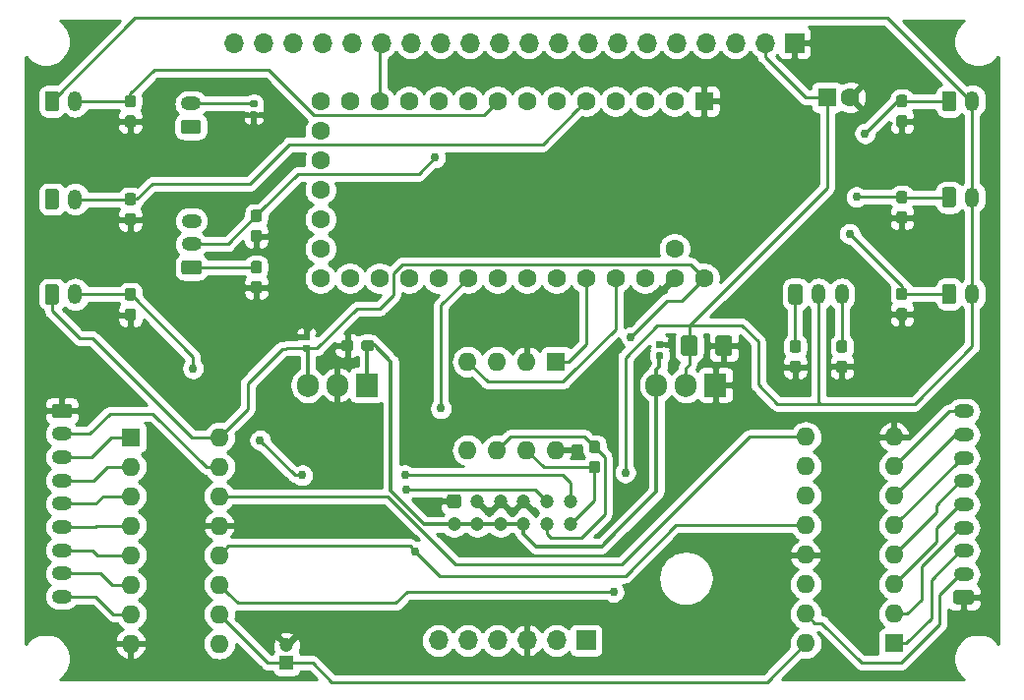
<source format=gtl>
G04 #@! TF.GenerationSoftware,KiCad,Pcbnew,(5.1.4)-1*
G04 #@! TF.CreationDate,2020-03-01T00:53:56-05:00*
G04 #@! TF.ProjectId,TEST_newWheelBoard,54455354-5f6e-4657-9757-6865656c426f,v1.0*
G04 #@! TF.SameCoordinates,Original*
G04 #@! TF.FileFunction,Copper,L1,Top*
G04 #@! TF.FilePolarity,Positive*
%FSLAX46Y46*%
G04 Gerber Fmt 4.6, Leading zero omitted, Abs format (unit mm)*
G04 Created by KiCad (PCBNEW (5.1.4)-1) date 2020-03-01 00:53:56*
%MOMM*%
%LPD*%
G04 APERTURE LIST*
%ADD10R,1.905000X2.000000*%
%ADD11O,1.905000X2.000000*%
%ADD12R,1.600000X1.600000*%
%ADD13C,1.600000*%
%ADD14R,1.200000X1.200000*%
%ADD15C,1.200000*%
%ADD16C,0.100000*%
%ADD17C,0.950000*%
%ADD18C,1.425000*%
%ADD19O,1.750000X1.200000*%
%ADD20O,1.200000X1.750000*%
%ADD21C,0.590000*%
%ADD22O,1.600000X1.600000*%
%ADD23O,1.700000X1.700000*%
%ADD24R,1.700000X1.700000*%
%ADD25C,0.762000*%
%ADD26C,0.254000*%
%ADD27C,0.299720*%
G04 APERTURE END LIST*
D10*
X110000000Y-82000000D03*
D11*
X107460000Y-82000000D03*
X104920000Y-82000000D03*
D12*
X119593360Y-57236360D03*
D13*
X121593360Y-57236360D03*
D14*
X73096120Y-105928160D03*
D15*
X73096120Y-104428160D03*
D16*
G36*
X80370279Y-78134064D02*
G01*
X80393334Y-78137483D01*
X80415943Y-78143147D01*
X80437887Y-78150999D01*
X80458957Y-78160964D01*
X80478948Y-78172946D01*
X80497668Y-78186830D01*
X80514938Y-78202482D01*
X80530590Y-78219752D01*
X80544474Y-78238472D01*
X80556456Y-78258463D01*
X80566421Y-78279533D01*
X80574273Y-78301477D01*
X80579937Y-78324086D01*
X80583356Y-78347141D01*
X80584500Y-78370420D01*
X80584500Y-78845420D01*
X80583356Y-78868699D01*
X80579937Y-78891754D01*
X80574273Y-78914363D01*
X80566421Y-78936307D01*
X80556456Y-78957377D01*
X80544474Y-78977368D01*
X80530590Y-78996088D01*
X80514938Y-79013358D01*
X80497668Y-79029010D01*
X80478948Y-79042894D01*
X80458957Y-79054876D01*
X80437887Y-79064841D01*
X80415943Y-79072693D01*
X80393334Y-79078357D01*
X80370279Y-79081776D01*
X80347000Y-79082920D01*
X79772000Y-79082920D01*
X79748721Y-79081776D01*
X79725666Y-79078357D01*
X79703057Y-79072693D01*
X79681113Y-79064841D01*
X79660043Y-79054876D01*
X79640052Y-79042894D01*
X79621332Y-79029010D01*
X79604062Y-79013358D01*
X79588410Y-78996088D01*
X79574526Y-78977368D01*
X79562544Y-78957377D01*
X79552579Y-78936307D01*
X79544727Y-78914363D01*
X79539063Y-78891754D01*
X79535644Y-78868699D01*
X79534500Y-78845420D01*
X79534500Y-78370420D01*
X79535644Y-78347141D01*
X79539063Y-78324086D01*
X79544727Y-78301477D01*
X79552579Y-78279533D01*
X79562544Y-78258463D01*
X79574526Y-78238472D01*
X79588410Y-78219752D01*
X79604062Y-78202482D01*
X79621332Y-78186830D01*
X79640052Y-78172946D01*
X79660043Y-78160964D01*
X79681113Y-78150999D01*
X79703057Y-78143147D01*
X79725666Y-78137483D01*
X79748721Y-78134064D01*
X79772000Y-78132920D01*
X80347000Y-78132920D01*
X80370279Y-78134064D01*
X80370279Y-78134064D01*
G37*
D17*
X80059500Y-78607920D03*
D16*
G36*
X78620279Y-78134064D02*
G01*
X78643334Y-78137483D01*
X78665943Y-78143147D01*
X78687887Y-78150999D01*
X78708957Y-78160964D01*
X78728948Y-78172946D01*
X78747668Y-78186830D01*
X78764938Y-78202482D01*
X78780590Y-78219752D01*
X78794474Y-78238472D01*
X78806456Y-78258463D01*
X78816421Y-78279533D01*
X78824273Y-78301477D01*
X78829937Y-78324086D01*
X78833356Y-78347141D01*
X78834500Y-78370420D01*
X78834500Y-78845420D01*
X78833356Y-78868699D01*
X78829937Y-78891754D01*
X78824273Y-78914363D01*
X78816421Y-78936307D01*
X78806456Y-78957377D01*
X78794474Y-78977368D01*
X78780590Y-78996088D01*
X78764938Y-79013358D01*
X78747668Y-79029010D01*
X78728948Y-79042894D01*
X78708957Y-79054876D01*
X78687887Y-79064841D01*
X78665943Y-79072693D01*
X78643334Y-79078357D01*
X78620279Y-79081776D01*
X78597000Y-79082920D01*
X78022000Y-79082920D01*
X77998721Y-79081776D01*
X77975666Y-79078357D01*
X77953057Y-79072693D01*
X77931113Y-79064841D01*
X77910043Y-79054876D01*
X77890052Y-79042894D01*
X77871332Y-79029010D01*
X77854062Y-79013358D01*
X77838410Y-78996088D01*
X77824526Y-78977368D01*
X77812544Y-78957377D01*
X77802579Y-78936307D01*
X77794727Y-78914363D01*
X77789063Y-78891754D01*
X77785644Y-78868699D01*
X77784500Y-78845420D01*
X77784500Y-78370420D01*
X77785644Y-78347141D01*
X77789063Y-78324086D01*
X77794727Y-78301477D01*
X77802579Y-78279533D01*
X77812544Y-78258463D01*
X77824526Y-78238472D01*
X77838410Y-78219752D01*
X77854062Y-78202482D01*
X77871332Y-78186830D01*
X77890052Y-78172946D01*
X77910043Y-78160964D01*
X77931113Y-78150999D01*
X77953057Y-78143147D01*
X77975666Y-78137483D01*
X77998721Y-78134064D01*
X78022000Y-78132920D01*
X78597000Y-78132920D01*
X78620279Y-78134064D01*
X78620279Y-78134064D01*
G37*
D17*
X78309500Y-78607920D03*
D16*
G36*
X108228064Y-77741744D02*
G01*
X108252333Y-77745344D01*
X108276131Y-77751305D01*
X108299231Y-77759570D01*
X108321409Y-77770060D01*
X108342453Y-77782673D01*
X108362158Y-77797287D01*
X108380337Y-77813763D01*
X108396813Y-77831942D01*
X108411427Y-77851647D01*
X108424040Y-77872691D01*
X108434530Y-77894869D01*
X108442795Y-77917969D01*
X108448756Y-77941767D01*
X108452356Y-77966036D01*
X108453560Y-77990540D01*
X108453560Y-79240540D01*
X108452356Y-79265044D01*
X108448756Y-79289313D01*
X108442795Y-79313111D01*
X108434530Y-79336211D01*
X108424040Y-79358389D01*
X108411427Y-79379433D01*
X108396813Y-79399138D01*
X108380337Y-79417317D01*
X108362158Y-79433793D01*
X108342453Y-79448407D01*
X108321409Y-79461020D01*
X108299231Y-79471510D01*
X108276131Y-79479775D01*
X108252333Y-79485736D01*
X108228064Y-79489336D01*
X108203560Y-79490540D01*
X107278560Y-79490540D01*
X107254056Y-79489336D01*
X107229787Y-79485736D01*
X107205989Y-79479775D01*
X107182889Y-79471510D01*
X107160711Y-79461020D01*
X107139667Y-79448407D01*
X107119962Y-79433793D01*
X107101783Y-79417317D01*
X107085307Y-79399138D01*
X107070693Y-79379433D01*
X107058080Y-79358389D01*
X107047590Y-79336211D01*
X107039325Y-79313111D01*
X107033364Y-79289313D01*
X107029764Y-79265044D01*
X107028560Y-79240540D01*
X107028560Y-77990540D01*
X107029764Y-77966036D01*
X107033364Y-77941767D01*
X107039325Y-77917969D01*
X107047590Y-77894869D01*
X107058080Y-77872691D01*
X107070693Y-77851647D01*
X107085307Y-77831942D01*
X107101783Y-77813763D01*
X107119962Y-77797287D01*
X107139667Y-77782673D01*
X107160711Y-77770060D01*
X107182889Y-77759570D01*
X107205989Y-77751305D01*
X107229787Y-77745344D01*
X107254056Y-77741744D01*
X107278560Y-77740540D01*
X108203560Y-77740540D01*
X108228064Y-77741744D01*
X108228064Y-77741744D01*
G37*
D18*
X107741060Y-78615540D03*
D16*
G36*
X111203064Y-77741744D02*
G01*
X111227333Y-77745344D01*
X111251131Y-77751305D01*
X111274231Y-77759570D01*
X111296409Y-77770060D01*
X111317453Y-77782673D01*
X111337158Y-77797287D01*
X111355337Y-77813763D01*
X111371813Y-77831942D01*
X111386427Y-77851647D01*
X111399040Y-77872691D01*
X111409530Y-77894869D01*
X111417795Y-77917969D01*
X111423756Y-77941767D01*
X111427356Y-77966036D01*
X111428560Y-77990540D01*
X111428560Y-79240540D01*
X111427356Y-79265044D01*
X111423756Y-79289313D01*
X111417795Y-79313111D01*
X111409530Y-79336211D01*
X111399040Y-79358389D01*
X111386427Y-79379433D01*
X111371813Y-79399138D01*
X111355337Y-79417317D01*
X111337158Y-79433793D01*
X111317453Y-79448407D01*
X111296409Y-79461020D01*
X111274231Y-79471510D01*
X111251131Y-79479775D01*
X111227333Y-79485736D01*
X111203064Y-79489336D01*
X111178560Y-79490540D01*
X110253560Y-79490540D01*
X110229056Y-79489336D01*
X110204787Y-79485736D01*
X110180989Y-79479775D01*
X110157889Y-79471510D01*
X110135711Y-79461020D01*
X110114667Y-79448407D01*
X110094962Y-79433793D01*
X110076783Y-79417317D01*
X110060307Y-79399138D01*
X110045693Y-79379433D01*
X110033080Y-79358389D01*
X110022590Y-79336211D01*
X110014325Y-79313111D01*
X110008364Y-79289313D01*
X110004764Y-79265044D01*
X110003560Y-79240540D01*
X110003560Y-77990540D01*
X110004764Y-77966036D01*
X110008364Y-77941767D01*
X110014325Y-77917969D01*
X110022590Y-77894869D01*
X110033080Y-77872691D01*
X110045693Y-77851647D01*
X110060307Y-77831942D01*
X110076783Y-77813763D01*
X110094962Y-77797287D01*
X110114667Y-77782673D01*
X110135711Y-77770060D01*
X110157889Y-77759570D01*
X110180989Y-77751305D01*
X110204787Y-77745344D01*
X110229056Y-77741744D01*
X110253560Y-77740540D01*
X111178560Y-77740540D01*
X111203064Y-77741744D01*
X111203064Y-77741744D01*
G37*
D18*
X110716060Y-78615540D03*
D16*
G36*
X132018305Y-99680404D02*
G01*
X132042573Y-99684004D01*
X132066372Y-99689965D01*
X132089471Y-99698230D01*
X132111650Y-99708720D01*
X132132693Y-99721332D01*
X132152399Y-99735947D01*
X132170577Y-99752423D01*
X132187053Y-99770601D01*
X132201668Y-99790307D01*
X132214280Y-99811350D01*
X132224770Y-99833529D01*
X132233035Y-99856628D01*
X132238996Y-99880427D01*
X132242596Y-99904695D01*
X132243800Y-99929199D01*
X132243800Y-100629201D01*
X132242596Y-100653705D01*
X132238996Y-100677973D01*
X132233035Y-100701772D01*
X132224770Y-100724871D01*
X132214280Y-100747050D01*
X132201668Y-100768093D01*
X132187053Y-100787799D01*
X132170577Y-100805977D01*
X132152399Y-100822453D01*
X132132693Y-100837068D01*
X132111650Y-100849680D01*
X132089471Y-100860170D01*
X132066372Y-100868435D01*
X132042573Y-100874396D01*
X132018305Y-100877996D01*
X131993801Y-100879200D01*
X130743799Y-100879200D01*
X130719295Y-100877996D01*
X130695027Y-100874396D01*
X130671228Y-100868435D01*
X130648129Y-100860170D01*
X130625950Y-100849680D01*
X130604907Y-100837068D01*
X130585201Y-100822453D01*
X130567023Y-100805977D01*
X130550547Y-100787799D01*
X130535932Y-100768093D01*
X130523320Y-100747050D01*
X130512830Y-100724871D01*
X130504565Y-100701772D01*
X130498604Y-100677973D01*
X130495004Y-100653705D01*
X130493800Y-100629201D01*
X130493800Y-99929199D01*
X130495004Y-99904695D01*
X130498604Y-99880427D01*
X130504565Y-99856628D01*
X130512830Y-99833529D01*
X130523320Y-99811350D01*
X130535932Y-99790307D01*
X130550547Y-99770601D01*
X130567023Y-99752423D01*
X130585201Y-99735947D01*
X130604907Y-99721332D01*
X130625950Y-99708720D01*
X130648129Y-99698230D01*
X130671228Y-99689965D01*
X130695027Y-99684004D01*
X130719295Y-99680404D01*
X130743799Y-99679200D01*
X131993801Y-99679200D01*
X132018305Y-99680404D01*
X132018305Y-99680404D01*
G37*
D15*
X131368800Y-100279200D03*
D19*
X131368800Y-98279200D03*
X131368800Y-96279200D03*
X131368800Y-94279200D03*
X131368800Y-92279200D03*
X131368800Y-90279200D03*
X131368800Y-88279200D03*
X131368800Y-86279200D03*
X131368800Y-84279200D03*
X53746400Y-100226400D03*
X53746400Y-98226400D03*
X53746400Y-96226400D03*
X53746400Y-94226400D03*
X53746400Y-92226400D03*
X53746400Y-90226400D03*
X53746400Y-88226400D03*
X53746400Y-86226400D03*
D16*
G36*
X54395905Y-83627604D02*
G01*
X54420173Y-83631204D01*
X54443972Y-83637165D01*
X54467071Y-83645430D01*
X54489250Y-83655920D01*
X54510293Y-83668532D01*
X54529999Y-83683147D01*
X54548177Y-83699623D01*
X54564653Y-83717801D01*
X54579268Y-83737507D01*
X54591880Y-83758550D01*
X54602370Y-83780729D01*
X54610635Y-83803828D01*
X54616596Y-83827627D01*
X54620196Y-83851895D01*
X54621400Y-83876399D01*
X54621400Y-84576401D01*
X54620196Y-84600905D01*
X54616596Y-84625173D01*
X54610635Y-84648972D01*
X54602370Y-84672071D01*
X54591880Y-84694250D01*
X54579268Y-84715293D01*
X54564653Y-84734999D01*
X54548177Y-84753177D01*
X54529999Y-84769653D01*
X54510293Y-84784268D01*
X54489250Y-84796880D01*
X54467071Y-84807370D01*
X54443972Y-84815635D01*
X54420173Y-84821596D01*
X54395905Y-84825196D01*
X54371401Y-84826400D01*
X53121399Y-84826400D01*
X53096895Y-84825196D01*
X53072627Y-84821596D01*
X53048828Y-84815635D01*
X53025729Y-84807370D01*
X53003550Y-84796880D01*
X52982507Y-84784268D01*
X52962801Y-84769653D01*
X52944623Y-84753177D01*
X52928147Y-84734999D01*
X52913532Y-84715293D01*
X52900920Y-84694250D01*
X52890430Y-84672071D01*
X52882165Y-84648972D01*
X52876204Y-84625173D01*
X52872604Y-84600905D01*
X52871400Y-84576401D01*
X52871400Y-83876399D01*
X52872604Y-83851895D01*
X52876204Y-83827627D01*
X52882165Y-83803828D01*
X52890430Y-83780729D01*
X52900920Y-83758550D01*
X52913532Y-83737507D01*
X52928147Y-83717801D01*
X52944623Y-83699623D01*
X52962801Y-83683147D01*
X52982507Y-83668532D01*
X53003550Y-83655920D01*
X53025729Y-83645430D01*
X53048828Y-83637165D01*
X53072627Y-83631204D01*
X53096895Y-83627604D01*
X53121399Y-83626400D01*
X54371401Y-83626400D01*
X54395905Y-83627604D01*
X54395905Y-83627604D01*
G37*
D15*
X53746400Y-84226400D03*
D16*
G36*
X53272545Y-73324684D02*
G01*
X53296813Y-73328284D01*
X53320612Y-73334245D01*
X53343711Y-73342510D01*
X53365890Y-73353000D01*
X53386933Y-73365612D01*
X53406639Y-73380227D01*
X53424817Y-73396703D01*
X53441293Y-73414881D01*
X53455908Y-73434587D01*
X53468520Y-73455630D01*
X53479010Y-73477809D01*
X53487275Y-73500908D01*
X53493236Y-73524707D01*
X53496836Y-73548975D01*
X53498040Y-73573479D01*
X53498040Y-74823481D01*
X53496836Y-74847985D01*
X53493236Y-74872253D01*
X53487275Y-74896052D01*
X53479010Y-74919151D01*
X53468520Y-74941330D01*
X53455908Y-74962373D01*
X53441293Y-74982079D01*
X53424817Y-75000257D01*
X53406639Y-75016733D01*
X53386933Y-75031348D01*
X53365890Y-75043960D01*
X53343711Y-75054450D01*
X53320612Y-75062715D01*
X53296813Y-75068676D01*
X53272545Y-75072276D01*
X53248041Y-75073480D01*
X52548039Y-75073480D01*
X52523535Y-75072276D01*
X52499267Y-75068676D01*
X52475468Y-75062715D01*
X52452369Y-75054450D01*
X52430190Y-75043960D01*
X52409147Y-75031348D01*
X52389441Y-75016733D01*
X52371263Y-75000257D01*
X52354787Y-74982079D01*
X52340172Y-74962373D01*
X52327560Y-74941330D01*
X52317070Y-74919151D01*
X52308805Y-74896052D01*
X52302844Y-74872253D01*
X52299244Y-74847985D01*
X52298040Y-74823481D01*
X52298040Y-73573479D01*
X52299244Y-73548975D01*
X52302844Y-73524707D01*
X52308805Y-73500908D01*
X52317070Y-73477809D01*
X52327560Y-73455630D01*
X52340172Y-73434587D01*
X52354787Y-73414881D01*
X52371263Y-73396703D01*
X52389441Y-73380227D01*
X52409147Y-73365612D01*
X52430190Y-73353000D01*
X52452369Y-73342510D01*
X52475468Y-73334245D01*
X52499267Y-73328284D01*
X52523535Y-73324684D01*
X52548039Y-73323480D01*
X53248041Y-73323480D01*
X53272545Y-73324684D01*
X53272545Y-73324684D01*
G37*
D15*
X52898040Y-74198480D03*
D20*
X54898040Y-74198480D03*
D16*
G36*
X65508405Y-59172484D02*
G01*
X65532673Y-59176084D01*
X65556472Y-59182045D01*
X65579571Y-59190310D01*
X65601750Y-59200800D01*
X65622793Y-59213412D01*
X65642499Y-59228027D01*
X65660677Y-59244503D01*
X65677153Y-59262681D01*
X65691768Y-59282387D01*
X65704380Y-59303430D01*
X65714870Y-59325609D01*
X65723135Y-59348708D01*
X65729096Y-59372507D01*
X65732696Y-59396775D01*
X65733900Y-59421279D01*
X65733900Y-60121281D01*
X65732696Y-60145785D01*
X65729096Y-60170053D01*
X65723135Y-60193852D01*
X65714870Y-60216951D01*
X65704380Y-60239130D01*
X65691768Y-60260173D01*
X65677153Y-60279879D01*
X65660677Y-60298057D01*
X65642499Y-60314533D01*
X65622793Y-60329148D01*
X65601750Y-60341760D01*
X65579571Y-60352250D01*
X65556472Y-60360515D01*
X65532673Y-60366476D01*
X65508405Y-60370076D01*
X65483901Y-60371280D01*
X64233899Y-60371280D01*
X64209395Y-60370076D01*
X64185127Y-60366476D01*
X64161328Y-60360515D01*
X64138229Y-60352250D01*
X64116050Y-60341760D01*
X64095007Y-60329148D01*
X64075301Y-60314533D01*
X64057123Y-60298057D01*
X64040647Y-60279879D01*
X64026032Y-60260173D01*
X64013420Y-60239130D01*
X64002930Y-60216951D01*
X63994665Y-60193852D01*
X63988704Y-60170053D01*
X63985104Y-60145785D01*
X63983900Y-60121281D01*
X63983900Y-59421279D01*
X63985104Y-59396775D01*
X63988704Y-59372507D01*
X63994665Y-59348708D01*
X64002930Y-59325609D01*
X64013420Y-59303430D01*
X64026032Y-59282387D01*
X64040647Y-59262681D01*
X64057123Y-59244503D01*
X64075301Y-59228027D01*
X64095007Y-59213412D01*
X64116050Y-59200800D01*
X64138229Y-59190310D01*
X64161328Y-59182045D01*
X64185127Y-59176084D01*
X64209395Y-59172484D01*
X64233899Y-59171280D01*
X65483901Y-59171280D01*
X65508405Y-59172484D01*
X65508405Y-59172484D01*
G37*
D15*
X64858900Y-59771280D03*
D19*
X64858900Y-57771280D03*
D15*
X97500000Y-94000000D03*
X95500000Y-94000000D03*
X93500000Y-94000000D03*
X91500000Y-94000000D03*
X89500000Y-94000000D03*
X87500000Y-94000000D03*
X97500000Y-92000000D03*
X95500000Y-92000000D03*
X93500000Y-92000000D03*
X91500000Y-92000000D03*
X89500000Y-92000000D03*
D16*
G36*
X87874505Y-91401204D02*
G01*
X87898773Y-91404804D01*
X87922572Y-91410765D01*
X87945671Y-91419030D01*
X87967850Y-91429520D01*
X87988893Y-91442132D01*
X88008599Y-91456747D01*
X88026777Y-91473223D01*
X88043253Y-91491401D01*
X88057868Y-91511107D01*
X88070480Y-91532150D01*
X88080970Y-91554329D01*
X88089235Y-91577428D01*
X88095196Y-91601227D01*
X88098796Y-91625495D01*
X88100000Y-91649999D01*
X88100000Y-92350001D01*
X88098796Y-92374505D01*
X88095196Y-92398773D01*
X88089235Y-92422572D01*
X88080970Y-92445671D01*
X88070480Y-92467850D01*
X88057868Y-92488893D01*
X88043253Y-92508599D01*
X88026777Y-92526777D01*
X88008599Y-92543253D01*
X87988893Y-92557868D01*
X87967850Y-92570480D01*
X87945671Y-92580970D01*
X87922572Y-92589235D01*
X87898773Y-92595196D01*
X87874505Y-92598796D01*
X87850001Y-92600000D01*
X87149999Y-92600000D01*
X87125495Y-92598796D01*
X87101227Y-92595196D01*
X87077428Y-92589235D01*
X87054329Y-92580970D01*
X87032150Y-92570480D01*
X87011107Y-92557868D01*
X86991401Y-92543253D01*
X86973223Y-92526777D01*
X86956747Y-92508599D01*
X86942132Y-92488893D01*
X86929520Y-92467850D01*
X86919030Y-92445671D01*
X86910765Y-92422572D01*
X86904804Y-92398773D01*
X86901204Y-92374505D01*
X86900000Y-92350001D01*
X86900000Y-91649999D01*
X86901204Y-91625495D01*
X86904804Y-91601227D01*
X86910765Y-91577428D01*
X86919030Y-91554329D01*
X86929520Y-91532150D01*
X86942132Y-91511107D01*
X86956747Y-91491401D01*
X86973223Y-91473223D01*
X86991401Y-91456747D01*
X87011107Y-91442132D01*
X87032150Y-91429520D01*
X87054329Y-91419030D01*
X87077428Y-91410765D01*
X87101227Y-91404804D01*
X87125495Y-91401204D01*
X87149999Y-91400000D01*
X87850001Y-91400000D01*
X87874505Y-91401204D01*
X87874505Y-91401204D01*
G37*
D15*
X87500000Y-92000000D03*
D16*
G36*
X117255145Y-73314524D02*
G01*
X117279413Y-73318124D01*
X117303212Y-73324085D01*
X117326311Y-73332350D01*
X117348490Y-73342840D01*
X117369533Y-73355452D01*
X117389239Y-73370067D01*
X117407417Y-73386543D01*
X117423893Y-73404721D01*
X117438508Y-73424427D01*
X117451120Y-73445470D01*
X117461610Y-73467649D01*
X117469875Y-73490748D01*
X117475836Y-73514547D01*
X117479436Y-73538815D01*
X117480640Y-73563319D01*
X117480640Y-74813321D01*
X117479436Y-74837825D01*
X117475836Y-74862093D01*
X117469875Y-74885892D01*
X117461610Y-74908991D01*
X117451120Y-74931170D01*
X117438508Y-74952213D01*
X117423893Y-74971919D01*
X117407417Y-74990097D01*
X117389239Y-75006573D01*
X117369533Y-75021188D01*
X117348490Y-75033800D01*
X117326311Y-75044290D01*
X117303212Y-75052555D01*
X117279413Y-75058516D01*
X117255145Y-75062116D01*
X117230641Y-75063320D01*
X116530639Y-75063320D01*
X116506135Y-75062116D01*
X116481867Y-75058516D01*
X116458068Y-75052555D01*
X116434969Y-75044290D01*
X116412790Y-75033800D01*
X116391747Y-75021188D01*
X116372041Y-75006573D01*
X116353863Y-74990097D01*
X116337387Y-74971919D01*
X116322772Y-74952213D01*
X116310160Y-74931170D01*
X116299670Y-74908991D01*
X116291405Y-74885892D01*
X116285444Y-74862093D01*
X116281844Y-74837825D01*
X116280640Y-74813321D01*
X116280640Y-73563319D01*
X116281844Y-73538815D01*
X116285444Y-73514547D01*
X116291405Y-73490748D01*
X116299670Y-73467649D01*
X116310160Y-73445470D01*
X116322772Y-73424427D01*
X116337387Y-73404721D01*
X116353863Y-73386543D01*
X116372041Y-73370067D01*
X116391747Y-73355452D01*
X116412790Y-73342840D01*
X116434969Y-73332350D01*
X116458068Y-73324085D01*
X116481867Y-73318124D01*
X116506135Y-73314524D01*
X116530639Y-73313320D01*
X117230641Y-73313320D01*
X117255145Y-73314524D01*
X117255145Y-73314524D01*
G37*
D15*
X116880640Y-74188320D03*
D20*
X118880640Y-74188320D03*
X120880640Y-74188320D03*
D19*
X64894460Y-67871840D03*
X64894460Y-69871840D03*
D16*
G36*
X65543965Y-71273044D02*
G01*
X65568233Y-71276644D01*
X65592032Y-71282605D01*
X65615131Y-71290870D01*
X65637310Y-71301360D01*
X65658353Y-71313972D01*
X65678059Y-71328587D01*
X65696237Y-71345063D01*
X65712713Y-71363241D01*
X65727328Y-71382947D01*
X65739940Y-71403990D01*
X65750430Y-71426169D01*
X65758695Y-71449268D01*
X65764656Y-71473067D01*
X65768256Y-71497335D01*
X65769460Y-71521839D01*
X65769460Y-72221841D01*
X65768256Y-72246345D01*
X65764656Y-72270613D01*
X65758695Y-72294412D01*
X65750430Y-72317511D01*
X65739940Y-72339690D01*
X65727328Y-72360733D01*
X65712713Y-72380439D01*
X65696237Y-72398617D01*
X65678059Y-72415093D01*
X65658353Y-72429708D01*
X65637310Y-72442320D01*
X65615131Y-72452810D01*
X65592032Y-72461075D01*
X65568233Y-72467036D01*
X65543965Y-72470636D01*
X65519461Y-72471840D01*
X64269459Y-72471840D01*
X64244955Y-72470636D01*
X64220687Y-72467036D01*
X64196888Y-72461075D01*
X64173789Y-72452810D01*
X64151610Y-72442320D01*
X64130567Y-72429708D01*
X64110861Y-72415093D01*
X64092683Y-72398617D01*
X64076207Y-72380439D01*
X64061592Y-72360733D01*
X64048980Y-72339690D01*
X64038490Y-72317511D01*
X64030225Y-72294412D01*
X64024264Y-72270613D01*
X64020664Y-72246345D01*
X64019460Y-72221841D01*
X64019460Y-71521839D01*
X64020664Y-71497335D01*
X64024264Y-71473067D01*
X64030225Y-71449268D01*
X64038490Y-71426169D01*
X64048980Y-71403990D01*
X64061592Y-71382947D01*
X64076207Y-71363241D01*
X64092683Y-71345063D01*
X64110861Y-71328587D01*
X64130567Y-71313972D01*
X64151610Y-71301360D01*
X64173789Y-71290870D01*
X64196888Y-71282605D01*
X64220687Y-71276644D01*
X64244955Y-71273044D01*
X64269459Y-71271840D01*
X65519461Y-71271840D01*
X65543965Y-71273044D01*
X65543965Y-71273044D01*
G37*
D15*
X64894460Y-71871840D03*
D20*
X132098800Y-57556400D03*
D16*
G36*
X130473305Y-56682604D02*
G01*
X130497573Y-56686204D01*
X130521372Y-56692165D01*
X130544471Y-56700430D01*
X130566650Y-56710920D01*
X130587693Y-56723532D01*
X130607399Y-56738147D01*
X130625577Y-56754623D01*
X130642053Y-56772801D01*
X130656668Y-56792507D01*
X130669280Y-56813550D01*
X130679770Y-56835729D01*
X130688035Y-56858828D01*
X130693996Y-56882627D01*
X130697596Y-56906895D01*
X130698800Y-56931399D01*
X130698800Y-58181401D01*
X130697596Y-58205905D01*
X130693996Y-58230173D01*
X130688035Y-58253972D01*
X130679770Y-58277071D01*
X130669280Y-58299250D01*
X130656668Y-58320293D01*
X130642053Y-58339999D01*
X130625577Y-58358177D01*
X130607399Y-58374653D01*
X130587693Y-58389268D01*
X130566650Y-58401880D01*
X130544471Y-58412370D01*
X130521372Y-58420635D01*
X130497573Y-58426596D01*
X130473305Y-58430196D01*
X130448801Y-58431400D01*
X129748799Y-58431400D01*
X129724295Y-58430196D01*
X129700027Y-58426596D01*
X129676228Y-58420635D01*
X129653129Y-58412370D01*
X129630950Y-58401880D01*
X129609907Y-58389268D01*
X129590201Y-58374653D01*
X129572023Y-58358177D01*
X129555547Y-58339999D01*
X129540932Y-58320293D01*
X129528320Y-58299250D01*
X129517830Y-58277071D01*
X129509565Y-58253972D01*
X129503604Y-58230173D01*
X129500004Y-58205905D01*
X129498800Y-58181401D01*
X129498800Y-56931399D01*
X129500004Y-56906895D01*
X129503604Y-56882627D01*
X129509565Y-56858828D01*
X129517830Y-56835729D01*
X129528320Y-56813550D01*
X129540932Y-56792507D01*
X129555547Y-56772801D01*
X129572023Y-56754623D01*
X129590201Y-56738147D01*
X129609907Y-56723532D01*
X129630950Y-56710920D01*
X129653129Y-56700430D01*
X129676228Y-56692165D01*
X129700027Y-56686204D01*
X129724295Y-56682604D01*
X129748799Y-56681400D01*
X130448801Y-56681400D01*
X130473305Y-56682604D01*
X130473305Y-56682604D01*
G37*
D15*
X130098800Y-57556400D03*
D16*
G36*
X53257305Y-65125564D02*
G01*
X53281573Y-65129164D01*
X53305372Y-65135125D01*
X53328471Y-65143390D01*
X53350650Y-65153880D01*
X53371693Y-65166492D01*
X53391399Y-65181107D01*
X53409577Y-65197583D01*
X53426053Y-65215761D01*
X53440668Y-65235467D01*
X53453280Y-65256510D01*
X53463770Y-65278689D01*
X53472035Y-65301788D01*
X53477996Y-65325587D01*
X53481596Y-65349855D01*
X53482800Y-65374359D01*
X53482800Y-66624361D01*
X53481596Y-66648865D01*
X53477996Y-66673133D01*
X53472035Y-66696932D01*
X53463770Y-66720031D01*
X53453280Y-66742210D01*
X53440668Y-66763253D01*
X53426053Y-66782959D01*
X53409577Y-66801137D01*
X53391399Y-66817613D01*
X53371693Y-66832228D01*
X53350650Y-66844840D01*
X53328471Y-66855330D01*
X53305372Y-66863595D01*
X53281573Y-66869556D01*
X53257305Y-66873156D01*
X53232801Y-66874360D01*
X52532799Y-66874360D01*
X52508295Y-66873156D01*
X52484027Y-66869556D01*
X52460228Y-66863595D01*
X52437129Y-66855330D01*
X52414950Y-66844840D01*
X52393907Y-66832228D01*
X52374201Y-66817613D01*
X52356023Y-66801137D01*
X52339547Y-66782959D01*
X52324932Y-66763253D01*
X52312320Y-66742210D01*
X52301830Y-66720031D01*
X52293565Y-66696932D01*
X52287604Y-66673133D01*
X52284004Y-66648865D01*
X52282800Y-66624361D01*
X52282800Y-65374359D01*
X52284004Y-65349855D01*
X52287604Y-65325587D01*
X52293565Y-65301788D01*
X52301830Y-65278689D01*
X52312320Y-65256510D01*
X52324932Y-65235467D01*
X52339547Y-65215761D01*
X52356023Y-65197583D01*
X52374201Y-65181107D01*
X52393907Y-65166492D01*
X52414950Y-65153880D01*
X52437129Y-65143390D01*
X52460228Y-65135125D01*
X52484027Y-65129164D01*
X52508295Y-65125564D01*
X52532799Y-65124360D01*
X53232801Y-65124360D01*
X53257305Y-65125564D01*
X53257305Y-65125564D01*
G37*
D15*
X52882800Y-65999360D03*
D20*
X54882800Y-65999360D03*
X132098800Y-65836800D03*
D16*
G36*
X130473305Y-64963004D02*
G01*
X130497573Y-64966604D01*
X130521372Y-64972565D01*
X130544471Y-64980830D01*
X130566650Y-64991320D01*
X130587693Y-65003932D01*
X130607399Y-65018547D01*
X130625577Y-65035023D01*
X130642053Y-65053201D01*
X130656668Y-65072907D01*
X130669280Y-65093950D01*
X130679770Y-65116129D01*
X130688035Y-65139228D01*
X130693996Y-65163027D01*
X130697596Y-65187295D01*
X130698800Y-65211799D01*
X130698800Y-66461801D01*
X130697596Y-66486305D01*
X130693996Y-66510573D01*
X130688035Y-66534372D01*
X130679770Y-66557471D01*
X130669280Y-66579650D01*
X130656668Y-66600693D01*
X130642053Y-66620399D01*
X130625577Y-66638577D01*
X130607399Y-66655053D01*
X130587693Y-66669668D01*
X130566650Y-66682280D01*
X130544471Y-66692770D01*
X130521372Y-66701035D01*
X130497573Y-66706996D01*
X130473305Y-66710596D01*
X130448801Y-66711800D01*
X129748799Y-66711800D01*
X129724295Y-66710596D01*
X129700027Y-66706996D01*
X129676228Y-66701035D01*
X129653129Y-66692770D01*
X129630950Y-66682280D01*
X129609907Y-66669668D01*
X129590201Y-66655053D01*
X129572023Y-66638577D01*
X129555547Y-66620399D01*
X129540932Y-66600693D01*
X129528320Y-66579650D01*
X129517830Y-66557471D01*
X129509565Y-66534372D01*
X129503604Y-66510573D01*
X129500004Y-66486305D01*
X129498800Y-66461801D01*
X129498800Y-65211799D01*
X129500004Y-65187295D01*
X129503604Y-65163027D01*
X129509565Y-65139228D01*
X129517830Y-65116129D01*
X129528320Y-65093950D01*
X129540932Y-65072907D01*
X129555547Y-65053201D01*
X129572023Y-65035023D01*
X129590201Y-65018547D01*
X129609907Y-65003932D01*
X129630950Y-64991320D01*
X129653129Y-64980830D01*
X129676228Y-64972565D01*
X129700027Y-64966604D01*
X129724295Y-64963004D01*
X129748799Y-64961800D01*
X130448801Y-64961800D01*
X130473305Y-64963004D01*
X130473305Y-64963004D01*
G37*
D15*
X130098800Y-65836800D03*
D16*
G36*
X130473305Y-73294204D02*
G01*
X130497573Y-73297804D01*
X130521372Y-73303765D01*
X130544471Y-73312030D01*
X130566650Y-73322520D01*
X130587693Y-73335132D01*
X130607399Y-73349747D01*
X130625577Y-73366223D01*
X130642053Y-73384401D01*
X130656668Y-73404107D01*
X130669280Y-73425150D01*
X130679770Y-73447329D01*
X130688035Y-73470428D01*
X130693996Y-73494227D01*
X130697596Y-73518495D01*
X130698800Y-73542999D01*
X130698800Y-74793001D01*
X130697596Y-74817505D01*
X130693996Y-74841773D01*
X130688035Y-74865572D01*
X130679770Y-74888671D01*
X130669280Y-74910850D01*
X130656668Y-74931893D01*
X130642053Y-74951599D01*
X130625577Y-74969777D01*
X130607399Y-74986253D01*
X130587693Y-75000868D01*
X130566650Y-75013480D01*
X130544471Y-75023970D01*
X130521372Y-75032235D01*
X130497573Y-75038196D01*
X130473305Y-75041796D01*
X130448801Y-75043000D01*
X129748799Y-75043000D01*
X129724295Y-75041796D01*
X129700027Y-75038196D01*
X129676228Y-75032235D01*
X129653129Y-75023970D01*
X129630950Y-75013480D01*
X129609907Y-75000868D01*
X129590201Y-74986253D01*
X129572023Y-74969777D01*
X129555547Y-74951599D01*
X129540932Y-74931893D01*
X129528320Y-74910850D01*
X129517830Y-74888671D01*
X129509565Y-74865572D01*
X129503604Y-74841773D01*
X129500004Y-74817505D01*
X129498800Y-74793001D01*
X129498800Y-73542999D01*
X129500004Y-73518495D01*
X129503604Y-73494227D01*
X129509565Y-73470428D01*
X129517830Y-73447329D01*
X129528320Y-73425150D01*
X129540932Y-73404107D01*
X129555547Y-73384401D01*
X129572023Y-73366223D01*
X129590201Y-73349747D01*
X129609907Y-73335132D01*
X129630950Y-73322520D01*
X129653129Y-73312030D01*
X129676228Y-73303765D01*
X129700027Y-73297804D01*
X129724295Y-73294204D01*
X129748799Y-73293000D01*
X130448801Y-73293000D01*
X130473305Y-73294204D01*
X130473305Y-73294204D01*
G37*
D15*
X130098800Y-74168000D03*
D20*
X132098800Y-74168000D03*
X54882800Y-57556400D03*
D16*
G36*
X53257305Y-56682604D02*
G01*
X53281573Y-56686204D01*
X53305372Y-56692165D01*
X53328471Y-56700430D01*
X53350650Y-56710920D01*
X53371693Y-56723532D01*
X53391399Y-56738147D01*
X53409577Y-56754623D01*
X53426053Y-56772801D01*
X53440668Y-56792507D01*
X53453280Y-56813550D01*
X53463770Y-56835729D01*
X53472035Y-56858828D01*
X53477996Y-56882627D01*
X53481596Y-56906895D01*
X53482800Y-56931399D01*
X53482800Y-58181401D01*
X53481596Y-58205905D01*
X53477996Y-58230173D01*
X53472035Y-58253972D01*
X53463770Y-58277071D01*
X53453280Y-58299250D01*
X53440668Y-58320293D01*
X53426053Y-58339999D01*
X53409577Y-58358177D01*
X53391399Y-58374653D01*
X53371693Y-58389268D01*
X53350650Y-58401880D01*
X53328471Y-58412370D01*
X53305372Y-58420635D01*
X53281573Y-58426596D01*
X53257305Y-58430196D01*
X53232801Y-58431400D01*
X52532799Y-58431400D01*
X52508295Y-58430196D01*
X52484027Y-58426596D01*
X52460228Y-58420635D01*
X52437129Y-58412370D01*
X52414950Y-58401880D01*
X52393907Y-58389268D01*
X52374201Y-58374653D01*
X52356023Y-58358177D01*
X52339547Y-58339999D01*
X52324932Y-58320293D01*
X52312320Y-58299250D01*
X52301830Y-58277071D01*
X52293565Y-58253972D01*
X52287604Y-58230173D01*
X52284004Y-58205905D01*
X52282800Y-58181401D01*
X52282800Y-56931399D01*
X52284004Y-56906895D01*
X52287604Y-56882627D01*
X52293565Y-56858828D01*
X52301830Y-56835729D01*
X52312320Y-56813550D01*
X52324932Y-56792507D01*
X52339547Y-56772801D01*
X52356023Y-56754623D01*
X52374201Y-56738147D01*
X52393907Y-56723532D01*
X52414950Y-56710920D01*
X52437129Y-56700430D01*
X52460228Y-56692165D01*
X52484027Y-56686204D01*
X52508295Y-56682604D01*
X52532799Y-56681400D01*
X53232801Y-56681400D01*
X53257305Y-56682604D01*
X53257305Y-56682604D01*
G37*
D15*
X52882800Y-57556400D03*
D16*
G36*
X70440818Y-58453370D02*
G01*
X70455136Y-58455494D01*
X70469177Y-58459011D01*
X70482806Y-58463888D01*
X70495891Y-58470077D01*
X70508307Y-58477518D01*
X70519933Y-58486141D01*
X70530658Y-58495862D01*
X70540379Y-58506587D01*
X70549002Y-58518213D01*
X70556443Y-58530629D01*
X70562632Y-58543714D01*
X70567509Y-58557343D01*
X70571026Y-58571384D01*
X70573150Y-58585702D01*
X70573860Y-58600160D01*
X70573860Y-58895160D01*
X70573150Y-58909618D01*
X70571026Y-58923936D01*
X70567509Y-58937977D01*
X70562632Y-58951606D01*
X70556443Y-58964691D01*
X70549002Y-58977107D01*
X70540379Y-58988733D01*
X70530658Y-58999458D01*
X70519933Y-59009179D01*
X70508307Y-59017802D01*
X70495891Y-59025243D01*
X70482806Y-59031432D01*
X70469177Y-59036309D01*
X70455136Y-59039826D01*
X70440818Y-59041950D01*
X70426360Y-59042660D01*
X70081360Y-59042660D01*
X70066902Y-59041950D01*
X70052584Y-59039826D01*
X70038543Y-59036309D01*
X70024914Y-59031432D01*
X70011829Y-59025243D01*
X69999413Y-59017802D01*
X69987787Y-59009179D01*
X69977062Y-58999458D01*
X69967341Y-58988733D01*
X69958718Y-58977107D01*
X69951277Y-58964691D01*
X69945088Y-58951606D01*
X69940211Y-58937977D01*
X69936694Y-58923936D01*
X69934570Y-58909618D01*
X69933860Y-58895160D01*
X69933860Y-58600160D01*
X69934570Y-58585702D01*
X69936694Y-58571384D01*
X69940211Y-58557343D01*
X69945088Y-58543714D01*
X69951277Y-58530629D01*
X69958718Y-58518213D01*
X69967341Y-58506587D01*
X69977062Y-58495862D01*
X69987787Y-58486141D01*
X69999413Y-58477518D01*
X70011829Y-58470077D01*
X70024914Y-58463888D01*
X70038543Y-58459011D01*
X70052584Y-58455494D01*
X70066902Y-58453370D01*
X70081360Y-58452660D01*
X70426360Y-58452660D01*
X70440818Y-58453370D01*
X70440818Y-58453370D01*
G37*
D21*
X70253860Y-58747660D03*
D16*
G36*
X70440818Y-57483370D02*
G01*
X70455136Y-57485494D01*
X70469177Y-57489011D01*
X70482806Y-57493888D01*
X70495891Y-57500077D01*
X70508307Y-57507518D01*
X70519933Y-57516141D01*
X70530658Y-57525862D01*
X70540379Y-57536587D01*
X70549002Y-57548213D01*
X70556443Y-57560629D01*
X70562632Y-57573714D01*
X70567509Y-57587343D01*
X70571026Y-57601384D01*
X70573150Y-57615702D01*
X70573860Y-57630160D01*
X70573860Y-57925160D01*
X70573150Y-57939618D01*
X70571026Y-57953936D01*
X70567509Y-57967977D01*
X70562632Y-57981606D01*
X70556443Y-57994691D01*
X70549002Y-58007107D01*
X70540379Y-58018733D01*
X70530658Y-58029458D01*
X70519933Y-58039179D01*
X70508307Y-58047802D01*
X70495891Y-58055243D01*
X70482806Y-58061432D01*
X70469177Y-58066309D01*
X70455136Y-58069826D01*
X70440818Y-58071950D01*
X70426360Y-58072660D01*
X70081360Y-58072660D01*
X70066902Y-58071950D01*
X70052584Y-58069826D01*
X70038543Y-58066309D01*
X70024914Y-58061432D01*
X70011829Y-58055243D01*
X69999413Y-58047802D01*
X69987787Y-58039179D01*
X69977062Y-58029458D01*
X69967341Y-58018733D01*
X69958718Y-58007107D01*
X69951277Y-57994691D01*
X69945088Y-57981606D01*
X69940211Y-57967977D01*
X69936694Y-57953936D01*
X69934570Y-57939618D01*
X69933860Y-57925160D01*
X69933860Y-57630160D01*
X69934570Y-57615702D01*
X69936694Y-57601384D01*
X69940211Y-57587343D01*
X69945088Y-57573714D01*
X69951277Y-57560629D01*
X69958718Y-57548213D01*
X69967341Y-57536587D01*
X69977062Y-57525862D01*
X69987787Y-57516141D01*
X69999413Y-57507518D01*
X70011829Y-57500077D01*
X70024914Y-57493888D01*
X70038543Y-57489011D01*
X70052584Y-57485494D01*
X70066902Y-57483370D01*
X70081360Y-57482660D01*
X70426360Y-57482660D01*
X70440818Y-57483370D01*
X70440818Y-57483370D01*
G37*
D21*
X70253860Y-57777660D03*
D16*
G36*
X59907599Y-75422084D02*
G01*
X59930654Y-75425503D01*
X59953263Y-75431167D01*
X59975207Y-75439019D01*
X59996277Y-75448984D01*
X60016268Y-75460966D01*
X60034988Y-75474850D01*
X60052258Y-75490502D01*
X60067910Y-75507772D01*
X60081794Y-75526492D01*
X60093776Y-75546483D01*
X60103741Y-75567553D01*
X60111593Y-75589497D01*
X60117257Y-75612106D01*
X60120676Y-75635161D01*
X60121820Y-75658440D01*
X60121820Y-76233440D01*
X60120676Y-76256719D01*
X60117257Y-76279774D01*
X60111593Y-76302383D01*
X60103741Y-76324327D01*
X60093776Y-76345397D01*
X60081794Y-76365388D01*
X60067910Y-76384108D01*
X60052258Y-76401378D01*
X60034988Y-76417030D01*
X60016268Y-76430914D01*
X59996277Y-76442896D01*
X59975207Y-76452861D01*
X59953263Y-76460713D01*
X59930654Y-76466377D01*
X59907599Y-76469796D01*
X59884320Y-76470940D01*
X59409320Y-76470940D01*
X59386041Y-76469796D01*
X59362986Y-76466377D01*
X59340377Y-76460713D01*
X59318433Y-76452861D01*
X59297363Y-76442896D01*
X59277372Y-76430914D01*
X59258652Y-76417030D01*
X59241382Y-76401378D01*
X59225730Y-76384108D01*
X59211846Y-76365388D01*
X59199864Y-76345397D01*
X59189899Y-76324327D01*
X59182047Y-76302383D01*
X59176383Y-76279774D01*
X59172964Y-76256719D01*
X59171820Y-76233440D01*
X59171820Y-75658440D01*
X59172964Y-75635161D01*
X59176383Y-75612106D01*
X59182047Y-75589497D01*
X59189899Y-75567553D01*
X59199864Y-75546483D01*
X59211846Y-75526492D01*
X59225730Y-75507772D01*
X59241382Y-75490502D01*
X59258652Y-75474850D01*
X59277372Y-75460966D01*
X59297363Y-75448984D01*
X59318433Y-75439019D01*
X59340377Y-75431167D01*
X59362986Y-75425503D01*
X59386041Y-75422084D01*
X59409320Y-75420940D01*
X59884320Y-75420940D01*
X59907599Y-75422084D01*
X59907599Y-75422084D01*
G37*
D17*
X59646820Y-75945940D03*
D16*
G36*
X59907599Y-73672084D02*
G01*
X59930654Y-73675503D01*
X59953263Y-73681167D01*
X59975207Y-73689019D01*
X59996277Y-73698984D01*
X60016268Y-73710966D01*
X60034988Y-73724850D01*
X60052258Y-73740502D01*
X60067910Y-73757772D01*
X60081794Y-73776492D01*
X60093776Y-73796483D01*
X60103741Y-73817553D01*
X60111593Y-73839497D01*
X60117257Y-73862106D01*
X60120676Y-73885161D01*
X60121820Y-73908440D01*
X60121820Y-74483440D01*
X60120676Y-74506719D01*
X60117257Y-74529774D01*
X60111593Y-74552383D01*
X60103741Y-74574327D01*
X60093776Y-74595397D01*
X60081794Y-74615388D01*
X60067910Y-74634108D01*
X60052258Y-74651378D01*
X60034988Y-74667030D01*
X60016268Y-74680914D01*
X59996277Y-74692896D01*
X59975207Y-74702861D01*
X59953263Y-74710713D01*
X59930654Y-74716377D01*
X59907599Y-74719796D01*
X59884320Y-74720940D01*
X59409320Y-74720940D01*
X59386041Y-74719796D01*
X59362986Y-74716377D01*
X59340377Y-74710713D01*
X59318433Y-74702861D01*
X59297363Y-74692896D01*
X59277372Y-74680914D01*
X59258652Y-74667030D01*
X59241382Y-74651378D01*
X59225730Y-74634108D01*
X59211846Y-74615388D01*
X59199864Y-74595397D01*
X59189899Y-74574327D01*
X59182047Y-74552383D01*
X59176383Y-74529774D01*
X59172964Y-74506719D01*
X59171820Y-74483440D01*
X59171820Y-73908440D01*
X59172964Y-73885161D01*
X59176383Y-73862106D01*
X59182047Y-73839497D01*
X59189899Y-73817553D01*
X59199864Y-73796483D01*
X59211846Y-73776492D01*
X59225730Y-73757772D01*
X59241382Y-73740502D01*
X59258652Y-73724850D01*
X59277372Y-73710966D01*
X59297363Y-73698984D01*
X59318433Y-73689019D01*
X59340377Y-73681167D01*
X59362986Y-73675503D01*
X59386041Y-73672084D01*
X59409320Y-73670940D01*
X59884320Y-73670940D01*
X59907599Y-73672084D01*
X59907599Y-73672084D01*
G37*
D17*
X59646820Y-74195940D03*
D16*
G36*
X126303199Y-58771144D02*
G01*
X126326254Y-58774563D01*
X126348863Y-58780227D01*
X126370807Y-58788079D01*
X126391877Y-58798044D01*
X126411868Y-58810026D01*
X126430588Y-58823910D01*
X126447858Y-58839562D01*
X126463510Y-58856832D01*
X126477394Y-58875552D01*
X126489376Y-58895543D01*
X126499341Y-58916613D01*
X126507193Y-58938557D01*
X126512857Y-58961166D01*
X126516276Y-58984221D01*
X126517420Y-59007500D01*
X126517420Y-59582500D01*
X126516276Y-59605779D01*
X126512857Y-59628834D01*
X126507193Y-59651443D01*
X126499341Y-59673387D01*
X126489376Y-59694457D01*
X126477394Y-59714448D01*
X126463510Y-59733168D01*
X126447858Y-59750438D01*
X126430588Y-59766090D01*
X126411868Y-59779974D01*
X126391877Y-59791956D01*
X126370807Y-59801921D01*
X126348863Y-59809773D01*
X126326254Y-59815437D01*
X126303199Y-59818856D01*
X126279920Y-59820000D01*
X125804920Y-59820000D01*
X125781641Y-59818856D01*
X125758586Y-59815437D01*
X125735977Y-59809773D01*
X125714033Y-59801921D01*
X125692963Y-59791956D01*
X125672972Y-59779974D01*
X125654252Y-59766090D01*
X125636982Y-59750438D01*
X125621330Y-59733168D01*
X125607446Y-59714448D01*
X125595464Y-59694457D01*
X125585499Y-59673387D01*
X125577647Y-59651443D01*
X125571983Y-59628834D01*
X125568564Y-59605779D01*
X125567420Y-59582500D01*
X125567420Y-59007500D01*
X125568564Y-58984221D01*
X125571983Y-58961166D01*
X125577647Y-58938557D01*
X125585499Y-58916613D01*
X125595464Y-58895543D01*
X125607446Y-58875552D01*
X125621330Y-58856832D01*
X125636982Y-58839562D01*
X125654252Y-58823910D01*
X125672972Y-58810026D01*
X125692963Y-58798044D01*
X125714033Y-58788079D01*
X125735977Y-58780227D01*
X125758586Y-58774563D01*
X125781641Y-58771144D01*
X125804920Y-58770000D01*
X126279920Y-58770000D01*
X126303199Y-58771144D01*
X126303199Y-58771144D01*
G37*
D17*
X126042420Y-59295000D03*
D16*
G36*
X126303199Y-57021144D02*
G01*
X126326254Y-57024563D01*
X126348863Y-57030227D01*
X126370807Y-57038079D01*
X126391877Y-57048044D01*
X126411868Y-57060026D01*
X126430588Y-57073910D01*
X126447858Y-57089562D01*
X126463510Y-57106832D01*
X126477394Y-57125552D01*
X126489376Y-57145543D01*
X126499341Y-57166613D01*
X126507193Y-57188557D01*
X126512857Y-57211166D01*
X126516276Y-57234221D01*
X126517420Y-57257500D01*
X126517420Y-57832500D01*
X126516276Y-57855779D01*
X126512857Y-57878834D01*
X126507193Y-57901443D01*
X126499341Y-57923387D01*
X126489376Y-57944457D01*
X126477394Y-57964448D01*
X126463510Y-57983168D01*
X126447858Y-58000438D01*
X126430588Y-58016090D01*
X126411868Y-58029974D01*
X126391877Y-58041956D01*
X126370807Y-58051921D01*
X126348863Y-58059773D01*
X126326254Y-58065437D01*
X126303199Y-58068856D01*
X126279920Y-58070000D01*
X125804920Y-58070000D01*
X125781641Y-58068856D01*
X125758586Y-58065437D01*
X125735977Y-58059773D01*
X125714033Y-58051921D01*
X125692963Y-58041956D01*
X125672972Y-58029974D01*
X125654252Y-58016090D01*
X125636982Y-58000438D01*
X125621330Y-57983168D01*
X125607446Y-57964448D01*
X125595464Y-57944457D01*
X125585499Y-57923387D01*
X125577647Y-57901443D01*
X125571983Y-57878834D01*
X125568564Y-57855779D01*
X125567420Y-57832500D01*
X125567420Y-57257500D01*
X125568564Y-57234221D01*
X125571983Y-57211166D01*
X125577647Y-57188557D01*
X125585499Y-57166613D01*
X125595464Y-57145543D01*
X125607446Y-57125552D01*
X125621330Y-57106832D01*
X125636982Y-57089562D01*
X125654252Y-57073910D01*
X125672972Y-57060026D01*
X125692963Y-57048044D01*
X125714033Y-57038079D01*
X125735977Y-57030227D01*
X125758586Y-57024563D01*
X125781641Y-57021144D01*
X125804920Y-57020000D01*
X126279920Y-57020000D01*
X126303199Y-57021144D01*
X126303199Y-57021144D01*
G37*
D17*
X126042420Y-57545000D03*
D16*
G36*
X59899979Y-67215344D02*
G01*
X59923034Y-67218763D01*
X59945643Y-67224427D01*
X59967587Y-67232279D01*
X59988657Y-67242244D01*
X60008648Y-67254226D01*
X60027368Y-67268110D01*
X60044638Y-67283762D01*
X60060290Y-67301032D01*
X60074174Y-67319752D01*
X60086156Y-67339743D01*
X60096121Y-67360813D01*
X60103973Y-67382757D01*
X60109637Y-67405366D01*
X60113056Y-67428421D01*
X60114200Y-67451700D01*
X60114200Y-68026700D01*
X60113056Y-68049979D01*
X60109637Y-68073034D01*
X60103973Y-68095643D01*
X60096121Y-68117587D01*
X60086156Y-68138657D01*
X60074174Y-68158648D01*
X60060290Y-68177368D01*
X60044638Y-68194638D01*
X60027368Y-68210290D01*
X60008648Y-68224174D01*
X59988657Y-68236156D01*
X59967587Y-68246121D01*
X59945643Y-68253973D01*
X59923034Y-68259637D01*
X59899979Y-68263056D01*
X59876700Y-68264200D01*
X59401700Y-68264200D01*
X59378421Y-68263056D01*
X59355366Y-68259637D01*
X59332757Y-68253973D01*
X59310813Y-68246121D01*
X59289743Y-68236156D01*
X59269752Y-68224174D01*
X59251032Y-68210290D01*
X59233762Y-68194638D01*
X59218110Y-68177368D01*
X59204226Y-68158648D01*
X59192244Y-68138657D01*
X59182279Y-68117587D01*
X59174427Y-68095643D01*
X59168763Y-68073034D01*
X59165344Y-68049979D01*
X59164200Y-68026700D01*
X59164200Y-67451700D01*
X59165344Y-67428421D01*
X59168763Y-67405366D01*
X59174427Y-67382757D01*
X59182279Y-67360813D01*
X59192244Y-67339743D01*
X59204226Y-67319752D01*
X59218110Y-67301032D01*
X59233762Y-67283762D01*
X59251032Y-67268110D01*
X59269752Y-67254226D01*
X59289743Y-67242244D01*
X59310813Y-67232279D01*
X59332757Y-67224427D01*
X59355366Y-67218763D01*
X59378421Y-67215344D01*
X59401700Y-67214200D01*
X59876700Y-67214200D01*
X59899979Y-67215344D01*
X59899979Y-67215344D01*
G37*
D17*
X59639200Y-67739200D03*
D16*
G36*
X59899979Y-65465344D02*
G01*
X59923034Y-65468763D01*
X59945643Y-65474427D01*
X59967587Y-65482279D01*
X59988657Y-65492244D01*
X60008648Y-65504226D01*
X60027368Y-65518110D01*
X60044638Y-65533762D01*
X60060290Y-65551032D01*
X60074174Y-65569752D01*
X60086156Y-65589743D01*
X60096121Y-65610813D01*
X60103973Y-65632757D01*
X60109637Y-65655366D01*
X60113056Y-65678421D01*
X60114200Y-65701700D01*
X60114200Y-66276700D01*
X60113056Y-66299979D01*
X60109637Y-66323034D01*
X60103973Y-66345643D01*
X60096121Y-66367587D01*
X60086156Y-66388657D01*
X60074174Y-66408648D01*
X60060290Y-66427368D01*
X60044638Y-66444638D01*
X60027368Y-66460290D01*
X60008648Y-66474174D01*
X59988657Y-66486156D01*
X59967587Y-66496121D01*
X59945643Y-66503973D01*
X59923034Y-66509637D01*
X59899979Y-66513056D01*
X59876700Y-66514200D01*
X59401700Y-66514200D01*
X59378421Y-66513056D01*
X59355366Y-66509637D01*
X59332757Y-66503973D01*
X59310813Y-66496121D01*
X59289743Y-66486156D01*
X59269752Y-66474174D01*
X59251032Y-66460290D01*
X59233762Y-66444638D01*
X59218110Y-66427368D01*
X59204226Y-66408648D01*
X59192244Y-66388657D01*
X59182279Y-66367587D01*
X59174427Y-66345643D01*
X59168763Y-66323034D01*
X59165344Y-66299979D01*
X59164200Y-66276700D01*
X59164200Y-65701700D01*
X59165344Y-65678421D01*
X59168763Y-65655366D01*
X59174427Y-65632757D01*
X59182279Y-65610813D01*
X59192244Y-65589743D01*
X59204226Y-65569752D01*
X59218110Y-65551032D01*
X59233762Y-65533762D01*
X59251032Y-65518110D01*
X59269752Y-65504226D01*
X59289743Y-65492244D01*
X59310813Y-65482279D01*
X59332757Y-65474427D01*
X59355366Y-65468763D01*
X59378421Y-65465344D01*
X59401700Y-65464200D01*
X59876700Y-65464200D01*
X59899979Y-65465344D01*
X59899979Y-65465344D01*
G37*
D17*
X59639200Y-65989200D03*
D16*
G36*
X126303199Y-65301544D02*
G01*
X126326254Y-65304963D01*
X126348863Y-65310627D01*
X126370807Y-65318479D01*
X126391877Y-65328444D01*
X126411868Y-65340426D01*
X126430588Y-65354310D01*
X126447858Y-65369962D01*
X126463510Y-65387232D01*
X126477394Y-65405952D01*
X126489376Y-65425943D01*
X126499341Y-65447013D01*
X126507193Y-65468957D01*
X126512857Y-65491566D01*
X126516276Y-65514621D01*
X126517420Y-65537900D01*
X126517420Y-66112900D01*
X126516276Y-66136179D01*
X126512857Y-66159234D01*
X126507193Y-66181843D01*
X126499341Y-66203787D01*
X126489376Y-66224857D01*
X126477394Y-66244848D01*
X126463510Y-66263568D01*
X126447858Y-66280838D01*
X126430588Y-66296490D01*
X126411868Y-66310374D01*
X126391877Y-66322356D01*
X126370807Y-66332321D01*
X126348863Y-66340173D01*
X126326254Y-66345837D01*
X126303199Y-66349256D01*
X126279920Y-66350400D01*
X125804920Y-66350400D01*
X125781641Y-66349256D01*
X125758586Y-66345837D01*
X125735977Y-66340173D01*
X125714033Y-66332321D01*
X125692963Y-66322356D01*
X125672972Y-66310374D01*
X125654252Y-66296490D01*
X125636982Y-66280838D01*
X125621330Y-66263568D01*
X125607446Y-66244848D01*
X125595464Y-66224857D01*
X125585499Y-66203787D01*
X125577647Y-66181843D01*
X125571983Y-66159234D01*
X125568564Y-66136179D01*
X125567420Y-66112900D01*
X125567420Y-65537900D01*
X125568564Y-65514621D01*
X125571983Y-65491566D01*
X125577647Y-65468957D01*
X125585499Y-65447013D01*
X125595464Y-65425943D01*
X125607446Y-65405952D01*
X125621330Y-65387232D01*
X125636982Y-65369962D01*
X125654252Y-65354310D01*
X125672972Y-65340426D01*
X125692963Y-65328444D01*
X125714033Y-65318479D01*
X125735977Y-65310627D01*
X125758586Y-65304963D01*
X125781641Y-65301544D01*
X125804920Y-65300400D01*
X126279920Y-65300400D01*
X126303199Y-65301544D01*
X126303199Y-65301544D01*
G37*
D17*
X126042420Y-65825400D03*
D16*
G36*
X126303199Y-67051544D02*
G01*
X126326254Y-67054963D01*
X126348863Y-67060627D01*
X126370807Y-67068479D01*
X126391877Y-67078444D01*
X126411868Y-67090426D01*
X126430588Y-67104310D01*
X126447858Y-67119962D01*
X126463510Y-67137232D01*
X126477394Y-67155952D01*
X126489376Y-67175943D01*
X126499341Y-67197013D01*
X126507193Y-67218957D01*
X126512857Y-67241566D01*
X126516276Y-67264621D01*
X126517420Y-67287900D01*
X126517420Y-67862900D01*
X126516276Y-67886179D01*
X126512857Y-67909234D01*
X126507193Y-67931843D01*
X126499341Y-67953787D01*
X126489376Y-67974857D01*
X126477394Y-67994848D01*
X126463510Y-68013568D01*
X126447858Y-68030838D01*
X126430588Y-68046490D01*
X126411868Y-68060374D01*
X126391877Y-68072356D01*
X126370807Y-68082321D01*
X126348863Y-68090173D01*
X126326254Y-68095837D01*
X126303199Y-68099256D01*
X126279920Y-68100400D01*
X125804920Y-68100400D01*
X125781641Y-68099256D01*
X125758586Y-68095837D01*
X125735977Y-68090173D01*
X125714033Y-68082321D01*
X125692963Y-68072356D01*
X125672972Y-68060374D01*
X125654252Y-68046490D01*
X125636982Y-68030838D01*
X125621330Y-68013568D01*
X125607446Y-67994848D01*
X125595464Y-67974857D01*
X125585499Y-67953787D01*
X125577647Y-67931843D01*
X125571983Y-67909234D01*
X125568564Y-67886179D01*
X125567420Y-67862900D01*
X125567420Y-67287900D01*
X125568564Y-67264621D01*
X125571983Y-67241566D01*
X125577647Y-67218957D01*
X125585499Y-67197013D01*
X125595464Y-67175943D01*
X125607446Y-67155952D01*
X125621330Y-67137232D01*
X125636982Y-67119962D01*
X125654252Y-67104310D01*
X125672972Y-67090426D01*
X125692963Y-67078444D01*
X125714033Y-67068479D01*
X125735977Y-67060627D01*
X125758586Y-67054963D01*
X125781641Y-67051544D01*
X125804920Y-67050400D01*
X126279920Y-67050400D01*
X126303199Y-67051544D01*
X126303199Y-67051544D01*
G37*
D17*
X126042420Y-67575400D03*
D16*
G36*
X126303199Y-75382744D02*
G01*
X126326254Y-75386163D01*
X126348863Y-75391827D01*
X126370807Y-75399679D01*
X126391877Y-75409644D01*
X126411868Y-75421626D01*
X126430588Y-75435510D01*
X126447858Y-75451162D01*
X126463510Y-75468432D01*
X126477394Y-75487152D01*
X126489376Y-75507143D01*
X126499341Y-75528213D01*
X126507193Y-75550157D01*
X126512857Y-75572766D01*
X126516276Y-75595821D01*
X126517420Y-75619100D01*
X126517420Y-76194100D01*
X126516276Y-76217379D01*
X126512857Y-76240434D01*
X126507193Y-76263043D01*
X126499341Y-76284987D01*
X126489376Y-76306057D01*
X126477394Y-76326048D01*
X126463510Y-76344768D01*
X126447858Y-76362038D01*
X126430588Y-76377690D01*
X126411868Y-76391574D01*
X126391877Y-76403556D01*
X126370807Y-76413521D01*
X126348863Y-76421373D01*
X126326254Y-76427037D01*
X126303199Y-76430456D01*
X126279920Y-76431600D01*
X125804920Y-76431600D01*
X125781641Y-76430456D01*
X125758586Y-76427037D01*
X125735977Y-76421373D01*
X125714033Y-76413521D01*
X125692963Y-76403556D01*
X125672972Y-76391574D01*
X125654252Y-76377690D01*
X125636982Y-76362038D01*
X125621330Y-76344768D01*
X125607446Y-76326048D01*
X125595464Y-76306057D01*
X125585499Y-76284987D01*
X125577647Y-76263043D01*
X125571983Y-76240434D01*
X125568564Y-76217379D01*
X125567420Y-76194100D01*
X125567420Y-75619100D01*
X125568564Y-75595821D01*
X125571983Y-75572766D01*
X125577647Y-75550157D01*
X125585499Y-75528213D01*
X125595464Y-75507143D01*
X125607446Y-75487152D01*
X125621330Y-75468432D01*
X125636982Y-75451162D01*
X125654252Y-75435510D01*
X125672972Y-75421626D01*
X125692963Y-75409644D01*
X125714033Y-75399679D01*
X125735977Y-75391827D01*
X125758586Y-75386163D01*
X125781641Y-75382744D01*
X125804920Y-75381600D01*
X126279920Y-75381600D01*
X126303199Y-75382744D01*
X126303199Y-75382744D01*
G37*
D17*
X126042420Y-75906600D03*
D16*
G36*
X126303199Y-73632744D02*
G01*
X126326254Y-73636163D01*
X126348863Y-73641827D01*
X126370807Y-73649679D01*
X126391877Y-73659644D01*
X126411868Y-73671626D01*
X126430588Y-73685510D01*
X126447858Y-73701162D01*
X126463510Y-73718432D01*
X126477394Y-73737152D01*
X126489376Y-73757143D01*
X126499341Y-73778213D01*
X126507193Y-73800157D01*
X126512857Y-73822766D01*
X126516276Y-73845821D01*
X126517420Y-73869100D01*
X126517420Y-74444100D01*
X126516276Y-74467379D01*
X126512857Y-74490434D01*
X126507193Y-74513043D01*
X126499341Y-74534987D01*
X126489376Y-74556057D01*
X126477394Y-74576048D01*
X126463510Y-74594768D01*
X126447858Y-74612038D01*
X126430588Y-74627690D01*
X126411868Y-74641574D01*
X126391877Y-74653556D01*
X126370807Y-74663521D01*
X126348863Y-74671373D01*
X126326254Y-74677037D01*
X126303199Y-74680456D01*
X126279920Y-74681600D01*
X125804920Y-74681600D01*
X125781641Y-74680456D01*
X125758586Y-74677037D01*
X125735977Y-74671373D01*
X125714033Y-74663521D01*
X125692963Y-74653556D01*
X125672972Y-74641574D01*
X125654252Y-74627690D01*
X125636982Y-74612038D01*
X125621330Y-74594768D01*
X125607446Y-74576048D01*
X125595464Y-74556057D01*
X125585499Y-74534987D01*
X125577647Y-74513043D01*
X125571983Y-74490434D01*
X125568564Y-74467379D01*
X125567420Y-74444100D01*
X125567420Y-73869100D01*
X125568564Y-73845821D01*
X125571983Y-73822766D01*
X125577647Y-73800157D01*
X125585499Y-73778213D01*
X125595464Y-73757143D01*
X125607446Y-73737152D01*
X125621330Y-73718432D01*
X125636982Y-73701162D01*
X125654252Y-73685510D01*
X125672972Y-73671626D01*
X125692963Y-73659644D01*
X125714033Y-73649679D01*
X125735977Y-73641827D01*
X125758586Y-73636163D01*
X125781641Y-73632744D01*
X125804920Y-73631600D01*
X126279920Y-73631600D01*
X126303199Y-73632744D01*
X126303199Y-73632744D01*
G37*
D17*
X126042420Y-74156600D03*
D16*
G36*
X59899979Y-57032544D02*
G01*
X59923034Y-57035963D01*
X59945643Y-57041627D01*
X59967587Y-57049479D01*
X59988657Y-57059444D01*
X60008648Y-57071426D01*
X60027368Y-57085310D01*
X60044638Y-57100962D01*
X60060290Y-57118232D01*
X60074174Y-57136952D01*
X60086156Y-57156943D01*
X60096121Y-57178013D01*
X60103973Y-57199957D01*
X60109637Y-57222566D01*
X60113056Y-57245621D01*
X60114200Y-57268900D01*
X60114200Y-57843900D01*
X60113056Y-57867179D01*
X60109637Y-57890234D01*
X60103973Y-57912843D01*
X60096121Y-57934787D01*
X60086156Y-57955857D01*
X60074174Y-57975848D01*
X60060290Y-57994568D01*
X60044638Y-58011838D01*
X60027368Y-58027490D01*
X60008648Y-58041374D01*
X59988657Y-58053356D01*
X59967587Y-58063321D01*
X59945643Y-58071173D01*
X59923034Y-58076837D01*
X59899979Y-58080256D01*
X59876700Y-58081400D01*
X59401700Y-58081400D01*
X59378421Y-58080256D01*
X59355366Y-58076837D01*
X59332757Y-58071173D01*
X59310813Y-58063321D01*
X59289743Y-58053356D01*
X59269752Y-58041374D01*
X59251032Y-58027490D01*
X59233762Y-58011838D01*
X59218110Y-57994568D01*
X59204226Y-57975848D01*
X59192244Y-57955857D01*
X59182279Y-57934787D01*
X59174427Y-57912843D01*
X59168763Y-57890234D01*
X59165344Y-57867179D01*
X59164200Y-57843900D01*
X59164200Y-57268900D01*
X59165344Y-57245621D01*
X59168763Y-57222566D01*
X59174427Y-57199957D01*
X59182279Y-57178013D01*
X59192244Y-57156943D01*
X59204226Y-57136952D01*
X59218110Y-57118232D01*
X59233762Y-57100962D01*
X59251032Y-57085310D01*
X59269752Y-57071426D01*
X59289743Y-57059444D01*
X59310813Y-57049479D01*
X59332757Y-57041627D01*
X59355366Y-57035963D01*
X59378421Y-57032544D01*
X59401700Y-57031400D01*
X59876700Y-57031400D01*
X59899979Y-57032544D01*
X59899979Y-57032544D01*
G37*
D17*
X59639200Y-57556400D03*
D16*
G36*
X59899979Y-58782544D02*
G01*
X59923034Y-58785963D01*
X59945643Y-58791627D01*
X59967587Y-58799479D01*
X59988657Y-58809444D01*
X60008648Y-58821426D01*
X60027368Y-58835310D01*
X60044638Y-58850962D01*
X60060290Y-58868232D01*
X60074174Y-58886952D01*
X60086156Y-58906943D01*
X60096121Y-58928013D01*
X60103973Y-58949957D01*
X60109637Y-58972566D01*
X60113056Y-58995621D01*
X60114200Y-59018900D01*
X60114200Y-59593900D01*
X60113056Y-59617179D01*
X60109637Y-59640234D01*
X60103973Y-59662843D01*
X60096121Y-59684787D01*
X60086156Y-59705857D01*
X60074174Y-59725848D01*
X60060290Y-59744568D01*
X60044638Y-59761838D01*
X60027368Y-59777490D01*
X60008648Y-59791374D01*
X59988657Y-59803356D01*
X59967587Y-59813321D01*
X59945643Y-59821173D01*
X59923034Y-59826837D01*
X59899979Y-59830256D01*
X59876700Y-59831400D01*
X59401700Y-59831400D01*
X59378421Y-59830256D01*
X59355366Y-59826837D01*
X59332757Y-59821173D01*
X59310813Y-59813321D01*
X59289743Y-59803356D01*
X59269752Y-59791374D01*
X59251032Y-59777490D01*
X59233762Y-59761838D01*
X59218110Y-59744568D01*
X59204226Y-59725848D01*
X59192244Y-59705857D01*
X59182279Y-59684787D01*
X59174427Y-59662843D01*
X59168763Y-59640234D01*
X59165344Y-59617179D01*
X59164200Y-59593900D01*
X59164200Y-59018900D01*
X59165344Y-58995621D01*
X59168763Y-58972566D01*
X59174427Y-58949957D01*
X59182279Y-58928013D01*
X59192244Y-58906943D01*
X59204226Y-58886952D01*
X59218110Y-58868232D01*
X59233762Y-58850962D01*
X59251032Y-58835310D01*
X59269752Y-58821426D01*
X59289743Y-58809444D01*
X59310813Y-58799479D01*
X59332757Y-58791627D01*
X59355366Y-58785963D01*
X59378421Y-58782544D01*
X59401700Y-58781400D01*
X59876700Y-58781400D01*
X59899979Y-58782544D01*
X59899979Y-58782544D01*
G37*
D17*
X59639200Y-59306400D03*
D16*
G36*
X121141919Y-79906484D02*
G01*
X121164974Y-79909903D01*
X121187583Y-79915567D01*
X121209527Y-79923419D01*
X121230597Y-79933384D01*
X121250588Y-79945366D01*
X121269308Y-79959250D01*
X121286578Y-79974902D01*
X121302230Y-79992172D01*
X121316114Y-80010892D01*
X121328096Y-80030883D01*
X121338061Y-80051953D01*
X121345913Y-80073897D01*
X121351577Y-80096506D01*
X121354996Y-80119561D01*
X121356140Y-80142840D01*
X121356140Y-80717840D01*
X121354996Y-80741119D01*
X121351577Y-80764174D01*
X121345913Y-80786783D01*
X121338061Y-80808727D01*
X121328096Y-80829797D01*
X121316114Y-80849788D01*
X121302230Y-80868508D01*
X121286578Y-80885778D01*
X121269308Y-80901430D01*
X121250588Y-80915314D01*
X121230597Y-80927296D01*
X121209527Y-80937261D01*
X121187583Y-80945113D01*
X121164974Y-80950777D01*
X121141919Y-80954196D01*
X121118640Y-80955340D01*
X120643640Y-80955340D01*
X120620361Y-80954196D01*
X120597306Y-80950777D01*
X120574697Y-80945113D01*
X120552753Y-80937261D01*
X120531683Y-80927296D01*
X120511692Y-80915314D01*
X120492972Y-80901430D01*
X120475702Y-80885778D01*
X120460050Y-80868508D01*
X120446166Y-80849788D01*
X120434184Y-80829797D01*
X120424219Y-80808727D01*
X120416367Y-80786783D01*
X120410703Y-80764174D01*
X120407284Y-80741119D01*
X120406140Y-80717840D01*
X120406140Y-80142840D01*
X120407284Y-80119561D01*
X120410703Y-80096506D01*
X120416367Y-80073897D01*
X120424219Y-80051953D01*
X120434184Y-80030883D01*
X120446166Y-80010892D01*
X120460050Y-79992172D01*
X120475702Y-79974902D01*
X120492972Y-79959250D01*
X120511692Y-79945366D01*
X120531683Y-79933384D01*
X120552753Y-79923419D01*
X120574697Y-79915567D01*
X120597306Y-79909903D01*
X120620361Y-79906484D01*
X120643640Y-79905340D01*
X121118640Y-79905340D01*
X121141919Y-79906484D01*
X121141919Y-79906484D01*
G37*
D17*
X120881140Y-80430340D03*
D16*
G36*
X121141919Y-78156484D02*
G01*
X121164974Y-78159903D01*
X121187583Y-78165567D01*
X121209527Y-78173419D01*
X121230597Y-78183384D01*
X121250588Y-78195366D01*
X121269308Y-78209250D01*
X121286578Y-78224902D01*
X121302230Y-78242172D01*
X121316114Y-78260892D01*
X121328096Y-78280883D01*
X121338061Y-78301953D01*
X121345913Y-78323897D01*
X121351577Y-78346506D01*
X121354996Y-78369561D01*
X121356140Y-78392840D01*
X121356140Y-78967840D01*
X121354996Y-78991119D01*
X121351577Y-79014174D01*
X121345913Y-79036783D01*
X121338061Y-79058727D01*
X121328096Y-79079797D01*
X121316114Y-79099788D01*
X121302230Y-79118508D01*
X121286578Y-79135778D01*
X121269308Y-79151430D01*
X121250588Y-79165314D01*
X121230597Y-79177296D01*
X121209527Y-79187261D01*
X121187583Y-79195113D01*
X121164974Y-79200777D01*
X121141919Y-79204196D01*
X121118640Y-79205340D01*
X120643640Y-79205340D01*
X120620361Y-79204196D01*
X120597306Y-79200777D01*
X120574697Y-79195113D01*
X120552753Y-79187261D01*
X120531683Y-79177296D01*
X120511692Y-79165314D01*
X120492972Y-79151430D01*
X120475702Y-79135778D01*
X120460050Y-79118508D01*
X120446166Y-79099788D01*
X120434184Y-79079797D01*
X120424219Y-79058727D01*
X120416367Y-79036783D01*
X120410703Y-79014174D01*
X120407284Y-78991119D01*
X120406140Y-78967840D01*
X120406140Y-78392840D01*
X120407284Y-78369561D01*
X120410703Y-78346506D01*
X120416367Y-78323897D01*
X120424219Y-78301953D01*
X120434184Y-78280883D01*
X120446166Y-78260892D01*
X120460050Y-78242172D01*
X120475702Y-78224902D01*
X120492972Y-78209250D01*
X120511692Y-78195366D01*
X120531683Y-78183384D01*
X120552753Y-78173419D01*
X120574697Y-78165567D01*
X120597306Y-78159903D01*
X120620361Y-78156484D01*
X120643640Y-78155340D01*
X121118640Y-78155340D01*
X121141919Y-78156484D01*
X121141919Y-78156484D01*
G37*
D17*
X120881140Y-78680340D03*
D16*
G36*
X117126179Y-78159024D02*
G01*
X117149234Y-78162443D01*
X117171843Y-78168107D01*
X117193787Y-78175959D01*
X117214857Y-78185924D01*
X117234848Y-78197906D01*
X117253568Y-78211790D01*
X117270838Y-78227442D01*
X117286490Y-78244712D01*
X117300374Y-78263432D01*
X117312356Y-78283423D01*
X117322321Y-78304493D01*
X117330173Y-78326437D01*
X117335837Y-78349046D01*
X117339256Y-78372101D01*
X117340400Y-78395380D01*
X117340400Y-78970380D01*
X117339256Y-78993659D01*
X117335837Y-79016714D01*
X117330173Y-79039323D01*
X117322321Y-79061267D01*
X117312356Y-79082337D01*
X117300374Y-79102328D01*
X117286490Y-79121048D01*
X117270838Y-79138318D01*
X117253568Y-79153970D01*
X117234848Y-79167854D01*
X117214857Y-79179836D01*
X117193787Y-79189801D01*
X117171843Y-79197653D01*
X117149234Y-79203317D01*
X117126179Y-79206736D01*
X117102900Y-79207880D01*
X116627900Y-79207880D01*
X116604621Y-79206736D01*
X116581566Y-79203317D01*
X116558957Y-79197653D01*
X116537013Y-79189801D01*
X116515943Y-79179836D01*
X116495952Y-79167854D01*
X116477232Y-79153970D01*
X116459962Y-79138318D01*
X116444310Y-79121048D01*
X116430426Y-79102328D01*
X116418444Y-79082337D01*
X116408479Y-79061267D01*
X116400627Y-79039323D01*
X116394963Y-79016714D01*
X116391544Y-78993659D01*
X116390400Y-78970380D01*
X116390400Y-78395380D01*
X116391544Y-78372101D01*
X116394963Y-78349046D01*
X116400627Y-78326437D01*
X116408479Y-78304493D01*
X116418444Y-78283423D01*
X116430426Y-78263432D01*
X116444310Y-78244712D01*
X116459962Y-78227442D01*
X116477232Y-78211790D01*
X116495952Y-78197906D01*
X116515943Y-78185924D01*
X116537013Y-78175959D01*
X116558957Y-78168107D01*
X116581566Y-78162443D01*
X116604621Y-78159024D01*
X116627900Y-78157880D01*
X117102900Y-78157880D01*
X117126179Y-78159024D01*
X117126179Y-78159024D01*
G37*
D17*
X116865400Y-78682880D03*
D16*
G36*
X117126179Y-79909024D02*
G01*
X117149234Y-79912443D01*
X117171843Y-79918107D01*
X117193787Y-79925959D01*
X117214857Y-79935924D01*
X117234848Y-79947906D01*
X117253568Y-79961790D01*
X117270838Y-79977442D01*
X117286490Y-79994712D01*
X117300374Y-80013432D01*
X117312356Y-80033423D01*
X117322321Y-80054493D01*
X117330173Y-80076437D01*
X117335837Y-80099046D01*
X117339256Y-80122101D01*
X117340400Y-80145380D01*
X117340400Y-80720380D01*
X117339256Y-80743659D01*
X117335837Y-80766714D01*
X117330173Y-80789323D01*
X117322321Y-80811267D01*
X117312356Y-80832337D01*
X117300374Y-80852328D01*
X117286490Y-80871048D01*
X117270838Y-80888318D01*
X117253568Y-80903970D01*
X117234848Y-80917854D01*
X117214857Y-80929836D01*
X117193787Y-80939801D01*
X117171843Y-80947653D01*
X117149234Y-80953317D01*
X117126179Y-80956736D01*
X117102900Y-80957880D01*
X116627900Y-80957880D01*
X116604621Y-80956736D01*
X116581566Y-80953317D01*
X116558957Y-80947653D01*
X116537013Y-80939801D01*
X116515943Y-80929836D01*
X116495952Y-80917854D01*
X116477232Y-80903970D01*
X116459962Y-80888318D01*
X116444310Y-80871048D01*
X116430426Y-80852328D01*
X116418444Y-80832337D01*
X116408479Y-80811267D01*
X116400627Y-80789323D01*
X116394963Y-80766714D01*
X116391544Y-80743659D01*
X116390400Y-80720380D01*
X116390400Y-80145380D01*
X116391544Y-80122101D01*
X116394963Y-80099046D01*
X116400627Y-80076437D01*
X116408479Y-80054493D01*
X116418444Y-80033423D01*
X116430426Y-80013432D01*
X116444310Y-79994712D01*
X116459962Y-79977442D01*
X116477232Y-79961790D01*
X116495952Y-79947906D01*
X116515943Y-79935924D01*
X116537013Y-79925959D01*
X116558957Y-79918107D01*
X116581566Y-79912443D01*
X116604621Y-79909024D01*
X116627900Y-79907880D01*
X117102900Y-79907880D01*
X117126179Y-79909024D01*
X117126179Y-79909024D01*
G37*
D17*
X116865400Y-80432880D03*
D16*
G36*
X70735619Y-68650504D02*
G01*
X70758674Y-68653923D01*
X70781283Y-68659587D01*
X70803227Y-68667439D01*
X70824297Y-68677404D01*
X70844288Y-68689386D01*
X70863008Y-68703270D01*
X70880278Y-68718922D01*
X70895930Y-68736192D01*
X70909814Y-68754912D01*
X70921796Y-68774903D01*
X70931761Y-68795973D01*
X70939613Y-68817917D01*
X70945277Y-68840526D01*
X70948696Y-68863581D01*
X70949840Y-68886860D01*
X70949840Y-69461860D01*
X70948696Y-69485139D01*
X70945277Y-69508194D01*
X70939613Y-69530803D01*
X70931761Y-69552747D01*
X70921796Y-69573817D01*
X70909814Y-69593808D01*
X70895930Y-69612528D01*
X70880278Y-69629798D01*
X70863008Y-69645450D01*
X70844288Y-69659334D01*
X70824297Y-69671316D01*
X70803227Y-69681281D01*
X70781283Y-69689133D01*
X70758674Y-69694797D01*
X70735619Y-69698216D01*
X70712340Y-69699360D01*
X70237340Y-69699360D01*
X70214061Y-69698216D01*
X70191006Y-69694797D01*
X70168397Y-69689133D01*
X70146453Y-69681281D01*
X70125383Y-69671316D01*
X70105392Y-69659334D01*
X70086672Y-69645450D01*
X70069402Y-69629798D01*
X70053750Y-69612528D01*
X70039866Y-69593808D01*
X70027884Y-69573817D01*
X70017919Y-69552747D01*
X70010067Y-69530803D01*
X70004403Y-69508194D01*
X70000984Y-69485139D01*
X69999840Y-69461860D01*
X69999840Y-68886860D01*
X70000984Y-68863581D01*
X70004403Y-68840526D01*
X70010067Y-68817917D01*
X70017919Y-68795973D01*
X70027884Y-68774903D01*
X70039866Y-68754912D01*
X70053750Y-68736192D01*
X70069402Y-68718922D01*
X70086672Y-68703270D01*
X70105392Y-68689386D01*
X70125383Y-68677404D01*
X70146453Y-68667439D01*
X70168397Y-68659587D01*
X70191006Y-68653923D01*
X70214061Y-68650504D01*
X70237340Y-68649360D01*
X70712340Y-68649360D01*
X70735619Y-68650504D01*
X70735619Y-68650504D01*
G37*
D17*
X70474840Y-69174360D03*
D16*
G36*
X70735619Y-66900504D02*
G01*
X70758674Y-66903923D01*
X70781283Y-66909587D01*
X70803227Y-66917439D01*
X70824297Y-66927404D01*
X70844288Y-66939386D01*
X70863008Y-66953270D01*
X70880278Y-66968922D01*
X70895930Y-66986192D01*
X70909814Y-67004912D01*
X70921796Y-67024903D01*
X70931761Y-67045973D01*
X70939613Y-67067917D01*
X70945277Y-67090526D01*
X70948696Y-67113581D01*
X70949840Y-67136860D01*
X70949840Y-67711860D01*
X70948696Y-67735139D01*
X70945277Y-67758194D01*
X70939613Y-67780803D01*
X70931761Y-67802747D01*
X70921796Y-67823817D01*
X70909814Y-67843808D01*
X70895930Y-67862528D01*
X70880278Y-67879798D01*
X70863008Y-67895450D01*
X70844288Y-67909334D01*
X70824297Y-67921316D01*
X70803227Y-67931281D01*
X70781283Y-67939133D01*
X70758674Y-67944797D01*
X70735619Y-67948216D01*
X70712340Y-67949360D01*
X70237340Y-67949360D01*
X70214061Y-67948216D01*
X70191006Y-67944797D01*
X70168397Y-67939133D01*
X70146453Y-67931281D01*
X70125383Y-67921316D01*
X70105392Y-67909334D01*
X70086672Y-67895450D01*
X70069402Y-67879798D01*
X70053750Y-67862528D01*
X70039866Y-67843808D01*
X70027884Y-67823817D01*
X70017919Y-67802747D01*
X70010067Y-67780803D01*
X70004403Y-67758194D01*
X70000984Y-67735139D01*
X69999840Y-67711860D01*
X69999840Y-67136860D01*
X70000984Y-67113581D01*
X70004403Y-67090526D01*
X70010067Y-67067917D01*
X70017919Y-67045973D01*
X70027884Y-67024903D01*
X70039866Y-67004912D01*
X70053750Y-66986192D01*
X70069402Y-66968922D01*
X70086672Y-66953270D01*
X70105392Y-66939386D01*
X70125383Y-66927404D01*
X70146453Y-66917439D01*
X70168397Y-66909587D01*
X70191006Y-66903923D01*
X70214061Y-66900504D01*
X70237340Y-66899360D01*
X70712340Y-66899360D01*
X70735619Y-66900504D01*
X70735619Y-66900504D01*
G37*
D17*
X70474840Y-67424360D03*
D16*
G36*
X70740699Y-71316264D02*
G01*
X70763754Y-71319683D01*
X70786363Y-71325347D01*
X70808307Y-71333199D01*
X70829377Y-71343164D01*
X70849368Y-71355146D01*
X70868088Y-71369030D01*
X70885358Y-71384682D01*
X70901010Y-71401952D01*
X70914894Y-71420672D01*
X70926876Y-71440663D01*
X70936841Y-71461733D01*
X70944693Y-71483677D01*
X70950357Y-71506286D01*
X70953776Y-71529341D01*
X70954920Y-71552620D01*
X70954920Y-72127620D01*
X70953776Y-72150899D01*
X70950357Y-72173954D01*
X70944693Y-72196563D01*
X70936841Y-72218507D01*
X70926876Y-72239577D01*
X70914894Y-72259568D01*
X70901010Y-72278288D01*
X70885358Y-72295558D01*
X70868088Y-72311210D01*
X70849368Y-72325094D01*
X70829377Y-72337076D01*
X70808307Y-72347041D01*
X70786363Y-72354893D01*
X70763754Y-72360557D01*
X70740699Y-72363976D01*
X70717420Y-72365120D01*
X70242420Y-72365120D01*
X70219141Y-72363976D01*
X70196086Y-72360557D01*
X70173477Y-72354893D01*
X70151533Y-72347041D01*
X70130463Y-72337076D01*
X70110472Y-72325094D01*
X70091752Y-72311210D01*
X70074482Y-72295558D01*
X70058830Y-72278288D01*
X70044946Y-72259568D01*
X70032964Y-72239577D01*
X70022999Y-72218507D01*
X70015147Y-72196563D01*
X70009483Y-72173954D01*
X70006064Y-72150899D01*
X70004920Y-72127620D01*
X70004920Y-71552620D01*
X70006064Y-71529341D01*
X70009483Y-71506286D01*
X70015147Y-71483677D01*
X70022999Y-71461733D01*
X70032964Y-71440663D01*
X70044946Y-71420672D01*
X70058830Y-71401952D01*
X70074482Y-71384682D01*
X70091752Y-71369030D01*
X70110472Y-71355146D01*
X70130463Y-71343164D01*
X70151533Y-71333199D01*
X70173477Y-71325347D01*
X70196086Y-71319683D01*
X70219141Y-71316264D01*
X70242420Y-71315120D01*
X70717420Y-71315120D01*
X70740699Y-71316264D01*
X70740699Y-71316264D01*
G37*
D17*
X70479920Y-71840120D03*
D16*
G36*
X70740699Y-73066264D02*
G01*
X70763754Y-73069683D01*
X70786363Y-73075347D01*
X70808307Y-73083199D01*
X70829377Y-73093164D01*
X70849368Y-73105146D01*
X70868088Y-73119030D01*
X70885358Y-73134682D01*
X70901010Y-73151952D01*
X70914894Y-73170672D01*
X70926876Y-73190663D01*
X70936841Y-73211733D01*
X70944693Y-73233677D01*
X70950357Y-73256286D01*
X70953776Y-73279341D01*
X70954920Y-73302620D01*
X70954920Y-73877620D01*
X70953776Y-73900899D01*
X70950357Y-73923954D01*
X70944693Y-73946563D01*
X70936841Y-73968507D01*
X70926876Y-73989577D01*
X70914894Y-74009568D01*
X70901010Y-74028288D01*
X70885358Y-74045558D01*
X70868088Y-74061210D01*
X70849368Y-74075094D01*
X70829377Y-74087076D01*
X70808307Y-74097041D01*
X70786363Y-74104893D01*
X70763754Y-74110557D01*
X70740699Y-74113976D01*
X70717420Y-74115120D01*
X70242420Y-74115120D01*
X70219141Y-74113976D01*
X70196086Y-74110557D01*
X70173477Y-74104893D01*
X70151533Y-74097041D01*
X70130463Y-74087076D01*
X70110472Y-74075094D01*
X70091752Y-74061210D01*
X70074482Y-74045558D01*
X70058830Y-74028288D01*
X70044946Y-74009568D01*
X70032964Y-73989577D01*
X70022999Y-73968507D01*
X70015147Y-73946563D01*
X70009483Y-73923954D01*
X70006064Y-73900899D01*
X70004920Y-73877620D01*
X70004920Y-73302620D01*
X70006064Y-73279341D01*
X70009483Y-73256286D01*
X70015147Y-73233677D01*
X70022999Y-73211733D01*
X70032964Y-73190663D01*
X70044946Y-73170672D01*
X70058830Y-73151952D01*
X70074482Y-73134682D01*
X70091752Y-73119030D01*
X70110472Y-73105146D01*
X70130463Y-73093164D01*
X70151533Y-73083199D01*
X70173477Y-73075347D01*
X70196086Y-73069683D01*
X70219141Y-73066264D01*
X70242420Y-73065120D01*
X70717420Y-73065120D01*
X70740699Y-73066264D01*
X70740699Y-73066264D01*
G37*
D17*
X70479920Y-73590120D03*
D22*
X117754400Y-104254300D03*
X125374400Y-86474300D03*
X117754400Y-101714300D03*
X125374400Y-89014300D03*
X117754400Y-99174300D03*
X125374400Y-91554300D03*
X117754400Y-96634300D03*
X125374400Y-94094300D03*
X117754400Y-94094300D03*
X125374400Y-96634300D03*
X117754400Y-91554300D03*
X125374400Y-99174300D03*
X117754400Y-89014300D03*
X125374400Y-101714300D03*
X117754400Y-86474300D03*
D12*
X125374400Y-104254300D03*
X59672220Y-86507320D03*
D22*
X67292220Y-104287320D03*
X59672220Y-89047320D03*
X67292220Y-101747320D03*
X59672220Y-91587320D03*
X67292220Y-99207320D03*
X59672220Y-94127320D03*
X67292220Y-96667320D03*
X59672220Y-96667320D03*
X67292220Y-94127320D03*
X59672220Y-99207320D03*
X67292220Y-91587320D03*
X59672220Y-101747320D03*
X67292220Y-89047320D03*
X59672220Y-104287320D03*
X67292220Y-86507320D03*
D12*
X109010000Y-57561480D03*
D13*
X106470000Y-57561480D03*
X103930000Y-57561480D03*
X101390000Y-57561480D03*
X98850000Y-57561480D03*
X96310000Y-57561480D03*
X93770000Y-57561480D03*
X91230000Y-57561480D03*
X88690000Y-57561480D03*
X86150000Y-57561480D03*
X83610000Y-57561480D03*
X81070000Y-57561480D03*
X78530000Y-57561480D03*
X106470000Y-70261480D03*
X109010000Y-72801480D03*
X106470000Y-72801480D03*
X103930000Y-72801480D03*
X101390000Y-72801480D03*
X98850000Y-72801480D03*
X96310000Y-72801480D03*
X93770000Y-72801480D03*
X91230000Y-72801480D03*
X88690000Y-72801480D03*
X86150000Y-72801480D03*
X83610000Y-72801480D03*
X81070000Y-72801480D03*
X78530000Y-72801480D03*
X75990000Y-57561480D03*
X75990000Y-60101480D03*
X75990000Y-62641480D03*
X75990000Y-72801480D03*
X75990000Y-70261480D03*
X75990000Y-67721480D03*
X75990000Y-65181480D03*
D11*
X74920000Y-82000000D03*
X77460000Y-82000000D03*
D10*
X80000000Y-82000000D03*
D12*
X96300000Y-80000000D03*
D22*
X88680000Y-87620000D03*
X93760000Y-80000000D03*
X91220000Y-87620000D03*
X91220000Y-80000000D03*
X93760000Y-87620000D03*
X88680000Y-80000000D03*
X96300000Y-87620000D03*
D23*
X68540000Y-52540000D03*
X71080000Y-52540000D03*
X73620000Y-52540000D03*
X76160000Y-52540000D03*
X78700000Y-52540000D03*
X81240000Y-52540000D03*
X83780000Y-52540000D03*
X86320000Y-52540000D03*
X88860000Y-52540000D03*
X91400000Y-52540000D03*
X93940000Y-52540000D03*
X96480000Y-52540000D03*
X99020000Y-52540000D03*
X101560000Y-52540000D03*
X104100000Y-52540000D03*
X106640000Y-52540000D03*
X109180000Y-52540000D03*
X111720000Y-52540000D03*
X114260000Y-52540000D03*
D24*
X116800000Y-52540000D03*
X98850000Y-104000000D03*
D23*
X96310000Y-104000000D03*
X93770000Y-104000000D03*
X91230000Y-104000000D03*
X88690000Y-104000000D03*
X86150000Y-104000000D03*
D16*
G36*
X105368358Y-79187250D02*
G01*
X105382676Y-79189374D01*
X105396717Y-79192891D01*
X105410346Y-79197768D01*
X105423431Y-79203957D01*
X105435847Y-79211398D01*
X105447473Y-79220021D01*
X105458198Y-79229742D01*
X105467919Y-79240467D01*
X105476542Y-79252093D01*
X105483983Y-79264509D01*
X105490172Y-79277594D01*
X105495049Y-79291223D01*
X105498566Y-79305264D01*
X105500690Y-79319582D01*
X105501400Y-79334040D01*
X105501400Y-79629040D01*
X105500690Y-79643498D01*
X105498566Y-79657816D01*
X105495049Y-79671857D01*
X105490172Y-79685486D01*
X105483983Y-79698571D01*
X105476542Y-79710987D01*
X105467919Y-79722613D01*
X105458198Y-79733338D01*
X105447473Y-79743059D01*
X105435847Y-79751682D01*
X105423431Y-79759123D01*
X105410346Y-79765312D01*
X105396717Y-79770189D01*
X105382676Y-79773706D01*
X105368358Y-79775830D01*
X105353900Y-79776540D01*
X105008900Y-79776540D01*
X104994442Y-79775830D01*
X104980124Y-79773706D01*
X104966083Y-79770189D01*
X104952454Y-79765312D01*
X104939369Y-79759123D01*
X104926953Y-79751682D01*
X104915327Y-79743059D01*
X104904602Y-79733338D01*
X104894881Y-79722613D01*
X104886258Y-79710987D01*
X104878817Y-79698571D01*
X104872628Y-79685486D01*
X104867751Y-79671857D01*
X104864234Y-79657816D01*
X104862110Y-79643498D01*
X104861400Y-79629040D01*
X104861400Y-79334040D01*
X104862110Y-79319582D01*
X104864234Y-79305264D01*
X104867751Y-79291223D01*
X104872628Y-79277594D01*
X104878817Y-79264509D01*
X104886258Y-79252093D01*
X104894881Y-79240467D01*
X104904602Y-79229742D01*
X104915327Y-79220021D01*
X104926953Y-79211398D01*
X104939369Y-79203957D01*
X104952454Y-79197768D01*
X104966083Y-79192891D01*
X104980124Y-79189374D01*
X104994442Y-79187250D01*
X105008900Y-79186540D01*
X105353900Y-79186540D01*
X105368358Y-79187250D01*
X105368358Y-79187250D01*
G37*
D21*
X105181400Y-79481540D03*
D16*
G36*
X105368358Y-78217250D02*
G01*
X105382676Y-78219374D01*
X105396717Y-78222891D01*
X105410346Y-78227768D01*
X105423431Y-78233957D01*
X105435847Y-78241398D01*
X105447473Y-78250021D01*
X105458198Y-78259742D01*
X105467919Y-78270467D01*
X105476542Y-78282093D01*
X105483983Y-78294509D01*
X105490172Y-78307594D01*
X105495049Y-78321223D01*
X105498566Y-78335264D01*
X105500690Y-78349582D01*
X105501400Y-78364040D01*
X105501400Y-78659040D01*
X105500690Y-78673498D01*
X105498566Y-78687816D01*
X105495049Y-78701857D01*
X105490172Y-78715486D01*
X105483983Y-78728571D01*
X105476542Y-78740987D01*
X105467919Y-78752613D01*
X105458198Y-78763338D01*
X105447473Y-78773059D01*
X105435847Y-78781682D01*
X105423431Y-78789123D01*
X105410346Y-78795312D01*
X105396717Y-78800189D01*
X105382676Y-78803706D01*
X105368358Y-78805830D01*
X105353900Y-78806540D01*
X105008900Y-78806540D01*
X104994442Y-78805830D01*
X104980124Y-78803706D01*
X104966083Y-78800189D01*
X104952454Y-78795312D01*
X104939369Y-78789123D01*
X104926953Y-78781682D01*
X104915327Y-78773059D01*
X104904602Y-78763338D01*
X104894881Y-78752613D01*
X104886258Y-78740987D01*
X104878817Y-78728571D01*
X104872628Y-78715486D01*
X104867751Y-78701857D01*
X104864234Y-78687816D01*
X104862110Y-78673498D01*
X104861400Y-78659040D01*
X104861400Y-78364040D01*
X104862110Y-78349582D01*
X104864234Y-78335264D01*
X104867751Y-78321223D01*
X104872628Y-78307594D01*
X104878817Y-78294509D01*
X104886258Y-78282093D01*
X104894881Y-78270467D01*
X104904602Y-78259742D01*
X104915327Y-78250021D01*
X104926953Y-78241398D01*
X104939369Y-78233957D01*
X104952454Y-78227768D01*
X104966083Y-78222891D01*
X104980124Y-78219374D01*
X104994442Y-78217250D01*
X105008900Y-78216540D01*
X105353900Y-78216540D01*
X105368358Y-78217250D01*
X105368358Y-78217250D01*
G37*
D21*
X105181400Y-78511540D03*
D16*
G36*
X74989958Y-77579710D02*
G01*
X75004276Y-77581834D01*
X75018317Y-77585351D01*
X75031946Y-77590228D01*
X75045031Y-77596417D01*
X75057447Y-77603858D01*
X75069073Y-77612481D01*
X75079798Y-77622202D01*
X75089519Y-77632927D01*
X75098142Y-77644553D01*
X75105583Y-77656969D01*
X75111772Y-77670054D01*
X75116649Y-77683683D01*
X75120166Y-77697724D01*
X75122290Y-77712042D01*
X75123000Y-77726500D01*
X75123000Y-78021500D01*
X75122290Y-78035958D01*
X75120166Y-78050276D01*
X75116649Y-78064317D01*
X75111772Y-78077946D01*
X75105583Y-78091031D01*
X75098142Y-78103447D01*
X75089519Y-78115073D01*
X75079798Y-78125798D01*
X75069073Y-78135519D01*
X75057447Y-78144142D01*
X75045031Y-78151583D01*
X75031946Y-78157772D01*
X75018317Y-78162649D01*
X75004276Y-78166166D01*
X74989958Y-78168290D01*
X74975500Y-78169000D01*
X74630500Y-78169000D01*
X74616042Y-78168290D01*
X74601724Y-78166166D01*
X74587683Y-78162649D01*
X74574054Y-78157772D01*
X74560969Y-78151583D01*
X74548553Y-78144142D01*
X74536927Y-78135519D01*
X74526202Y-78125798D01*
X74516481Y-78115073D01*
X74507858Y-78103447D01*
X74500417Y-78091031D01*
X74494228Y-78077946D01*
X74489351Y-78064317D01*
X74485834Y-78050276D01*
X74483710Y-78035958D01*
X74483000Y-78021500D01*
X74483000Y-77726500D01*
X74483710Y-77712042D01*
X74485834Y-77697724D01*
X74489351Y-77683683D01*
X74494228Y-77670054D01*
X74500417Y-77656969D01*
X74507858Y-77644553D01*
X74516481Y-77632927D01*
X74526202Y-77622202D01*
X74536927Y-77612481D01*
X74548553Y-77603858D01*
X74560969Y-77596417D01*
X74574054Y-77590228D01*
X74587683Y-77585351D01*
X74601724Y-77581834D01*
X74616042Y-77579710D01*
X74630500Y-77579000D01*
X74975500Y-77579000D01*
X74989958Y-77579710D01*
X74989958Y-77579710D01*
G37*
D21*
X74803000Y-77874000D03*
D16*
G36*
X74989958Y-78549710D02*
G01*
X75004276Y-78551834D01*
X75018317Y-78555351D01*
X75031946Y-78560228D01*
X75045031Y-78566417D01*
X75057447Y-78573858D01*
X75069073Y-78582481D01*
X75079798Y-78592202D01*
X75089519Y-78602927D01*
X75098142Y-78614553D01*
X75105583Y-78626969D01*
X75111772Y-78640054D01*
X75116649Y-78653683D01*
X75120166Y-78667724D01*
X75122290Y-78682042D01*
X75123000Y-78696500D01*
X75123000Y-78991500D01*
X75122290Y-79005958D01*
X75120166Y-79020276D01*
X75116649Y-79034317D01*
X75111772Y-79047946D01*
X75105583Y-79061031D01*
X75098142Y-79073447D01*
X75089519Y-79085073D01*
X75079798Y-79095798D01*
X75069073Y-79105519D01*
X75057447Y-79114142D01*
X75045031Y-79121583D01*
X75031946Y-79127772D01*
X75018317Y-79132649D01*
X75004276Y-79136166D01*
X74989958Y-79138290D01*
X74975500Y-79139000D01*
X74630500Y-79139000D01*
X74616042Y-79138290D01*
X74601724Y-79136166D01*
X74587683Y-79132649D01*
X74574054Y-79127772D01*
X74560969Y-79121583D01*
X74548553Y-79114142D01*
X74536927Y-79105519D01*
X74526202Y-79095798D01*
X74516481Y-79085073D01*
X74507858Y-79073447D01*
X74500417Y-79061031D01*
X74494228Y-79047946D01*
X74489351Y-79034317D01*
X74485834Y-79020276D01*
X74483710Y-79005958D01*
X74483000Y-78991500D01*
X74483000Y-78696500D01*
X74483710Y-78682042D01*
X74485834Y-78667724D01*
X74489351Y-78653683D01*
X74494228Y-78640054D01*
X74500417Y-78626969D01*
X74507858Y-78614553D01*
X74516481Y-78602927D01*
X74526202Y-78592202D01*
X74536927Y-78582481D01*
X74548553Y-78573858D01*
X74560969Y-78566417D01*
X74574054Y-78560228D01*
X74587683Y-78555351D01*
X74601724Y-78551834D01*
X74616042Y-78549710D01*
X74630500Y-78549000D01*
X74975500Y-78549000D01*
X74989958Y-78549710D01*
X74989958Y-78549710D01*
G37*
D21*
X74803000Y-78844000D03*
D16*
G36*
X99854179Y-88553944D02*
G01*
X99877234Y-88557363D01*
X99899843Y-88563027D01*
X99921787Y-88570879D01*
X99942857Y-88580844D01*
X99962848Y-88592826D01*
X99981568Y-88606710D01*
X99998838Y-88622362D01*
X100014490Y-88639632D01*
X100028374Y-88658352D01*
X100040356Y-88678343D01*
X100050321Y-88699413D01*
X100058173Y-88721357D01*
X100063837Y-88743966D01*
X100067256Y-88767021D01*
X100068400Y-88790300D01*
X100068400Y-89365300D01*
X100067256Y-89388579D01*
X100063837Y-89411634D01*
X100058173Y-89434243D01*
X100050321Y-89456187D01*
X100040356Y-89477257D01*
X100028374Y-89497248D01*
X100014490Y-89515968D01*
X99998838Y-89533238D01*
X99981568Y-89548890D01*
X99962848Y-89562774D01*
X99942857Y-89574756D01*
X99921787Y-89584721D01*
X99899843Y-89592573D01*
X99877234Y-89598237D01*
X99854179Y-89601656D01*
X99830900Y-89602800D01*
X99355900Y-89602800D01*
X99332621Y-89601656D01*
X99309566Y-89598237D01*
X99286957Y-89592573D01*
X99265013Y-89584721D01*
X99243943Y-89574756D01*
X99223952Y-89562774D01*
X99205232Y-89548890D01*
X99187962Y-89533238D01*
X99172310Y-89515968D01*
X99158426Y-89497248D01*
X99146444Y-89477257D01*
X99136479Y-89456187D01*
X99128627Y-89434243D01*
X99122963Y-89411634D01*
X99119544Y-89388579D01*
X99118400Y-89365300D01*
X99118400Y-88790300D01*
X99119544Y-88767021D01*
X99122963Y-88743966D01*
X99128627Y-88721357D01*
X99136479Y-88699413D01*
X99146444Y-88678343D01*
X99158426Y-88658352D01*
X99172310Y-88639632D01*
X99187962Y-88622362D01*
X99205232Y-88606710D01*
X99223952Y-88592826D01*
X99243943Y-88580844D01*
X99265013Y-88570879D01*
X99286957Y-88563027D01*
X99309566Y-88557363D01*
X99332621Y-88553944D01*
X99355900Y-88552800D01*
X99830900Y-88552800D01*
X99854179Y-88553944D01*
X99854179Y-88553944D01*
G37*
D17*
X99593400Y-89077800D03*
D16*
G36*
X99854179Y-86803944D02*
G01*
X99877234Y-86807363D01*
X99899843Y-86813027D01*
X99921787Y-86820879D01*
X99942857Y-86830844D01*
X99962848Y-86842826D01*
X99981568Y-86856710D01*
X99998838Y-86872362D01*
X100014490Y-86889632D01*
X100028374Y-86908352D01*
X100040356Y-86928343D01*
X100050321Y-86949413D01*
X100058173Y-86971357D01*
X100063837Y-86993966D01*
X100067256Y-87017021D01*
X100068400Y-87040300D01*
X100068400Y-87615300D01*
X100067256Y-87638579D01*
X100063837Y-87661634D01*
X100058173Y-87684243D01*
X100050321Y-87706187D01*
X100040356Y-87727257D01*
X100028374Y-87747248D01*
X100014490Y-87765968D01*
X99998838Y-87783238D01*
X99981568Y-87798890D01*
X99962848Y-87812774D01*
X99942857Y-87824756D01*
X99921787Y-87834721D01*
X99899843Y-87842573D01*
X99877234Y-87848237D01*
X99854179Y-87851656D01*
X99830900Y-87852800D01*
X99355900Y-87852800D01*
X99332621Y-87851656D01*
X99309566Y-87848237D01*
X99286957Y-87842573D01*
X99265013Y-87834721D01*
X99243943Y-87824756D01*
X99223952Y-87812774D01*
X99205232Y-87798890D01*
X99187962Y-87783238D01*
X99172310Y-87765968D01*
X99158426Y-87747248D01*
X99146444Y-87727257D01*
X99136479Y-87706187D01*
X99128627Y-87684243D01*
X99122963Y-87661634D01*
X99119544Y-87638579D01*
X99118400Y-87615300D01*
X99118400Y-87040300D01*
X99119544Y-87017021D01*
X99122963Y-86993966D01*
X99128627Y-86971357D01*
X99136479Y-86949413D01*
X99146444Y-86928343D01*
X99158426Y-86908352D01*
X99172310Y-86889632D01*
X99187962Y-86872362D01*
X99205232Y-86856710D01*
X99223952Y-86842826D01*
X99243943Y-86830844D01*
X99265013Y-86820879D01*
X99286957Y-86813027D01*
X99309566Y-86807363D01*
X99332621Y-86803944D01*
X99355900Y-86802800D01*
X99830900Y-86802800D01*
X99854179Y-86803944D01*
X99854179Y-86803944D01*
G37*
D17*
X99593400Y-87327800D03*
D25*
X102235000Y-89535000D03*
X106276140Y-78262480D03*
X116852700Y-81965800D03*
X120855740Y-81965800D03*
X76200000Y-76454000D03*
X102717600Y-77851000D03*
X86360000Y-84023200D03*
X83362800Y-90982800D03*
X65023990Y-80568790D03*
X83286600Y-89763600D03*
X74422000Y-89763600D03*
X70789800Y-86766400D03*
X85852000Y-62433200D03*
X122859800Y-60325000D03*
X122148600Y-65811400D03*
X121539000Y-68986400D03*
X84156999Y-96342200D03*
X101219000Y-99822000D03*
D26*
X107460000Y-82000000D02*
X107460000Y-80500000D01*
X107741060Y-80218940D02*
X107741060Y-78615540D01*
X107460000Y-80500000D02*
X107741060Y-80218940D01*
X107741060Y-76880060D02*
X107741060Y-78615540D01*
X119593360Y-65027760D02*
X119593360Y-57236360D01*
X107741060Y-76880060D02*
X119593360Y-65027760D01*
X111867340Y-76880060D02*
X112287660Y-76880060D01*
X111867340Y-76880060D02*
X112059060Y-76880060D01*
X107741060Y-76880060D02*
X111867340Y-76880060D01*
X112287660Y-76880060D02*
X113665000Y-78257400D01*
X113665000Y-78257400D02*
X113665000Y-81991200D01*
X113665000Y-81991200D02*
X115316000Y-83642200D01*
X132098800Y-78670400D02*
X132098800Y-74168000D01*
X127127000Y-83642200D02*
X132098800Y-78670400D01*
X118880640Y-83447640D02*
X119075200Y-83642200D01*
X118880640Y-74188320D02*
X118880640Y-83447640D01*
X115316000Y-83642200D02*
X119075200Y-83642200D01*
X119075200Y-83642200D02*
X127127000Y-83642200D01*
X132098800Y-74168000D02*
X132098800Y-65836800D01*
X132098800Y-64707800D02*
X132098800Y-57556400D01*
X132098800Y-65836800D02*
X132098800Y-64707800D01*
X114260000Y-52957000D02*
X114260000Y-52540000D01*
X119593360Y-57236360D02*
X118539360Y-57236360D01*
X117754279Y-57236360D02*
X118539360Y-57236360D01*
X114260000Y-53742081D02*
X117754279Y-57236360D01*
X114260000Y-52540000D02*
X114260000Y-53742081D01*
X60045490Y-50393710D02*
X52882800Y-57556400D01*
X124803496Y-50393710D02*
X60045490Y-50393710D01*
X132098800Y-57556400D02*
X131966186Y-57556400D01*
X131966186Y-57556400D02*
X124803496Y-50393710D01*
X106266640Y-76880060D02*
X107741060Y-76880060D01*
X104983940Y-76880060D02*
X106266640Y-76880060D01*
X102235000Y-89535000D02*
X102235000Y-79629000D01*
X102235000Y-79629000D02*
X104983940Y-76880060D01*
X116865400Y-80432880D02*
X116865400Y-81953100D01*
X116865400Y-81953100D02*
X116852700Y-81965800D01*
X120881140Y-81055340D02*
X120870980Y-81065500D01*
X120881140Y-80430340D02*
X120881140Y-81055340D01*
X120870980Y-81065500D02*
X120870980Y-81950560D01*
X120870980Y-81950560D02*
X120855740Y-81965800D01*
X106027080Y-78511540D02*
X106276140Y-78262480D01*
X105181400Y-78511540D02*
X106027080Y-78511540D01*
D27*
X74803000Y-77479000D02*
X75828000Y-76454000D01*
X74803000Y-77874000D02*
X74803000Y-77479000D01*
X75828000Y-76454000D02*
X76200000Y-76454000D01*
X78309500Y-78607920D02*
X78309500Y-79932500D01*
X77460000Y-80700280D02*
X77460000Y-82000000D01*
X78227780Y-79932500D02*
X77460000Y-80700280D01*
X78309500Y-79932500D02*
X78227780Y-79932500D01*
D26*
X71473060Y-105928160D02*
X67292220Y-101747320D01*
X73096120Y-105928160D02*
X71473060Y-105928160D01*
X73096120Y-105928160D02*
X75321160Y-105928160D01*
X75321160Y-105928160D02*
X76962000Y-107569000D01*
X114439700Y-107569000D02*
X117754400Y-104254300D01*
X76962000Y-107569000D02*
X114439700Y-107569000D01*
X52898040Y-75631040D02*
X52898040Y-74198480D01*
X67292220Y-86507320D02*
X64917320Y-86507320D01*
X64917320Y-86507320D02*
X56388000Y-77978000D01*
X55245000Y-77978000D02*
X52898040Y-75631040D01*
X56388000Y-77978000D02*
X55245000Y-77978000D01*
X74889400Y-81969400D02*
X74920000Y-82000000D01*
X109010000Y-72801480D02*
X107828999Y-71620479D01*
X107059280Y-74752200D02*
X109010000Y-72801480D01*
X102717600Y-77851000D02*
X105816400Y-74752200D01*
X105816400Y-74752200D02*
X107059280Y-74752200D01*
X82251001Y-72412597D02*
X82251001Y-74263799D01*
X83043119Y-71620479D02*
X82251001Y-72412597D01*
X107828999Y-71620479D02*
X83043119Y-71620479D01*
X81076800Y-75438000D02*
X82251001Y-74263799D01*
X74803000Y-81883000D02*
X74920000Y-82000000D01*
X69723000Y-84076540D02*
X67292220Y-86507320D01*
X69723000Y-81864200D02*
X69723000Y-84076540D01*
X72720200Y-78867000D02*
X69723000Y-81864200D01*
X73025000Y-78867000D02*
X72720200Y-78867000D01*
X74803000Y-78844000D02*
X73048000Y-78844000D01*
X73048000Y-78844000D02*
X73025000Y-78867000D01*
X80264000Y-75438000D02*
X81076800Y-75438000D01*
X74803000Y-78844000D02*
X75715000Y-78844000D01*
X79121000Y-75438000D02*
X80264000Y-75438000D01*
X75715000Y-78844000D02*
X79121000Y-75438000D01*
D27*
X74920000Y-78961000D02*
X74803000Y-78844000D01*
X74920000Y-82000000D02*
X74920000Y-78961000D01*
X93500000Y-94000000D02*
X91500000Y-94000000D01*
X91500000Y-94000000D02*
X89500000Y-94000000D01*
X89500000Y-94000000D02*
X87500000Y-94000000D01*
X94536472Y-95885000D02*
X100203000Y-95885000D01*
X93500000Y-94848528D02*
X94536472Y-95885000D01*
X93500000Y-94000000D02*
X93500000Y-94848528D01*
X105181400Y-80438880D02*
X105181400Y-79316540D01*
X104920000Y-82000000D02*
X104920000Y-80700280D01*
X104920000Y-80700280D02*
X105181400Y-80438880D01*
X80000000Y-78667420D02*
X80059500Y-78607920D01*
X80000000Y-82000000D02*
X80000000Y-78667420D01*
D26*
X101825740Y-94262260D02*
X101815900Y-94272100D01*
D27*
X84920962Y-94000000D02*
X82054700Y-91133738D01*
X87500000Y-94000000D02*
X84920962Y-94000000D01*
X82054700Y-79978120D02*
X82054700Y-80200500D01*
X80684500Y-78607920D02*
X82054700Y-79978120D01*
X80059500Y-78607920D02*
X80684500Y-78607920D01*
X82054700Y-91133738D02*
X82054700Y-80200500D01*
X104920000Y-91168000D02*
X101536500Y-94551500D01*
X104920000Y-82000000D02*
X104920000Y-91168000D01*
X100203000Y-95885000D02*
X101536500Y-94551500D01*
X101536500Y-94551500D02*
X101815900Y-94272100D01*
D26*
X81070000Y-52710000D02*
X81240000Y-52540000D01*
X81070000Y-57561480D02*
X81070000Y-52710000D01*
X118554399Y-102514299D02*
X117754400Y-101714300D01*
X131093800Y-98279200D02*
X129286000Y-100087000D01*
X131368800Y-98279200D02*
X131093800Y-98279200D01*
X129286000Y-100087000D02*
X129286000Y-102628502D01*
X129286000Y-102628502D02*
X125996502Y-105918000D01*
X119151299Y-102514299D02*
X118554399Y-102514299D01*
X125996502Y-105918000D02*
X122555000Y-105918000D01*
X122555000Y-105918000D02*
X119151299Y-102514299D01*
X126428400Y-104254300D02*
X125374400Y-104254300D01*
X128609000Y-102073700D02*
X126428400Y-104254300D01*
X128609000Y-98764000D02*
X128609000Y-102073700D01*
X131093800Y-96279200D02*
X128609000Y-98764000D01*
X131368800Y-96279200D02*
X131093800Y-96279200D01*
X131093800Y-94279200D02*
X131368800Y-94279200D01*
X127761990Y-97611010D02*
X131093800Y-94279200D01*
X127761990Y-100458080D02*
X127761990Y-97611010D01*
X126505770Y-101714300D02*
X127761990Y-100458080D01*
X125374400Y-101714300D02*
X126505770Y-101714300D01*
X125374400Y-99174300D02*
X127762000Y-96786700D01*
X127762000Y-96786700D02*
X127762000Y-96774000D01*
X127762000Y-96774000D02*
X129032000Y-95504000D01*
X131093800Y-92279200D02*
X131368800Y-92279200D01*
X129032000Y-94341000D02*
X131093800Y-92279200D01*
X129032000Y-95504000D02*
X129032000Y-94341000D01*
X125374400Y-96634300D02*
X129032000Y-92976700D01*
X131093800Y-90279200D02*
X131368800Y-90279200D01*
X129032000Y-92341000D02*
X131093800Y-90279200D01*
X129032000Y-92976700D02*
X129032000Y-92341000D01*
X131093800Y-88279200D02*
X131368800Y-88279200D01*
X131189500Y-88279200D02*
X131368800Y-88279200D01*
X125374400Y-94094300D02*
X131189500Y-88279200D01*
X130649500Y-86279200D02*
X131368800Y-86279200D01*
X125374400Y-91554300D02*
X130649500Y-86279200D01*
X130109500Y-84279200D02*
X131368800Y-84279200D01*
X125374400Y-89014300D02*
X130109500Y-84279200D01*
X59672220Y-101747320D02*
X58186320Y-101747320D01*
X56665400Y-100226400D02*
X53746400Y-100226400D01*
X58186320Y-101747320D02*
X56665400Y-100226400D01*
X57078400Y-98226400D02*
X53746400Y-98226400D01*
X59672220Y-99207320D02*
X58059320Y-99207320D01*
X58059320Y-99207320D02*
X57078400Y-98226400D01*
X59672220Y-96667320D02*
X56789320Y-96667320D01*
X56348400Y-96226400D02*
X53746400Y-96226400D01*
X56789320Y-96667320D02*
X56348400Y-96226400D01*
X59672220Y-94127320D02*
X56748680Y-94127320D01*
X56649600Y-94226400D02*
X53746400Y-94226400D01*
X56748680Y-94127320D02*
X56649600Y-94226400D01*
X58540850Y-91587320D02*
X58520530Y-91567000D01*
X59672220Y-91587320D02*
X58540850Y-91587320D01*
X58520530Y-91567000D02*
X57277000Y-91567000D01*
X56617600Y-92226400D02*
X53746400Y-92226400D01*
X57277000Y-91567000D02*
X56617600Y-92226400D01*
X59672220Y-89047320D02*
X57637680Y-89047320D01*
X56458600Y-90226400D02*
X53746400Y-90226400D01*
X57637680Y-89047320D02*
X56458600Y-90226400D01*
X59672220Y-86507320D02*
X58018680Y-86507320D01*
X56299600Y-88226400D02*
X53746400Y-88226400D01*
X58018680Y-86507320D02*
X56299600Y-88226400D01*
X66160850Y-89047320D02*
X61568530Y-84455000D01*
X67292220Y-89047320D02*
X66160850Y-89047320D01*
X61568530Y-84455000D02*
X57912000Y-84455000D01*
X56140600Y-86226400D02*
X53746400Y-86226400D01*
X57912000Y-84455000D02*
X56140600Y-86226400D01*
X86360000Y-75131480D02*
X88690000Y-72801480D01*
X86360000Y-75131480D02*
X86360000Y-84023200D01*
X59644280Y-74198480D02*
X59646820Y-74195940D01*
X54898040Y-74198480D02*
X59644280Y-74198480D01*
X83398999Y-91018999D02*
X83362800Y-90982800D01*
X95500000Y-92000000D02*
X94518999Y-91018999D01*
X94518999Y-91018999D02*
X83398999Y-91018999D01*
X65023990Y-79573110D02*
X59646820Y-74195940D01*
X65023990Y-80568790D02*
X65023990Y-79573110D01*
X96342200Y-89763600D02*
X83286600Y-89763600D01*
X96850200Y-89763600D02*
X96342200Y-89763600D01*
X97500000Y-92000000D02*
X97500000Y-90413400D01*
X97500000Y-90413400D02*
X96850200Y-89763600D01*
X74422000Y-89763600D02*
X73787000Y-89763600D01*
X73787000Y-89763600D02*
X70789800Y-86766400D01*
X70247480Y-57771280D02*
X70253860Y-57777660D01*
X64858900Y-57771280D02*
X70247480Y-57771280D01*
X99593400Y-91906600D02*
X97500000Y-94000000D01*
X99593400Y-89702800D02*
X99593400Y-90830400D01*
X99593400Y-89077800D02*
X99593400Y-89702800D01*
X99593400Y-90424000D02*
X99593400Y-90830400D01*
X99593400Y-90830400D02*
X99593400Y-91906600D01*
X95217800Y-89077800D02*
X93760000Y-87620000D01*
X99593400Y-89077800D02*
X95217800Y-89077800D01*
X98704599Y-86438999D02*
X99593400Y-87327800D01*
X91220000Y-87620000D02*
X92401001Y-86438999D01*
X92401001Y-86438999D02*
X98704599Y-86438999D01*
X95500000Y-94848528D02*
X95500000Y-94000000D01*
X99593400Y-87327800D02*
X100092472Y-87826872D01*
X100092472Y-87826872D02*
X100095072Y-87826872D01*
X100095072Y-87826872D02*
X100449410Y-88181210D01*
X100449410Y-88181210D02*
X100449410Y-93123990D01*
X95799872Y-95148400D02*
X95500000Y-94848528D01*
X100449410Y-93123990D02*
X98425000Y-95148400D01*
X98425000Y-95148400D02*
X95799872Y-95148400D01*
X116865400Y-74203560D02*
X116880640Y-74188320D01*
X116865400Y-78682880D02*
X116865400Y-74203560D01*
X120881140Y-74188820D02*
X120880640Y-74188320D01*
X120881140Y-78680340D02*
X120881140Y-74188820D01*
X68027360Y-69871840D02*
X70474840Y-67424360D01*
X64894460Y-69871840D02*
X68027360Y-69871840D01*
X70973912Y-66925288D02*
X70474840Y-67424360D01*
X74076719Y-63822481D02*
X70973912Y-66925288D01*
X84462719Y-63822481D02*
X74076719Y-63822481D01*
X85852000Y-62433200D02*
X85852000Y-62433200D01*
X85852000Y-62433200D02*
X84462719Y-63822481D01*
X70448200Y-71871840D02*
X70479920Y-71840120D01*
X64894460Y-71871840D02*
X70448200Y-71871840D01*
X130087400Y-57545000D02*
X130098800Y-57556400D01*
X126042420Y-57545000D02*
X130087400Y-57545000D01*
X125639800Y-57545000D02*
X126042420Y-57545000D01*
X122859800Y-60325000D02*
X125639800Y-57545000D01*
X59629040Y-65999360D02*
X59639200Y-65989200D01*
X54882800Y-65999360D02*
X59629040Y-65999360D01*
X59639200Y-65989200D02*
X60214200Y-65989200D01*
X98050001Y-58361479D02*
X98850000Y-57561480D01*
X95128999Y-61282481D02*
X98050001Y-58361479D01*
X69940762Y-64689200D02*
X73347481Y-61282481D01*
X61514200Y-64689200D02*
X69940762Y-64689200D01*
X73347481Y-61282481D02*
X95128999Y-61282481D01*
X60214200Y-65989200D02*
X61514200Y-64689200D01*
X130087400Y-65825400D02*
X130098800Y-65836800D01*
X126042420Y-65825400D02*
X130087400Y-65825400D01*
X126028420Y-65811400D02*
X126042420Y-65825400D01*
X122148600Y-65811400D02*
X126028420Y-65811400D01*
X130087400Y-74156600D02*
X130098800Y-74168000D01*
X126042420Y-74156600D02*
X130087400Y-74156600D01*
X126042420Y-73489820D02*
X126042420Y-74156600D01*
X121539000Y-68986400D02*
X126042420Y-73489820D01*
X55736800Y-57556400D02*
X59639200Y-57556400D01*
X54882800Y-57556400D02*
X55736800Y-57556400D01*
X59639200Y-56931400D02*
X59639200Y-57556400D01*
X61681200Y-54889400D02*
X59639200Y-56931400D01*
X71570038Y-54889400D02*
X61681200Y-54889400D01*
X75423119Y-58742481D02*
X71570038Y-54889400D01*
X91230000Y-57561480D02*
X90048999Y-58742481D01*
X90048999Y-58742481D02*
X75423119Y-58742481D01*
X106565700Y-94094300D02*
X117754400Y-94094300D01*
X102235000Y-98425000D02*
X106565700Y-94094300D01*
X67553840Y-96405700D02*
X67292220Y-96667320D01*
X86258400Y-98425000D02*
X86588600Y-98425000D01*
X84175600Y-96342200D02*
X86258400Y-98425000D01*
X86588600Y-98425000D02*
X102235000Y-98425000D01*
X83794601Y-95961201D02*
X84175600Y-96342200D01*
X83700721Y-95867321D02*
X83794601Y-95961201D01*
X68092219Y-95867321D02*
X83700721Y-95867321D01*
X67292220Y-96667320D02*
X68092219Y-95867321D01*
X101219000Y-99822000D02*
X83439000Y-99822000D01*
X68092219Y-100007319D02*
X67292220Y-99207320D01*
X68875901Y-100791001D02*
X68092219Y-100007319D01*
X82469999Y-100791001D02*
X68875901Y-100791001D01*
X83439000Y-99822000D02*
X82469999Y-100791001D01*
X112915700Y-86474300D02*
X117754400Y-86474300D01*
X81757520Y-91587320D02*
X87655881Y-97485681D01*
X67292220Y-91587320D02*
X81757520Y-91587320D01*
X87655881Y-97485681D02*
X87681281Y-97485681D01*
X101904319Y-97485681D02*
X101904800Y-97485200D01*
X87655881Y-97485681D02*
X101904319Y-97485681D01*
X101904800Y-97485200D02*
X112915700Y-86474300D01*
X98850000Y-73932850D02*
X98850000Y-72801480D01*
X98850000Y-78504000D02*
X98850000Y-73932850D01*
X97354000Y-80000000D02*
X98850000Y-78504000D01*
X96300000Y-80000000D02*
X97354000Y-80000000D01*
X101390000Y-73932850D02*
X101390000Y-72801480D01*
X101390000Y-77195802D02*
X101390000Y-73932850D01*
X97404801Y-81181001D02*
X97560601Y-81025201D01*
X97560601Y-81025201D02*
X101390000Y-77195802D01*
X90391800Y-81711800D02*
X88680000Y-80000000D01*
X97560601Y-81025201D02*
X96874002Y-81711800D01*
X96874002Y-81711800D02*
X90391800Y-81711800D01*
G36*
X131249826Y-50749345D02*
G01*
X130949345Y-51049826D01*
X130713259Y-51403153D01*
X130550640Y-51795750D01*
X130467738Y-52212528D01*
X130467738Y-52637472D01*
X130550640Y-53054250D01*
X130713259Y-53446847D01*
X130949345Y-53800174D01*
X131249826Y-54100655D01*
X131603153Y-54336741D01*
X131995750Y-54499360D01*
X132412528Y-54582262D01*
X132837472Y-54582262D01*
X133254250Y-54499360D01*
X133646847Y-54336741D01*
X134000174Y-54100655D01*
X134300655Y-53800174D01*
X134352300Y-53722882D01*
X134352301Y-104277119D01*
X134300655Y-104199826D01*
X134000174Y-103899345D01*
X133646847Y-103663259D01*
X133254250Y-103500640D01*
X132837472Y-103417738D01*
X132412528Y-103417738D01*
X131995750Y-103500640D01*
X131603153Y-103663259D01*
X131249826Y-103899345D01*
X130949345Y-104199826D01*
X130713259Y-104553153D01*
X130550640Y-104945750D01*
X130467738Y-105362528D01*
X130467738Y-105787472D01*
X130550640Y-106204250D01*
X130713259Y-106596847D01*
X130949345Y-106950174D01*
X131249826Y-107250655D01*
X131401948Y-107352300D01*
X115734030Y-107352300D01*
X117430664Y-105655666D01*
X117473091Y-105668536D01*
X117683908Y-105689300D01*
X117824892Y-105689300D01*
X118035709Y-105668536D01*
X118306208Y-105586482D01*
X118555501Y-105453232D01*
X118774008Y-105273908D01*
X118953332Y-105055401D01*
X119086582Y-104806108D01*
X119168636Y-104535609D01*
X119196343Y-104254300D01*
X119168636Y-103972991D01*
X119086582Y-103702492D01*
X118953332Y-103453199D01*
X118808154Y-103276299D01*
X118835669Y-103276299D01*
X121989721Y-106430352D01*
X122013578Y-106459422D01*
X122129608Y-106554645D01*
X122261985Y-106625402D01*
X122405622Y-106668974D01*
X122517574Y-106680000D01*
X122517576Y-106680000D01*
X122554999Y-106683686D01*
X122592422Y-106680000D01*
X125959079Y-106680000D01*
X125996502Y-106683686D01*
X126033925Y-106680000D01*
X126033928Y-106680000D01*
X126145880Y-106668974D01*
X126289517Y-106625402D01*
X126421894Y-106554645D01*
X126537924Y-106459422D01*
X126561786Y-106430346D01*
X129798346Y-103193786D01*
X129827422Y-103169924D01*
X129921146Y-103055721D01*
X129922645Y-103053895D01*
X129980181Y-102946252D01*
X129993402Y-102921517D01*
X130036974Y-102777880D01*
X130048000Y-102665928D01*
X130048000Y-102665925D01*
X130051686Y-102628502D01*
X130048000Y-102591079D01*
X130048000Y-101334804D01*
X130139306Y-101409737D01*
X130249620Y-101468702D01*
X130369318Y-101505012D01*
X130493800Y-101517272D01*
X131083050Y-101514200D01*
X131241800Y-101355450D01*
X131241800Y-100406200D01*
X131495800Y-100406200D01*
X131495800Y-101355450D01*
X131654550Y-101514200D01*
X132243800Y-101517272D01*
X132368282Y-101505012D01*
X132487980Y-101468702D01*
X132598294Y-101409737D01*
X132694985Y-101330385D01*
X132774337Y-101233694D01*
X132833302Y-101123380D01*
X132869612Y-101003682D01*
X132881872Y-100879200D01*
X132878800Y-100564950D01*
X132720050Y-100406200D01*
X131495800Y-100406200D01*
X131241800Y-100406200D01*
X131221800Y-100406200D01*
X131221800Y-100152200D01*
X131241800Y-100152200D01*
X131241800Y-100132200D01*
X131495800Y-100132200D01*
X131495800Y-100152200D01*
X132720050Y-100152200D01*
X132878800Y-99993450D01*
X132881872Y-99679200D01*
X132869612Y-99554718D01*
X132833302Y-99435020D01*
X132774337Y-99324706D01*
X132694985Y-99228015D01*
X132598294Y-99148663D01*
X132549364Y-99122509D01*
X132675633Y-98968649D01*
X132790311Y-98754101D01*
X132860930Y-98521302D01*
X132884775Y-98279200D01*
X132860930Y-98037098D01*
X132790311Y-97804299D01*
X132675633Y-97589751D01*
X132521302Y-97401698D01*
X132372038Y-97279200D01*
X132521302Y-97156702D01*
X132675633Y-96968649D01*
X132790311Y-96754101D01*
X132860930Y-96521302D01*
X132884775Y-96279200D01*
X132860930Y-96037098D01*
X132790311Y-95804299D01*
X132675633Y-95589751D01*
X132521302Y-95401698D01*
X132372038Y-95279200D01*
X132521302Y-95156702D01*
X132675633Y-94968649D01*
X132790311Y-94754101D01*
X132860930Y-94521302D01*
X132884775Y-94279200D01*
X132860930Y-94037098D01*
X132790311Y-93804299D01*
X132675633Y-93589751D01*
X132521302Y-93401698D01*
X132372038Y-93279200D01*
X132521302Y-93156702D01*
X132675633Y-92968649D01*
X132790311Y-92754101D01*
X132860930Y-92521302D01*
X132884775Y-92279200D01*
X132860930Y-92037098D01*
X132790311Y-91804299D01*
X132675633Y-91589751D01*
X132521302Y-91401698D01*
X132372038Y-91279200D01*
X132521302Y-91156702D01*
X132675633Y-90968649D01*
X132790311Y-90754101D01*
X132860930Y-90521302D01*
X132884775Y-90279200D01*
X132860930Y-90037098D01*
X132790311Y-89804299D01*
X132675633Y-89589751D01*
X132521302Y-89401698D01*
X132372038Y-89279200D01*
X132521302Y-89156702D01*
X132675633Y-88968649D01*
X132790311Y-88754101D01*
X132860930Y-88521302D01*
X132884775Y-88279200D01*
X132860930Y-88037098D01*
X132790311Y-87804299D01*
X132675633Y-87589751D01*
X132521302Y-87401698D01*
X132372038Y-87279200D01*
X132521302Y-87156702D01*
X132675633Y-86968649D01*
X132790311Y-86754101D01*
X132860930Y-86521302D01*
X132884775Y-86279200D01*
X132860930Y-86037098D01*
X132790311Y-85804299D01*
X132675633Y-85589751D01*
X132521302Y-85401698D01*
X132372038Y-85279200D01*
X132521302Y-85156702D01*
X132675633Y-84968649D01*
X132790311Y-84754101D01*
X132860930Y-84521302D01*
X132884775Y-84279200D01*
X132860930Y-84037098D01*
X132790311Y-83804299D01*
X132675633Y-83589751D01*
X132521302Y-83401698D01*
X132333249Y-83247367D01*
X132118701Y-83132689D01*
X131885902Y-83062070D01*
X131704465Y-83044200D01*
X131033135Y-83044200D01*
X130851698Y-83062070D01*
X130618899Y-83132689D01*
X130404351Y-83247367D01*
X130216298Y-83401698D01*
X130123409Y-83514884D01*
X130109500Y-83513514D01*
X130072077Y-83517200D01*
X130072074Y-83517200D01*
X129960122Y-83528226D01*
X129816485Y-83571798D01*
X129769302Y-83597018D01*
X129684107Y-83642555D01*
X129673637Y-83651148D01*
X129568078Y-83737778D01*
X129544216Y-83766854D01*
X126667525Y-86643545D01*
X126644315Y-86601300D01*
X125501400Y-86601300D01*
X125501400Y-86621300D01*
X125247400Y-86621300D01*
X125247400Y-86601300D01*
X124104485Y-86601300D01*
X123982496Y-86823339D01*
X124023154Y-86957387D01*
X124143363Y-87211720D01*
X124310881Y-87437714D01*
X124519269Y-87626685D01*
X124711082Y-87741721D01*
X124573299Y-87815368D01*
X124354792Y-87994692D01*
X124175468Y-88213199D01*
X124042218Y-88462492D01*
X123960164Y-88732991D01*
X123932457Y-89014300D01*
X123960164Y-89295609D01*
X124042218Y-89566108D01*
X124175468Y-89815401D01*
X124354792Y-90033908D01*
X124573299Y-90213232D01*
X124706258Y-90284300D01*
X124573299Y-90355368D01*
X124354792Y-90534692D01*
X124175468Y-90753199D01*
X124042218Y-91002492D01*
X123960164Y-91272991D01*
X123932457Y-91554300D01*
X123960164Y-91835609D01*
X124042218Y-92106108D01*
X124175468Y-92355401D01*
X124354792Y-92573908D01*
X124573299Y-92753232D01*
X124706258Y-92824300D01*
X124573299Y-92895368D01*
X124354792Y-93074692D01*
X124175468Y-93293199D01*
X124042218Y-93542492D01*
X123960164Y-93812991D01*
X123932457Y-94094300D01*
X123960164Y-94375609D01*
X124042218Y-94646108D01*
X124175468Y-94895401D01*
X124354792Y-95113908D01*
X124573299Y-95293232D01*
X124706258Y-95364300D01*
X124573299Y-95435368D01*
X124354792Y-95614692D01*
X124175468Y-95833199D01*
X124042218Y-96082492D01*
X123960164Y-96352991D01*
X123932457Y-96634300D01*
X123960164Y-96915609D01*
X124042218Y-97186108D01*
X124175468Y-97435401D01*
X124354792Y-97653908D01*
X124573299Y-97833232D01*
X124706258Y-97904300D01*
X124573299Y-97975368D01*
X124354792Y-98154692D01*
X124175468Y-98373199D01*
X124042218Y-98622492D01*
X123960164Y-98892991D01*
X123932457Y-99174300D01*
X123960164Y-99455609D01*
X124042218Y-99726108D01*
X124175468Y-99975401D01*
X124354792Y-100193908D01*
X124573299Y-100373232D01*
X124706258Y-100444300D01*
X124573299Y-100515368D01*
X124354792Y-100694692D01*
X124175468Y-100913199D01*
X124042218Y-101162492D01*
X123960164Y-101432991D01*
X123932457Y-101714300D01*
X123960164Y-101995609D01*
X124042218Y-102266108D01*
X124175468Y-102515401D01*
X124354792Y-102733908D01*
X124467882Y-102826719D01*
X124449918Y-102828488D01*
X124330220Y-102864798D01*
X124219906Y-102923763D01*
X124123215Y-103003115D01*
X124043863Y-103099806D01*
X123984898Y-103210120D01*
X123948588Y-103329818D01*
X123936328Y-103454300D01*
X123936328Y-105054300D01*
X123946344Y-105156000D01*
X122870631Y-105156000D01*
X119716583Y-102001953D01*
X119692721Y-101972877D01*
X119576691Y-101877654D01*
X119444314Y-101806897D01*
X119300677Y-101763325D01*
X119192563Y-101752677D01*
X119196343Y-101714300D01*
X119168636Y-101432991D01*
X119086582Y-101162492D01*
X118953332Y-100913199D01*
X118774008Y-100694692D01*
X118555501Y-100515368D01*
X118422542Y-100444300D01*
X118555501Y-100373232D01*
X118774008Y-100193908D01*
X118953332Y-99975401D01*
X119086582Y-99726108D01*
X119168636Y-99455609D01*
X119196343Y-99174300D01*
X119168636Y-98892991D01*
X119086582Y-98622492D01*
X118953332Y-98373199D01*
X118774008Y-98154692D01*
X118555501Y-97975368D01*
X118417718Y-97901721D01*
X118609531Y-97786685D01*
X118817919Y-97597714D01*
X118985437Y-97371720D01*
X119105646Y-97117387D01*
X119146304Y-96983339D01*
X119024315Y-96761300D01*
X117881400Y-96761300D01*
X117881400Y-96781300D01*
X117627400Y-96781300D01*
X117627400Y-96761300D01*
X116484485Y-96761300D01*
X116362496Y-96983339D01*
X116403154Y-97117387D01*
X116523363Y-97371720D01*
X116690881Y-97597714D01*
X116899269Y-97786685D01*
X117091082Y-97901721D01*
X116953299Y-97975368D01*
X116734792Y-98154692D01*
X116555468Y-98373199D01*
X116422218Y-98622492D01*
X116340164Y-98892991D01*
X116312457Y-99174300D01*
X116340164Y-99455609D01*
X116422218Y-99726108D01*
X116555468Y-99975401D01*
X116734792Y-100193908D01*
X116953299Y-100373232D01*
X117086258Y-100444300D01*
X116953299Y-100515368D01*
X116734792Y-100694692D01*
X116555468Y-100913199D01*
X116422218Y-101162492D01*
X116340164Y-101432991D01*
X116312457Y-101714300D01*
X116340164Y-101995609D01*
X116422218Y-102266108D01*
X116555468Y-102515401D01*
X116734792Y-102733908D01*
X116953299Y-102913232D01*
X117086258Y-102984300D01*
X116953299Y-103055368D01*
X116734792Y-103234692D01*
X116555468Y-103453199D01*
X116422218Y-103702492D01*
X116340164Y-103972991D01*
X116312457Y-104254300D01*
X116340164Y-104535609D01*
X116353034Y-104578036D01*
X114124070Y-106807000D01*
X77277631Y-106807000D01*
X75886444Y-105415814D01*
X75862582Y-105386738D01*
X75746552Y-105291515D01*
X75614175Y-105220758D01*
X75470538Y-105177186D01*
X75358586Y-105166160D01*
X75358583Y-105166160D01*
X75321160Y-105162474D01*
X75283737Y-105166160D01*
X74310551Y-105166160D01*
X74285622Y-105083980D01*
X74226657Y-104973666D01*
X74212552Y-104956479D01*
X74270357Y-104829644D01*
X74326120Y-104592847D01*
X74334615Y-104349722D01*
X74295515Y-104109611D01*
X74254535Y-104000000D01*
X84657815Y-104000000D01*
X84686487Y-104291111D01*
X84771401Y-104571034D01*
X84909294Y-104829014D01*
X85094866Y-105055134D01*
X85320986Y-105240706D01*
X85578966Y-105378599D01*
X85858889Y-105463513D01*
X86077050Y-105485000D01*
X86222950Y-105485000D01*
X86441111Y-105463513D01*
X86721034Y-105378599D01*
X86979014Y-105240706D01*
X87205134Y-105055134D01*
X87390706Y-104829014D01*
X87420000Y-104774209D01*
X87449294Y-104829014D01*
X87634866Y-105055134D01*
X87860986Y-105240706D01*
X88118966Y-105378599D01*
X88398889Y-105463513D01*
X88617050Y-105485000D01*
X88762950Y-105485000D01*
X88981111Y-105463513D01*
X89261034Y-105378599D01*
X89519014Y-105240706D01*
X89745134Y-105055134D01*
X89930706Y-104829014D01*
X89960000Y-104774209D01*
X89989294Y-104829014D01*
X90174866Y-105055134D01*
X90400986Y-105240706D01*
X90658966Y-105378599D01*
X90938889Y-105463513D01*
X91157050Y-105485000D01*
X91302950Y-105485000D01*
X91521111Y-105463513D01*
X91801034Y-105378599D01*
X92059014Y-105240706D01*
X92285134Y-105055134D01*
X92470706Y-104829014D01*
X92505201Y-104764477D01*
X92574822Y-104881355D01*
X92769731Y-105097588D01*
X93003080Y-105271641D01*
X93265901Y-105396825D01*
X93413110Y-105441476D01*
X93643000Y-105320155D01*
X93643000Y-104127000D01*
X93623000Y-104127000D01*
X93623000Y-103873000D01*
X93643000Y-103873000D01*
X93643000Y-102679845D01*
X93897000Y-102679845D01*
X93897000Y-103873000D01*
X93917000Y-103873000D01*
X93917000Y-104127000D01*
X93897000Y-104127000D01*
X93897000Y-105320155D01*
X94126890Y-105441476D01*
X94274099Y-105396825D01*
X94536920Y-105271641D01*
X94770269Y-105097588D01*
X94965178Y-104881355D01*
X95034799Y-104764477D01*
X95069294Y-104829014D01*
X95254866Y-105055134D01*
X95480986Y-105240706D01*
X95738966Y-105378599D01*
X96018889Y-105463513D01*
X96237050Y-105485000D01*
X96382950Y-105485000D01*
X96601111Y-105463513D01*
X96881034Y-105378599D01*
X97139014Y-105240706D01*
X97365134Y-105055134D01*
X97389607Y-105025313D01*
X97410498Y-105094180D01*
X97469463Y-105204494D01*
X97548815Y-105301185D01*
X97645506Y-105380537D01*
X97755820Y-105439502D01*
X97875518Y-105475812D01*
X98000000Y-105488072D01*
X99700000Y-105488072D01*
X99824482Y-105475812D01*
X99944180Y-105439502D01*
X100054494Y-105380537D01*
X100151185Y-105301185D01*
X100230537Y-105204494D01*
X100289502Y-105094180D01*
X100325812Y-104974482D01*
X100338072Y-104850000D01*
X100338072Y-103150000D01*
X100325812Y-103025518D01*
X100289502Y-102905820D01*
X100230537Y-102795506D01*
X100151185Y-102698815D01*
X100054494Y-102619463D01*
X99944180Y-102560498D01*
X99824482Y-102524188D01*
X99700000Y-102511928D01*
X98000000Y-102511928D01*
X97875518Y-102524188D01*
X97755820Y-102560498D01*
X97645506Y-102619463D01*
X97548815Y-102698815D01*
X97469463Y-102795506D01*
X97410498Y-102905820D01*
X97389607Y-102974687D01*
X97365134Y-102944866D01*
X97139014Y-102759294D01*
X96881034Y-102621401D01*
X96601111Y-102536487D01*
X96382950Y-102515000D01*
X96237050Y-102515000D01*
X96018889Y-102536487D01*
X95738966Y-102621401D01*
X95480986Y-102759294D01*
X95254866Y-102944866D01*
X95069294Y-103170986D01*
X95034799Y-103235523D01*
X94965178Y-103118645D01*
X94770269Y-102902412D01*
X94536920Y-102728359D01*
X94274099Y-102603175D01*
X94126890Y-102558524D01*
X93897000Y-102679845D01*
X93643000Y-102679845D01*
X93413110Y-102558524D01*
X93265901Y-102603175D01*
X93003080Y-102728359D01*
X92769731Y-102902412D01*
X92574822Y-103118645D01*
X92505201Y-103235523D01*
X92470706Y-103170986D01*
X92285134Y-102944866D01*
X92059014Y-102759294D01*
X91801034Y-102621401D01*
X91521111Y-102536487D01*
X91302950Y-102515000D01*
X91157050Y-102515000D01*
X90938889Y-102536487D01*
X90658966Y-102621401D01*
X90400986Y-102759294D01*
X90174866Y-102944866D01*
X89989294Y-103170986D01*
X89960000Y-103225791D01*
X89930706Y-103170986D01*
X89745134Y-102944866D01*
X89519014Y-102759294D01*
X89261034Y-102621401D01*
X88981111Y-102536487D01*
X88762950Y-102515000D01*
X88617050Y-102515000D01*
X88398889Y-102536487D01*
X88118966Y-102621401D01*
X87860986Y-102759294D01*
X87634866Y-102944866D01*
X87449294Y-103170986D01*
X87420000Y-103225791D01*
X87390706Y-103170986D01*
X87205134Y-102944866D01*
X86979014Y-102759294D01*
X86721034Y-102621401D01*
X86441111Y-102536487D01*
X86222950Y-102515000D01*
X86077050Y-102515000D01*
X85858889Y-102536487D01*
X85578966Y-102621401D01*
X85320986Y-102759294D01*
X85094866Y-102944866D01*
X84909294Y-103170986D01*
X84771401Y-103428966D01*
X84686487Y-103708889D01*
X84657815Y-104000000D01*
X74254535Y-104000000D01*
X74210322Y-103881742D01*
X74169468Y-103805308D01*
X73945884Y-103758001D01*
X73275725Y-104428160D01*
X73289868Y-104442303D01*
X73110263Y-104621908D01*
X73096120Y-104607765D01*
X73081978Y-104621908D01*
X72902373Y-104442303D01*
X72916515Y-104428160D01*
X72246356Y-103758001D01*
X72022772Y-103805308D01*
X71921883Y-104026676D01*
X71866120Y-104263473D01*
X71857625Y-104506598D01*
X71896725Y-104746709D01*
X71976571Y-104960277D01*
X71965583Y-104973666D01*
X71906618Y-105083980D01*
X71881689Y-105166160D01*
X71788690Y-105166160D01*
X70200926Y-103578396D01*
X72425961Y-103578396D01*
X73096120Y-104248555D01*
X73766279Y-103578396D01*
X73718972Y-103354812D01*
X73497604Y-103253923D01*
X73260807Y-103198160D01*
X73017682Y-103189665D01*
X72777571Y-103228765D01*
X72549702Y-103313958D01*
X72473268Y-103354812D01*
X72425961Y-103578396D01*
X70200926Y-103578396D01*
X68693586Y-102071056D01*
X68706456Y-102028629D01*
X68734163Y-101747320D01*
X68713550Y-101538040D01*
X68726523Y-101541975D01*
X68838475Y-101553001D01*
X68838478Y-101553001D01*
X68875901Y-101556687D01*
X68913324Y-101553001D01*
X82432576Y-101553001D01*
X82469999Y-101556687D01*
X82507422Y-101553001D01*
X82507425Y-101553001D01*
X82619377Y-101541975D01*
X82763014Y-101498403D01*
X82895391Y-101427646D01*
X83011421Y-101332423D01*
X83035283Y-101303347D01*
X83754631Y-100584000D01*
X100544159Y-100584000D01*
X100571338Y-100611179D01*
X100737744Y-100722368D01*
X100922644Y-100798956D01*
X101118933Y-100838000D01*
X101319067Y-100838000D01*
X101515356Y-100798956D01*
X101700256Y-100722368D01*
X101866662Y-100611179D01*
X102008179Y-100469662D01*
X102119368Y-100303256D01*
X102195956Y-100118356D01*
X102235000Y-99922067D01*
X102235000Y-99721933D01*
X102195956Y-99525644D01*
X102119368Y-99340744D01*
X102016639Y-99187000D01*
X102197577Y-99187000D01*
X102235000Y-99190686D01*
X102272423Y-99187000D01*
X102272426Y-99187000D01*
X102384378Y-99175974D01*
X102528015Y-99132402D01*
X102660392Y-99061645D01*
X102776422Y-98966422D01*
X102800284Y-98937346D01*
X103077630Y-98660000D01*
X105063461Y-98660000D01*
X105109510Y-99127542D01*
X105245887Y-99577116D01*
X105467351Y-99991446D01*
X105765391Y-100354609D01*
X106128554Y-100652649D01*
X106542884Y-100874113D01*
X106992458Y-101010490D01*
X107342843Y-101045000D01*
X107577157Y-101045000D01*
X107927542Y-101010490D01*
X108377116Y-100874113D01*
X108791446Y-100652649D01*
X109154609Y-100354609D01*
X109452649Y-99991446D01*
X109674113Y-99577116D01*
X109810490Y-99127542D01*
X109856539Y-98660000D01*
X109810490Y-98192458D01*
X109674113Y-97742884D01*
X109452649Y-97328554D01*
X109154609Y-96965391D01*
X108791446Y-96667351D01*
X108377116Y-96445887D01*
X107927542Y-96309510D01*
X107577157Y-96275000D01*
X107342843Y-96275000D01*
X106992458Y-96309510D01*
X106542884Y-96445887D01*
X106128554Y-96667351D01*
X105765391Y-96965391D01*
X105467351Y-97328554D01*
X105245887Y-97742884D01*
X105109510Y-98192458D01*
X105063461Y-98660000D01*
X103077630Y-98660000D01*
X106881330Y-94856300D01*
X116534568Y-94856300D01*
X116555468Y-94895401D01*
X116734792Y-95113908D01*
X116953299Y-95293232D01*
X117091082Y-95366879D01*
X116899269Y-95481915D01*
X116690881Y-95670886D01*
X116523363Y-95896880D01*
X116403154Y-96151213D01*
X116362496Y-96285261D01*
X116484485Y-96507300D01*
X117627400Y-96507300D01*
X117627400Y-96487300D01*
X117881400Y-96487300D01*
X117881400Y-96507300D01*
X119024315Y-96507300D01*
X119146304Y-96285261D01*
X119105646Y-96151213D01*
X118985437Y-95896880D01*
X118817919Y-95670886D01*
X118609531Y-95481915D01*
X118417718Y-95366879D01*
X118555501Y-95293232D01*
X118774008Y-95113908D01*
X118953332Y-94895401D01*
X119086582Y-94646108D01*
X119168636Y-94375609D01*
X119196343Y-94094300D01*
X119168636Y-93812991D01*
X119086582Y-93542492D01*
X118953332Y-93293199D01*
X118774008Y-93074692D01*
X118555501Y-92895368D01*
X118422542Y-92824300D01*
X118555501Y-92753232D01*
X118774008Y-92573908D01*
X118953332Y-92355401D01*
X119086582Y-92106108D01*
X119168636Y-91835609D01*
X119196343Y-91554300D01*
X119168636Y-91272991D01*
X119086582Y-91002492D01*
X118953332Y-90753199D01*
X118774008Y-90534692D01*
X118555501Y-90355368D01*
X118422542Y-90284300D01*
X118555501Y-90213232D01*
X118774008Y-90033908D01*
X118953332Y-89815401D01*
X119086582Y-89566108D01*
X119168636Y-89295609D01*
X119196343Y-89014300D01*
X119168636Y-88732991D01*
X119086582Y-88462492D01*
X118953332Y-88213199D01*
X118774008Y-87994692D01*
X118555501Y-87815368D01*
X118422542Y-87744300D01*
X118555501Y-87673232D01*
X118774008Y-87493908D01*
X118953332Y-87275401D01*
X119086582Y-87026108D01*
X119168636Y-86755609D01*
X119196343Y-86474300D01*
X119168636Y-86192991D01*
X119148091Y-86125261D01*
X123982496Y-86125261D01*
X124104485Y-86347300D01*
X125247400Y-86347300D01*
X125247400Y-85203676D01*
X125501400Y-85203676D01*
X125501400Y-86347300D01*
X126644315Y-86347300D01*
X126766304Y-86125261D01*
X126725646Y-85991213D01*
X126605437Y-85736880D01*
X126437919Y-85510886D01*
X126229531Y-85321915D01*
X125988281Y-85177230D01*
X125723440Y-85082391D01*
X125501400Y-85203676D01*
X125247400Y-85203676D01*
X125025360Y-85082391D01*
X124760519Y-85177230D01*
X124519269Y-85321915D01*
X124310881Y-85510886D01*
X124143363Y-85736880D01*
X124023154Y-85991213D01*
X123982496Y-86125261D01*
X119148091Y-86125261D01*
X119086582Y-85922492D01*
X118953332Y-85673199D01*
X118774008Y-85454692D01*
X118555501Y-85275368D01*
X118306208Y-85142118D01*
X118035709Y-85060064D01*
X117824892Y-85039300D01*
X117683908Y-85039300D01*
X117473091Y-85060064D01*
X117202592Y-85142118D01*
X116953299Y-85275368D01*
X116734792Y-85454692D01*
X116555468Y-85673199D01*
X116534568Y-85712300D01*
X112953122Y-85712300D01*
X112915699Y-85708614D01*
X112878276Y-85712300D01*
X112878274Y-85712300D01*
X112766322Y-85723326D01*
X112622685Y-85766898D01*
X112490308Y-85837655D01*
X112374278Y-85932878D01*
X112350421Y-85961948D01*
X101588689Y-96723681D01*
X87971512Y-96723681D01*
X86032691Y-94784860D01*
X86539105Y-94784860D01*
X86540713Y-94787267D01*
X86712733Y-94959287D01*
X86915008Y-95094443D01*
X87139764Y-95187540D01*
X87378363Y-95235000D01*
X87621637Y-95235000D01*
X87860236Y-95187540D01*
X88084992Y-95094443D01*
X88287267Y-94959287D01*
X88459287Y-94787267D01*
X88460895Y-94784860D01*
X88539105Y-94784860D01*
X88540713Y-94787267D01*
X88712733Y-94959287D01*
X88915008Y-95094443D01*
X89139764Y-95187540D01*
X89378363Y-95235000D01*
X89621637Y-95235000D01*
X89860236Y-95187540D01*
X90084992Y-95094443D01*
X90287267Y-94959287D01*
X90459287Y-94787267D01*
X90460895Y-94784860D01*
X90539105Y-94784860D01*
X90540713Y-94787267D01*
X90712733Y-94959287D01*
X90915008Y-95094443D01*
X91139764Y-95187540D01*
X91378363Y-95235000D01*
X91621637Y-95235000D01*
X91860236Y-95187540D01*
X92084992Y-95094443D01*
X92287267Y-94959287D01*
X92459287Y-94787267D01*
X92460895Y-94784860D01*
X92539105Y-94784860D01*
X92540713Y-94787267D01*
X92712733Y-94959287D01*
X92722923Y-94966096D01*
X92726498Y-95002387D01*
X92771376Y-95150333D01*
X92840528Y-95279705D01*
X92844257Y-95286682D01*
X92942336Y-95406193D01*
X92972281Y-95430768D01*
X93954228Y-96412715D01*
X93978807Y-96442665D01*
X94040976Y-96493685D01*
X94098317Y-96540744D01*
X94205146Y-96597845D01*
X94234666Y-96613624D01*
X94382613Y-96658503D01*
X94497921Y-96669860D01*
X94497923Y-96669860D01*
X94536472Y-96673657D01*
X94575021Y-96669860D01*
X100164451Y-96669860D01*
X100203000Y-96673657D01*
X100241549Y-96669860D01*
X100241551Y-96669860D01*
X100356859Y-96658503D01*
X100504806Y-96613624D01*
X100641154Y-96540744D01*
X100760665Y-96442665D01*
X100785244Y-96412715D01*
X102118739Y-95079221D01*
X102118744Y-95079215D01*
X105447715Y-91750244D01*
X105477665Y-91725665D01*
X105553222Y-91633598D01*
X105575744Y-91606155D01*
X105648624Y-91469806D01*
X105653545Y-91453582D01*
X105693503Y-91321859D01*
X105704860Y-91206551D01*
X105704860Y-91206549D01*
X105708657Y-91168000D01*
X105704860Y-91129451D01*
X105704860Y-83428030D01*
X105806234Y-83373845D01*
X106047963Y-83175463D01*
X106190000Y-83002391D01*
X106332037Y-83175463D01*
X106573765Y-83373845D01*
X106849551Y-83521255D01*
X107148796Y-83612030D01*
X107460000Y-83642681D01*
X107771203Y-83612030D01*
X108070448Y-83521255D01*
X108346234Y-83373845D01*
X108472095Y-83270553D01*
X108516963Y-83354494D01*
X108596315Y-83451185D01*
X108693006Y-83530537D01*
X108803320Y-83589502D01*
X108923018Y-83625812D01*
X109047500Y-83638072D01*
X109714250Y-83635000D01*
X109873000Y-83476250D01*
X109873000Y-82127000D01*
X110127000Y-82127000D01*
X110127000Y-83476250D01*
X110285750Y-83635000D01*
X110952500Y-83638072D01*
X111076982Y-83625812D01*
X111196680Y-83589502D01*
X111306994Y-83530537D01*
X111403685Y-83451185D01*
X111483037Y-83354494D01*
X111542002Y-83244180D01*
X111578312Y-83124482D01*
X111590572Y-83000000D01*
X111587500Y-82285750D01*
X111428750Y-82127000D01*
X110127000Y-82127000D01*
X109873000Y-82127000D01*
X109853000Y-82127000D01*
X109853000Y-81873000D01*
X109873000Y-81873000D01*
X109873000Y-80523750D01*
X110127000Y-80523750D01*
X110127000Y-81873000D01*
X111428750Y-81873000D01*
X111587500Y-81714250D01*
X111590572Y-81000000D01*
X111578312Y-80875518D01*
X111542002Y-80755820D01*
X111483037Y-80645506D01*
X111403685Y-80548815D01*
X111306994Y-80469463D01*
X111196680Y-80410498D01*
X111076982Y-80374188D01*
X110952500Y-80361928D01*
X110285750Y-80365000D01*
X110127000Y-80523750D01*
X109873000Y-80523750D01*
X109714250Y-80365000D01*
X109047500Y-80361928D01*
X108923018Y-80374188D01*
X108803320Y-80410498D01*
X108693006Y-80469463D01*
X108596315Y-80548815D01*
X108516963Y-80645506D01*
X108472095Y-80729446D01*
X108373954Y-80648903D01*
X108377705Y-80644332D01*
X108448462Y-80511955D01*
X108492034Y-80368318D01*
X108503060Y-80256366D01*
X108503060Y-80256363D01*
X108506746Y-80218940D01*
X108503060Y-80181517D01*
X108503060Y-80073252D01*
X108543410Y-80061012D01*
X108696946Y-79978945D01*
X108831522Y-79868502D01*
X108941965Y-79733926D01*
X109024032Y-79580390D01*
X109051287Y-79490540D01*
X109365488Y-79490540D01*
X109377748Y-79615022D01*
X109414058Y-79734720D01*
X109473023Y-79845034D01*
X109552375Y-79941725D01*
X109649066Y-80021077D01*
X109759380Y-80080042D01*
X109879078Y-80116352D01*
X110003560Y-80128612D01*
X110430310Y-80125540D01*
X110589060Y-79966790D01*
X110589060Y-78742540D01*
X110843060Y-78742540D01*
X110843060Y-79966790D01*
X111001810Y-80125540D01*
X111428560Y-80128612D01*
X111553042Y-80116352D01*
X111672740Y-80080042D01*
X111783054Y-80021077D01*
X111879745Y-79941725D01*
X111959097Y-79845034D01*
X112018062Y-79734720D01*
X112054372Y-79615022D01*
X112066632Y-79490540D01*
X112063560Y-78901290D01*
X111904810Y-78742540D01*
X110843060Y-78742540D01*
X110589060Y-78742540D01*
X109527310Y-78742540D01*
X109368560Y-78901290D01*
X109365488Y-79490540D01*
X109051287Y-79490540D01*
X109074568Y-79413794D01*
X109091632Y-79240540D01*
X109091632Y-77990540D01*
X109074568Y-77817286D01*
X109024032Y-77650690D01*
X109019419Y-77642060D01*
X109375187Y-77642060D01*
X109365488Y-77740540D01*
X109368560Y-78329790D01*
X109527310Y-78488540D01*
X110589060Y-78488540D01*
X110589060Y-78468540D01*
X110843060Y-78468540D01*
X110843060Y-78488540D01*
X111904810Y-78488540D01*
X112063560Y-78329790D01*
X112066632Y-77740540D01*
X112066208Y-77736239D01*
X112903000Y-78573031D01*
X112903001Y-81953767D01*
X112899314Y-81991200D01*
X112914027Y-82140578D01*
X112957599Y-82284215D01*
X113028355Y-82416592D01*
X113066256Y-82462774D01*
X113123579Y-82532622D01*
X113152649Y-82556479D01*
X114750716Y-84154546D01*
X114774578Y-84183622D01*
X114848219Y-84244057D01*
X114890607Y-84278845D01*
X114940704Y-84305622D01*
X115022985Y-84349602D01*
X115166622Y-84393174D01*
X115278574Y-84404200D01*
X115278577Y-84404200D01*
X115316000Y-84407886D01*
X115353423Y-84404200D01*
X119037776Y-84404200D01*
X119075199Y-84407886D01*
X119112622Y-84404200D01*
X127089577Y-84404200D01*
X127127000Y-84407886D01*
X127164423Y-84404200D01*
X127164426Y-84404200D01*
X127276378Y-84393174D01*
X127420015Y-84349602D01*
X127552392Y-84278845D01*
X127668422Y-84183622D01*
X127692284Y-84154546D01*
X132611153Y-79235678D01*
X132640222Y-79211822D01*
X132680551Y-79162681D01*
X132735445Y-79095793D01*
X132791190Y-78991500D01*
X132806202Y-78963415D01*
X132849774Y-78819778D01*
X132860800Y-78707826D01*
X132860800Y-78707823D01*
X132864486Y-78670400D01*
X132860800Y-78632977D01*
X132860800Y-75415292D01*
X132976302Y-75320502D01*
X133130633Y-75132449D01*
X133245311Y-74917900D01*
X133315930Y-74685101D01*
X133333800Y-74503664D01*
X133333800Y-73832335D01*
X133315930Y-73650898D01*
X133245311Y-73418099D01*
X133130633Y-73203551D01*
X132976302Y-73015498D01*
X132860800Y-72920709D01*
X132860800Y-67084092D01*
X132976302Y-66989302D01*
X133130633Y-66801249D01*
X133245311Y-66586700D01*
X133315930Y-66353901D01*
X133333800Y-66172464D01*
X133333800Y-65501135D01*
X133315930Y-65319698D01*
X133245311Y-65086899D01*
X133130633Y-64872351D01*
X132976302Y-64684298D01*
X132860800Y-64589509D01*
X132860800Y-58803692D01*
X132976302Y-58708902D01*
X133130633Y-58520849D01*
X133245311Y-58306300D01*
X133315930Y-58073501D01*
X133333800Y-57892064D01*
X133333800Y-57220735D01*
X133315930Y-57039298D01*
X133245311Y-56806499D01*
X133130633Y-56591951D01*
X132976302Y-56403898D01*
X132788248Y-56249567D01*
X132573700Y-56134889D01*
X132340901Y-56064270D01*
X132098800Y-56040425D01*
X131856698Y-56064270D01*
X131623899Y-56134889D01*
X131622861Y-56135444D01*
X126135116Y-50647700D01*
X131401948Y-50647700D01*
X131249826Y-50749345D01*
X131249826Y-50749345D01*
G37*
X131249826Y-50749345D02*
X130949345Y-51049826D01*
X130713259Y-51403153D01*
X130550640Y-51795750D01*
X130467738Y-52212528D01*
X130467738Y-52637472D01*
X130550640Y-53054250D01*
X130713259Y-53446847D01*
X130949345Y-53800174D01*
X131249826Y-54100655D01*
X131603153Y-54336741D01*
X131995750Y-54499360D01*
X132412528Y-54582262D01*
X132837472Y-54582262D01*
X133254250Y-54499360D01*
X133646847Y-54336741D01*
X134000174Y-54100655D01*
X134300655Y-53800174D01*
X134352300Y-53722882D01*
X134352301Y-104277119D01*
X134300655Y-104199826D01*
X134000174Y-103899345D01*
X133646847Y-103663259D01*
X133254250Y-103500640D01*
X132837472Y-103417738D01*
X132412528Y-103417738D01*
X131995750Y-103500640D01*
X131603153Y-103663259D01*
X131249826Y-103899345D01*
X130949345Y-104199826D01*
X130713259Y-104553153D01*
X130550640Y-104945750D01*
X130467738Y-105362528D01*
X130467738Y-105787472D01*
X130550640Y-106204250D01*
X130713259Y-106596847D01*
X130949345Y-106950174D01*
X131249826Y-107250655D01*
X131401948Y-107352300D01*
X115734030Y-107352300D01*
X117430664Y-105655666D01*
X117473091Y-105668536D01*
X117683908Y-105689300D01*
X117824892Y-105689300D01*
X118035709Y-105668536D01*
X118306208Y-105586482D01*
X118555501Y-105453232D01*
X118774008Y-105273908D01*
X118953332Y-105055401D01*
X119086582Y-104806108D01*
X119168636Y-104535609D01*
X119196343Y-104254300D01*
X119168636Y-103972991D01*
X119086582Y-103702492D01*
X118953332Y-103453199D01*
X118808154Y-103276299D01*
X118835669Y-103276299D01*
X121989721Y-106430352D01*
X122013578Y-106459422D01*
X122129608Y-106554645D01*
X122261985Y-106625402D01*
X122405622Y-106668974D01*
X122517574Y-106680000D01*
X122517576Y-106680000D01*
X122554999Y-106683686D01*
X122592422Y-106680000D01*
X125959079Y-106680000D01*
X125996502Y-106683686D01*
X126033925Y-106680000D01*
X126033928Y-106680000D01*
X126145880Y-106668974D01*
X126289517Y-106625402D01*
X126421894Y-106554645D01*
X126537924Y-106459422D01*
X126561786Y-106430346D01*
X129798346Y-103193786D01*
X129827422Y-103169924D01*
X129921146Y-103055721D01*
X129922645Y-103053895D01*
X129980181Y-102946252D01*
X129993402Y-102921517D01*
X130036974Y-102777880D01*
X130048000Y-102665928D01*
X130048000Y-102665925D01*
X130051686Y-102628502D01*
X130048000Y-102591079D01*
X130048000Y-101334804D01*
X130139306Y-101409737D01*
X130249620Y-101468702D01*
X130369318Y-101505012D01*
X130493800Y-101517272D01*
X131083050Y-101514200D01*
X131241800Y-101355450D01*
X131241800Y-100406200D01*
X131495800Y-100406200D01*
X131495800Y-101355450D01*
X131654550Y-101514200D01*
X132243800Y-101517272D01*
X132368282Y-101505012D01*
X132487980Y-101468702D01*
X132598294Y-101409737D01*
X132694985Y-101330385D01*
X132774337Y-101233694D01*
X132833302Y-101123380D01*
X132869612Y-101003682D01*
X132881872Y-100879200D01*
X132878800Y-100564950D01*
X132720050Y-100406200D01*
X131495800Y-100406200D01*
X131241800Y-100406200D01*
X131221800Y-100406200D01*
X131221800Y-100152200D01*
X131241800Y-100152200D01*
X131241800Y-100132200D01*
X131495800Y-100132200D01*
X131495800Y-100152200D01*
X132720050Y-100152200D01*
X132878800Y-99993450D01*
X132881872Y-99679200D01*
X132869612Y-99554718D01*
X132833302Y-99435020D01*
X132774337Y-99324706D01*
X132694985Y-99228015D01*
X132598294Y-99148663D01*
X132549364Y-99122509D01*
X132675633Y-98968649D01*
X132790311Y-98754101D01*
X132860930Y-98521302D01*
X132884775Y-98279200D01*
X132860930Y-98037098D01*
X132790311Y-97804299D01*
X132675633Y-97589751D01*
X132521302Y-97401698D01*
X132372038Y-97279200D01*
X132521302Y-97156702D01*
X132675633Y-96968649D01*
X132790311Y-96754101D01*
X132860930Y-96521302D01*
X132884775Y-96279200D01*
X132860930Y-96037098D01*
X132790311Y-95804299D01*
X132675633Y-95589751D01*
X132521302Y-95401698D01*
X132372038Y-95279200D01*
X132521302Y-95156702D01*
X132675633Y-94968649D01*
X132790311Y-94754101D01*
X132860930Y-94521302D01*
X132884775Y-94279200D01*
X132860930Y-94037098D01*
X132790311Y-93804299D01*
X132675633Y-93589751D01*
X132521302Y-93401698D01*
X132372038Y-93279200D01*
X132521302Y-93156702D01*
X132675633Y-92968649D01*
X132790311Y-92754101D01*
X132860930Y-92521302D01*
X132884775Y-92279200D01*
X132860930Y-92037098D01*
X132790311Y-91804299D01*
X132675633Y-91589751D01*
X132521302Y-91401698D01*
X132372038Y-91279200D01*
X132521302Y-91156702D01*
X132675633Y-90968649D01*
X132790311Y-90754101D01*
X132860930Y-90521302D01*
X132884775Y-90279200D01*
X132860930Y-90037098D01*
X132790311Y-89804299D01*
X132675633Y-89589751D01*
X132521302Y-89401698D01*
X132372038Y-89279200D01*
X132521302Y-89156702D01*
X132675633Y-88968649D01*
X132790311Y-88754101D01*
X132860930Y-88521302D01*
X132884775Y-88279200D01*
X132860930Y-88037098D01*
X132790311Y-87804299D01*
X132675633Y-87589751D01*
X132521302Y-87401698D01*
X132372038Y-87279200D01*
X132521302Y-87156702D01*
X132675633Y-86968649D01*
X132790311Y-86754101D01*
X132860930Y-86521302D01*
X132884775Y-86279200D01*
X132860930Y-86037098D01*
X132790311Y-85804299D01*
X132675633Y-85589751D01*
X132521302Y-85401698D01*
X132372038Y-85279200D01*
X132521302Y-85156702D01*
X132675633Y-84968649D01*
X132790311Y-84754101D01*
X132860930Y-84521302D01*
X132884775Y-84279200D01*
X132860930Y-84037098D01*
X132790311Y-83804299D01*
X132675633Y-83589751D01*
X132521302Y-83401698D01*
X132333249Y-83247367D01*
X132118701Y-83132689D01*
X131885902Y-83062070D01*
X131704465Y-83044200D01*
X131033135Y-83044200D01*
X130851698Y-83062070D01*
X130618899Y-83132689D01*
X130404351Y-83247367D01*
X130216298Y-83401698D01*
X130123409Y-83514884D01*
X130109500Y-83513514D01*
X130072077Y-83517200D01*
X130072074Y-83517200D01*
X129960122Y-83528226D01*
X129816485Y-83571798D01*
X129769302Y-83597018D01*
X129684107Y-83642555D01*
X129673637Y-83651148D01*
X129568078Y-83737778D01*
X129544216Y-83766854D01*
X126667525Y-86643545D01*
X126644315Y-86601300D01*
X125501400Y-86601300D01*
X125501400Y-86621300D01*
X125247400Y-86621300D01*
X125247400Y-86601300D01*
X124104485Y-86601300D01*
X123982496Y-86823339D01*
X124023154Y-86957387D01*
X124143363Y-87211720D01*
X124310881Y-87437714D01*
X124519269Y-87626685D01*
X124711082Y-87741721D01*
X124573299Y-87815368D01*
X124354792Y-87994692D01*
X124175468Y-88213199D01*
X124042218Y-88462492D01*
X123960164Y-88732991D01*
X123932457Y-89014300D01*
X123960164Y-89295609D01*
X124042218Y-89566108D01*
X124175468Y-89815401D01*
X124354792Y-90033908D01*
X124573299Y-90213232D01*
X124706258Y-90284300D01*
X124573299Y-90355368D01*
X124354792Y-90534692D01*
X124175468Y-90753199D01*
X124042218Y-91002492D01*
X123960164Y-91272991D01*
X123932457Y-91554300D01*
X123960164Y-91835609D01*
X124042218Y-92106108D01*
X124175468Y-92355401D01*
X124354792Y-92573908D01*
X124573299Y-92753232D01*
X124706258Y-92824300D01*
X124573299Y-92895368D01*
X124354792Y-93074692D01*
X124175468Y-93293199D01*
X124042218Y-93542492D01*
X123960164Y-93812991D01*
X123932457Y-94094300D01*
X123960164Y-94375609D01*
X124042218Y-94646108D01*
X124175468Y-94895401D01*
X124354792Y-95113908D01*
X124573299Y-95293232D01*
X124706258Y-95364300D01*
X124573299Y-95435368D01*
X124354792Y-95614692D01*
X124175468Y-95833199D01*
X124042218Y-96082492D01*
X123960164Y-96352991D01*
X123932457Y-96634300D01*
X123960164Y-96915609D01*
X124042218Y-97186108D01*
X124175468Y-97435401D01*
X124354792Y-97653908D01*
X124573299Y-97833232D01*
X124706258Y-97904300D01*
X124573299Y-97975368D01*
X124354792Y-98154692D01*
X124175468Y-98373199D01*
X124042218Y-98622492D01*
X123960164Y-98892991D01*
X123932457Y-99174300D01*
X123960164Y-99455609D01*
X124042218Y-99726108D01*
X124175468Y-99975401D01*
X124354792Y-100193908D01*
X124573299Y-100373232D01*
X124706258Y-100444300D01*
X124573299Y-100515368D01*
X124354792Y-100694692D01*
X124175468Y-100913199D01*
X124042218Y-101162492D01*
X123960164Y-101432991D01*
X123932457Y-101714300D01*
X123960164Y-101995609D01*
X124042218Y-102266108D01*
X124175468Y-102515401D01*
X124354792Y-102733908D01*
X124467882Y-102826719D01*
X124449918Y-102828488D01*
X124330220Y-102864798D01*
X124219906Y-102923763D01*
X124123215Y-103003115D01*
X124043863Y-103099806D01*
X123984898Y-103210120D01*
X123948588Y-103329818D01*
X123936328Y-103454300D01*
X123936328Y-105054300D01*
X123946344Y-105156000D01*
X122870631Y-105156000D01*
X119716583Y-102001953D01*
X119692721Y-101972877D01*
X119576691Y-101877654D01*
X119444314Y-101806897D01*
X119300677Y-101763325D01*
X119192563Y-101752677D01*
X119196343Y-101714300D01*
X119168636Y-101432991D01*
X119086582Y-101162492D01*
X118953332Y-100913199D01*
X118774008Y-100694692D01*
X118555501Y-100515368D01*
X118422542Y-100444300D01*
X118555501Y-100373232D01*
X118774008Y-100193908D01*
X118953332Y-99975401D01*
X119086582Y-99726108D01*
X119168636Y-99455609D01*
X119196343Y-99174300D01*
X119168636Y-98892991D01*
X119086582Y-98622492D01*
X118953332Y-98373199D01*
X118774008Y-98154692D01*
X118555501Y-97975368D01*
X118417718Y-97901721D01*
X118609531Y-97786685D01*
X118817919Y-97597714D01*
X118985437Y-97371720D01*
X119105646Y-97117387D01*
X119146304Y-96983339D01*
X119024315Y-96761300D01*
X117881400Y-96761300D01*
X117881400Y-96781300D01*
X117627400Y-96781300D01*
X117627400Y-96761300D01*
X116484485Y-96761300D01*
X116362496Y-96983339D01*
X116403154Y-97117387D01*
X116523363Y-97371720D01*
X116690881Y-97597714D01*
X116899269Y-97786685D01*
X117091082Y-97901721D01*
X116953299Y-97975368D01*
X116734792Y-98154692D01*
X116555468Y-98373199D01*
X116422218Y-98622492D01*
X116340164Y-98892991D01*
X116312457Y-99174300D01*
X116340164Y-99455609D01*
X116422218Y-99726108D01*
X116555468Y-99975401D01*
X116734792Y-100193908D01*
X116953299Y-100373232D01*
X117086258Y-100444300D01*
X116953299Y-100515368D01*
X116734792Y-100694692D01*
X116555468Y-100913199D01*
X116422218Y-101162492D01*
X116340164Y-101432991D01*
X116312457Y-101714300D01*
X116340164Y-101995609D01*
X116422218Y-102266108D01*
X116555468Y-102515401D01*
X116734792Y-102733908D01*
X116953299Y-102913232D01*
X117086258Y-102984300D01*
X116953299Y-103055368D01*
X116734792Y-103234692D01*
X116555468Y-103453199D01*
X116422218Y-103702492D01*
X116340164Y-103972991D01*
X116312457Y-104254300D01*
X116340164Y-104535609D01*
X116353034Y-104578036D01*
X114124070Y-106807000D01*
X77277631Y-106807000D01*
X75886444Y-105415814D01*
X75862582Y-105386738D01*
X75746552Y-105291515D01*
X75614175Y-105220758D01*
X75470538Y-105177186D01*
X75358586Y-105166160D01*
X75358583Y-105166160D01*
X75321160Y-105162474D01*
X75283737Y-105166160D01*
X74310551Y-105166160D01*
X74285622Y-105083980D01*
X74226657Y-104973666D01*
X74212552Y-104956479D01*
X74270357Y-104829644D01*
X74326120Y-104592847D01*
X74334615Y-104349722D01*
X74295515Y-104109611D01*
X74254535Y-104000000D01*
X84657815Y-104000000D01*
X84686487Y-104291111D01*
X84771401Y-104571034D01*
X84909294Y-104829014D01*
X85094866Y-105055134D01*
X85320986Y-105240706D01*
X85578966Y-105378599D01*
X85858889Y-105463513D01*
X86077050Y-105485000D01*
X86222950Y-105485000D01*
X86441111Y-105463513D01*
X86721034Y-105378599D01*
X86979014Y-105240706D01*
X87205134Y-105055134D01*
X87390706Y-104829014D01*
X87420000Y-104774209D01*
X87449294Y-104829014D01*
X87634866Y-105055134D01*
X87860986Y-105240706D01*
X88118966Y-105378599D01*
X88398889Y-105463513D01*
X88617050Y-105485000D01*
X88762950Y-105485000D01*
X88981111Y-105463513D01*
X89261034Y-105378599D01*
X89519014Y-105240706D01*
X89745134Y-105055134D01*
X89930706Y-104829014D01*
X89960000Y-104774209D01*
X89989294Y-104829014D01*
X90174866Y-105055134D01*
X90400986Y-105240706D01*
X90658966Y-105378599D01*
X90938889Y-105463513D01*
X91157050Y-105485000D01*
X91302950Y-105485000D01*
X91521111Y-105463513D01*
X91801034Y-105378599D01*
X92059014Y-105240706D01*
X92285134Y-105055134D01*
X92470706Y-104829014D01*
X92505201Y-104764477D01*
X92574822Y-104881355D01*
X92769731Y-105097588D01*
X93003080Y-105271641D01*
X93265901Y-105396825D01*
X93413110Y-105441476D01*
X93643000Y-105320155D01*
X93643000Y-104127000D01*
X93623000Y-104127000D01*
X93623000Y-103873000D01*
X93643000Y-103873000D01*
X93643000Y-102679845D01*
X93897000Y-102679845D01*
X93897000Y-103873000D01*
X93917000Y-103873000D01*
X93917000Y-104127000D01*
X93897000Y-104127000D01*
X93897000Y-105320155D01*
X94126890Y-105441476D01*
X94274099Y-105396825D01*
X94536920Y-105271641D01*
X94770269Y-105097588D01*
X94965178Y-104881355D01*
X95034799Y-104764477D01*
X95069294Y-104829014D01*
X95254866Y-105055134D01*
X95480986Y-105240706D01*
X95738966Y-105378599D01*
X96018889Y-105463513D01*
X96237050Y-105485000D01*
X96382950Y-105485000D01*
X96601111Y-105463513D01*
X96881034Y-105378599D01*
X97139014Y-105240706D01*
X97365134Y-105055134D01*
X97389607Y-105025313D01*
X97410498Y-105094180D01*
X97469463Y-105204494D01*
X97548815Y-105301185D01*
X97645506Y-105380537D01*
X97755820Y-105439502D01*
X97875518Y-105475812D01*
X98000000Y-105488072D01*
X99700000Y-105488072D01*
X99824482Y-105475812D01*
X99944180Y-105439502D01*
X100054494Y-105380537D01*
X100151185Y-105301185D01*
X100230537Y-105204494D01*
X100289502Y-105094180D01*
X100325812Y-104974482D01*
X100338072Y-104850000D01*
X100338072Y-103150000D01*
X100325812Y-103025518D01*
X100289502Y-102905820D01*
X100230537Y-102795506D01*
X100151185Y-102698815D01*
X100054494Y-102619463D01*
X99944180Y-102560498D01*
X99824482Y-102524188D01*
X99700000Y-102511928D01*
X98000000Y-102511928D01*
X97875518Y-102524188D01*
X97755820Y-102560498D01*
X97645506Y-102619463D01*
X97548815Y-102698815D01*
X97469463Y-102795506D01*
X97410498Y-102905820D01*
X97389607Y-102974687D01*
X97365134Y-102944866D01*
X97139014Y-102759294D01*
X96881034Y-102621401D01*
X96601111Y-102536487D01*
X96382950Y-102515000D01*
X96237050Y-102515000D01*
X96018889Y-102536487D01*
X95738966Y-102621401D01*
X95480986Y-102759294D01*
X95254866Y-102944866D01*
X95069294Y-103170986D01*
X95034799Y-103235523D01*
X94965178Y-103118645D01*
X94770269Y-102902412D01*
X94536920Y-102728359D01*
X94274099Y-102603175D01*
X94126890Y-102558524D01*
X93897000Y-102679845D01*
X93643000Y-102679845D01*
X93413110Y-102558524D01*
X93265901Y-102603175D01*
X93003080Y-102728359D01*
X92769731Y-102902412D01*
X92574822Y-103118645D01*
X92505201Y-103235523D01*
X92470706Y-103170986D01*
X92285134Y-102944866D01*
X92059014Y-102759294D01*
X91801034Y-102621401D01*
X91521111Y-102536487D01*
X91302950Y-102515000D01*
X91157050Y-102515000D01*
X90938889Y-102536487D01*
X90658966Y-102621401D01*
X90400986Y-102759294D01*
X90174866Y-102944866D01*
X89989294Y-103170986D01*
X89960000Y-103225791D01*
X89930706Y-103170986D01*
X89745134Y-102944866D01*
X89519014Y-102759294D01*
X89261034Y-102621401D01*
X88981111Y-102536487D01*
X88762950Y-102515000D01*
X88617050Y-102515000D01*
X88398889Y-102536487D01*
X88118966Y-102621401D01*
X87860986Y-102759294D01*
X87634866Y-102944866D01*
X87449294Y-103170986D01*
X87420000Y-103225791D01*
X87390706Y-103170986D01*
X87205134Y-102944866D01*
X86979014Y-102759294D01*
X86721034Y-102621401D01*
X86441111Y-102536487D01*
X86222950Y-102515000D01*
X86077050Y-102515000D01*
X85858889Y-102536487D01*
X85578966Y-102621401D01*
X85320986Y-102759294D01*
X85094866Y-102944866D01*
X84909294Y-103170986D01*
X84771401Y-103428966D01*
X84686487Y-103708889D01*
X84657815Y-104000000D01*
X74254535Y-104000000D01*
X74210322Y-103881742D01*
X74169468Y-103805308D01*
X73945884Y-103758001D01*
X73275725Y-104428160D01*
X73289868Y-104442303D01*
X73110263Y-104621908D01*
X73096120Y-104607765D01*
X73081978Y-104621908D01*
X72902373Y-104442303D01*
X72916515Y-104428160D01*
X72246356Y-103758001D01*
X72022772Y-103805308D01*
X71921883Y-104026676D01*
X71866120Y-104263473D01*
X71857625Y-104506598D01*
X71896725Y-104746709D01*
X71976571Y-104960277D01*
X71965583Y-104973666D01*
X71906618Y-105083980D01*
X71881689Y-105166160D01*
X71788690Y-105166160D01*
X70200926Y-103578396D01*
X72425961Y-103578396D01*
X73096120Y-104248555D01*
X73766279Y-103578396D01*
X73718972Y-103354812D01*
X73497604Y-103253923D01*
X73260807Y-103198160D01*
X73017682Y-103189665D01*
X72777571Y-103228765D01*
X72549702Y-103313958D01*
X72473268Y-103354812D01*
X72425961Y-103578396D01*
X70200926Y-103578396D01*
X68693586Y-102071056D01*
X68706456Y-102028629D01*
X68734163Y-101747320D01*
X68713550Y-101538040D01*
X68726523Y-101541975D01*
X68838475Y-101553001D01*
X68838478Y-101553001D01*
X68875901Y-101556687D01*
X68913324Y-101553001D01*
X82432576Y-101553001D01*
X82469999Y-101556687D01*
X82507422Y-101553001D01*
X82507425Y-101553001D01*
X82619377Y-101541975D01*
X82763014Y-101498403D01*
X82895391Y-101427646D01*
X83011421Y-101332423D01*
X83035283Y-101303347D01*
X83754631Y-100584000D01*
X100544159Y-100584000D01*
X100571338Y-100611179D01*
X100737744Y-100722368D01*
X100922644Y-100798956D01*
X101118933Y-100838000D01*
X101319067Y-100838000D01*
X101515356Y-100798956D01*
X101700256Y-100722368D01*
X101866662Y-100611179D01*
X102008179Y-100469662D01*
X102119368Y-100303256D01*
X102195956Y-100118356D01*
X102235000Y-99922067D01*
X102235000Y-99721933D01*
X102195956Y-99525644D01*
X102119368Y-99340744D01*
X102016639Y-99187000D01*
X102197577Y-99187000D01*
X102235000Y-99190686D01*
X102272423Y-99187000D01*
X102272426Y-99187000D01*
X102384378Y-99175974D01*
X102528015Y-99132402D01*
X102660392Y-99061645D01*
X102776422Y-98966422D01*
X102800284Y-98937346D01*
X103077630Y-98660000D01*
X105063461Y-98660000D01*
X105109510Y-99127542D01*
X105245887Y-99577116D01*
X105467351Y-99991446D01*
X105765391Y-100354609D01*
X106128554Y-100652649D01*
X106542884Y-100874113D01*
X106992458Y-101010490D01*
X107342843Y-101045000D01*
X107577157Y-101045000D01*
X107927542Y-101010490D01*
X108377116Y-100874113D01*
X108791446Y-100652649D01*
X109154609Y-100354609D01*
X109452649Y-99991446D01*
X109674113Y-99577116D01*
X109810490Y-99127542D01*
X109856539Y-98660000D01*
X109810490Y-98192458D01*
X109674113Y-97742884D01*
X109452649Y-97328554D01*
X109154609Y-96965391D01*
X108791446Y-96667351D01*
X108377116Y-96445887D01*
X107927542Y-96309510D01*
X107577157Y-96275000D01*
X107342843Y-96275000D01*
X106992458Y-96309510D01*
X106542884Y-96445887D01*
X106128554Y-96667351D01*
X105765391Y-96965391D01*
X105467351Y-97328554D01*
X105245887Y-97742884D01*
X105109510Y-98192458D01*
X105063461Y-98660000D01*
X103077630Y-98660000D01*
X106881330Y-94856300D01*
X116534568Y-94856300D01*
X116555468Y-94895401D01*
X116734792Y-95113908D01*
X116953299Y-95293232D01*
X117091082Y-95366879D01*
X116899269Y-95481915D01*
X116690881Y-95670886D01*
X116523363Y-95896880D01*
X116403154Y-96151213D01*
X116362496Y-96285261D01*
X116484485Y-96507300D01*
X117627400Y-96507300D01*
X117627400Y-96487300D01*
X117881400Y-96487300D01*
X117881400Y-96507300D01*
X119024315Y-96507300D01*
X119146304Y-96285261D01*
X119105646Y-96151213D01*
X118985437Y-95896880D01*
X118817919Y-95670886D01*
X118609531Y-95481915D01*
X118417718Y-95366879D01*
X118555501Y-95293232D01*
X118774008Y-95113908D01*
X118953332Y-94895401D01*
X119086582Y-94646108D01*
X119168636Y-94375609D01*
X119196343Y-94094300D01*
X119168636Y-93812991D01*
X119086582Y-93542492D01*
X118953332Y-93293199D01*
X118774008Y-93074692D01*
X118555501Y-92895368D01*
X118422542Y-92824300D01*
X118555501Y-92753232D01*
X118774008Y-92573908D01*
X118953332Y-92355401D01*
X119086582Y-92106108D01*
X119168636Y-91835609D01*
X119196343Y-91554300D01*
X119168636Y-91272991D01*
X119086582Y-91002492D01*
X118953332Y-90753199D01*
X118774008Y-90534692D01*
X118555501Y-90355368D01*
X118422542Y-90284300D01*
X118555501Y-90213232D01*
X118774008Y-90033908D01*
X118953332Y-89815401D01*
X119086582Y-89566108D01*
X119168636Y-89295609D01*
X119196343Y-89014300D01*
X119168636Y-88732991D01*
X119086582Y-88462492D01*
X118953332Y-88213199D01*
X118774008Y-87994692D01*
X118555501Y-87815368D01*
X118422542Y-87744300D01*
X118555501Y-87673232D01*
X118774008Y-87493908D01*
X118953332Y-87275401D01*
X119086582Y-87026108D01*
X119168636Y-86755609D01*
X119196343Y-86474300D01*
X119168636Y-86192991D01*
X119148091Y-86125261D01*
X123982496Y-86125261D01*
X124104485Y-86347300D01*
X125247400Y-86347300D01*
X125247400Y-85203676D01*
X125501400Y-85203676D01*
X125501400Y-86347300D01*
X126644315Y-86347300D01*
X126766304Y-86125261D01*
X126725646Y-85991213D01*
X126605437Y-85736880D01*
X126437919Y-85510886D01*
X126229531Y-85321915D01*
X125988281Y-85177230D01*
X125723440Y-85082391D01*
X125501400Y-85203676D01*
X125247400Y-85203676D01*
X125025360Y-85082391D01*
X124760519Y-85177230D01*
X124519269Y-85321915D01*
X124310881Y-85510886D01*
X124143363Y-85736880D01*
X124023154Y-85991213D01*
X123982496Y-86125261D01*
X119148091Y-86125261D01*
X119086582Y-85922492D01*
X118953332Y-85673199D01*
X118774008Y-85454692D01*
X118555501Y-85275368D01*
X118306208Y-85142118D01*
X118035709Y-85060064D01*
X117824892Y-85039300D01*
X117683908Y-85039300D01*
X117473091Y-85060064D01*
X117202592Y-85142118D01*
X116953299Y-85275368D01*
X116734792Y-85454692D01*
X116555468Y-85673199D01*
X116534568Y-85712300D01*
X112953122Y-85712300D01*
X112915699Y-85708614D01*
X112878276Y-85712300D01*
X112878274Y-85712300D01*
X112766322Y-85723326D01*
X112622685Y-85766898D01*
X112490308Y-85837655D01*
X112374278Y-85932878D01*
X112350421Y-85961948D01*
X101588689Y-96723681D01*
X87971512Y-96723681D01*
X86032691Y-94784860D01*
X86539105Y-94784860D01*
X86540713Y-94787267D01*
X86712733Y-94959287D01*
X86915008Y-95094443D01*
X87139764Y-95187540D01*
X87378363Y-95235000D01*
X87621637Y-95235000D01*
X87860236Y-95187540D01*
X88084992Y-95094443D01*
X88287267Y-94959287D01*
X88459287Y-94787267D01*
X88460895Y-94784860D01*
X88539105Y-94784860D01*
X88540713Y-94787267D01*
X88712733Y-94959287D01*
X88915008Y-95094443D01*
X89139764Y-95187540D01*
X89378363Y-95235000D01*
X89621637Y-95235000D01*
X89860236Y-95187540D01*
X90084992Y-95094443D01*
X90287267Y-94959287D01*
X90459287Y-94787267D01*
X90460895Y-94784860D01*
X90539105Y-94784860D01*
X90540713Y-94787267D01*
X90712733Y-94959287D01*
X90915008Y-95094443D01*
X91139764Y-95187540D01*
X91378363Y-95235000D01*
X91621637Y-95235000D01*
X91860236Y-95187540D01*
X92084992Y-95094443D01*
X92287267Y-94959287D01*
X92459287Y-94787267D01*
X92460895Y-94784860D01*
X92539105Y-94784860D01*
X92540713Y-94787267D01*
X92712733Y-94959287D01*
X92722923Y-94966096D01*
X92726498Y-95002387D01*
X92771376Y-95150333D01*
X92840528Y-95279705D01*
X92844257Y-95286682D01*
X92942336Y-95406193D01*
X92972281Y-95430768D01*
X93954228Y-96412715D01*
X93978807Y-96442665D01*
X94040976Y-96493685D01*
X94098317Y-96540744D01*
X94205146Y-96597845D01*
X94234666Y-96613624D01*
X94382613Y-96658503D01*
X94497921Y-96669860D01*
X94497923Y-96669860D01*
X94536472Y-96673657D01*
X94575021Y-96669860D01*
X100164451Y-96669860D01*
X100203000Y-96673657D01*
X100241549Y-96669860D01*
X100241551Y-96669860D01*
X100356859Y-96658503D01*
X100504806Y-96613624D01*
X100641154Y-96540744D01*
X100760665Y-96442665D01*
X100785244Y-96412715D01*
X102118739Y-95079221D01*
X102118744Y-95079215D01*
X105447715Y-91750244D01*
X105477665Y-91725665D01*
X105553222Y-91633598D01*
X105575744Y-91606155D01*
X105648624Y-91469806D01*
X105653545Y-91453582D01*
X105693503Y-91321859D01*
X105704860Y-91206551D01*
X105704860Y-91206549D01*
X105708657Y-91168000D01*
X105704860Y-91129451D01*
X105704860Y-83428030D01*
X105806234Y-83373845D01*
X106047963Y-83175463D01*
X106190000Y-83002391D01*
X106332037Y-83175463D01*
X106573765Y-83373845D01*
X106849551Y-83521255D01*
X107148796Y-83612030D01*
X107460000Y-83642681D01*
X107771203Y-83612030D01*
X108070448Y-83521255D01*
X108346234Y-83373845D01*
X108472095Y-83270553D01*
X108516963Y-83354494D01*
X108596315Y-83451185D01*
X108693006Y-83530537D01*
X108803320Y-83589502D01*
X108923018Y-83625812D01*
X109047500Y-83638072D01*
X109714250Y-83635000D01*
X109873000Y-83476250D01*
X109873000Y-82127000D01*
X110127000Y-82127000D01*
X110127000Y-83476250D01*
X110285750Y-83635000D01*
X110952500Y-83638072D01*
X111076982Y-83625812D01*
X111196680Y-83589502D01*
X111306994Y-83530537D01*
X111403685Y-83451185D01*
X111483037Y-83354494D01*
X111542002Y-83244180D01*
X111578312Y-83124482D01*
X111590572Y-83000000D01*
X111587500Y-82285750D01*
X111428750Y-82127000D01*
X110127000Y-82127000D01*
X109873000Y-82127000D01*
X109853000Y-82127000D01*
X109853000Y-81873000D01*
X109873000Y-81873000D01*
X109873000Y-80523750D01*
X110127000Y-80523750D01*
X110127000Y-81873000D01*
X111428750Y-81873000D01*
X111587500Y-81714250D01*
X111590572Y-81000000D01*
X111578312Y-80875518D01*
X111542002Y-80755820D01*
X111483037Y-80645506D01*
X111403685Y-80548815D01*
X111306994Y-80469463D01*
X111196680Y-80410498D01*
X111076982Y-80374188D01*
X110952500Y-80361928D01*
X110285750Y-80365000D01*
X110127000Y-80523750D01*
X109873000Y-80523750D01*
X109714250Y-80365000D01*
X109047500Y-80361928D01*
X108923018Y-80374188D01*
X108803320Y-80410498D01*
X108693006Y-80469463D01*
X108596315Y-80548815D01*
X108516963Y-80645506D01*
X108472095Y-80729446D01*
X108373954Y-80648903D01*
X108377705Y-80644332D01*
X108448462Y-80511955D01*
X108492034Y-80368318D01*
X108503060Y-80256366D01*
X108503060Y-80256363D01*
X108506746Y-80218940D01*
X108503060Y-80181517D01*
X108503060Y-80073252D01*
X108543410Y-80061012D01*
X108696946Y-79978945D01*
X108831522Y-79868502D01*
X108941965Y-79733926D01*
X109024032Y-79580390D01*
X109051287Y-79490540D01*
X109365488Y-79490540D01*
X109377748Y-79615022D01*
X109414058Y-79734720D01*
X109473023Y-79845034D01*
X109552375Y-79941725D01*
X109649066Y-80021077D01*
X109759380Y-80080042D01*
X109879078Y-80116352D01*
X110003560Y-80128612D01*
X110430310Y-80125540D01*
X110589060Y-79966790D01*
X110589060Y-78742540D01*
X110843060Y-78742540D01*
X110843060Y-79966790D01*
X111001810Y-80125540D01*
X111428560Y-80128612D01*
X111553042Y-80116352D01*
X111672740Y-80080042D01*
X111783054Y-80021077D01*
X111879745Y-79941725D01*
X111959097Y-79845034D01*
X112018062Y-79734720D01*
X112054372Y-79615022D01*
X112066632Y-79490540D01*
X112063560Y-78901290D01*
X111904810Y-78742540D01*
X110843060Y-78742540D01*
X110589060Y-78742540D01*
X109527310Y-78742540D01*
X109368560Y-78901290D01*
X109365488Y-79490540D01*
X109051287Y-79490540D01*
X109074568Y-79413794D01*
X109091632Y-79240540D01*
X109091632Y-77990540D01*
X109074568Y-77817286D01*
X109024032Y-77650690D01*
X109019419Y-77642060D01*
X109375187Y-77642060D01*
X109365488Y-77740540D01*
X109368560Y-78329790D01*
X109527310Y-78488540D01*
X110589060Y-78488540D01*
X110589060Y-78468540D01*
X110843060Y-78468540D01*
X110843060Y-78488540D01*
X111904810Y-78488540D01*
X112063560Y-78329790D01*
X112066632Y-77740540D01*
X112066208Y-77736239D01*
X112903000Y-78573031D01*
X112903001Y-81953767D01*
X112899314Y-81991200D01*
X112914027Y-82140578D01*
X112957599Y-82284215D01*
X113028355Y-82416592D01*
X113066256Y-82462774D01*
X113123579Y-82532622D01*
X113152649Y-82556479D01*
X114750716Y-84154546D01*
X114774578Y-84183622D01*
X114848219Y-84244057D01*
X114890607Y-84278845D01*
X114940704Y-84305622D01*
X115022985Y-84349602D01*
X115166622Y-84393174D01*
X115278574Y-84404200D01*
X115278577Y-84404200D01*
X115316000Y-84407886D01*
X115353423Y-84404200D01*
X119037776Y-84404200D01*
X119075199Y-84407886D01*
X119112622Y-84404200D01*
X127089577Y-84404200D01*
X127127000Y-84407886D01*
X127164423Y-84404200D01*
X127164426Y-84404200D01*
X127276378Y-84393174D01*
X127420015Y-84349602D01*
X127552392Y-84278845D01*
X127668422Y-84183622D01*
X127692284Y-84154546D01*
X132611153Y-79235678D01*
X132640222Y-79211822D01*
X132680551Y-79162681D01*
X132735445Y-79095793D01*
X132791190Y-78991500D01*
X132806202Y-78963415D01*
X132849774Y-78819778D01*
X132860800Y-78707826D01*
X132860800Y-78707823D01*
X132864486Y-78670400D01*
X132860800Y-78632977D01*
X132860800Y-75415292D01*
X132976302Y-75320502D01*
X133130633Y-75132449D01*
X133245311Y-74917900D01*
X133315930Y-74685101D01*
X133333800Y-74503664D01*
X133333800Y-73832335D01*
X133315930Y-73650898D01*
X133245311Y-73418099D01*
X133130633Y-73203551D01*
X132976302Y-73015498D01*
X132860800Y-72920709D01*
X132860800Y-67084092D01*
X132976302Y-66989302D01*
X133130633Y-66801249D01*
X133245311Y-66586700D01*
X133315930Y-66353901D01*
X133333800Y-66172464D01*
X133333800Y-65501135D01*
X133315930Y-65319698D01*
X133245311Y-65086899D01*
X133130633Y-64872351D01*
X132976302Y-64684298D01*
X132860800Y-64589509D01*
X132860800Y-58803692D01*
X132976302Y-58708902D01*
X133130633Y-58520849D01*
X133245311Y-58306300D01*
X133315930Y-58073501D01*
X133333800Y-57892064D01*
X133333800Y-57220735D01*
X133315930Y-57039298D01*
X133245311Y-56806499D01*
X133130633Y-56591951D01*
X132976302Y-56403898D01*
X132788248Y-56249567D01*
X132573700Y-56134889D01*
X132340901Y-56064270D01*
X132098800Y-56040425D01*
X131856698Y-56064270D01*
X131623899Y-56134889D01*
X131622861Y-56135444D01*
X126135116Y-50647700D01*
X131401948Y-50647700D01*
X131249826Y-50749345D01*
G36*
X53310581Y-56050989D02*
G01*
X53232801Y-56043328D01*
X52532799Y-56043328D01*
X52359545Y-56060392D01*
X52192949Y-56110928D01*
X52039413Y-56192995D01*
X51904838Y-56303438D01*
X51794395Y-56438013D01*
X51712328Y-56591549D01*
X51661792Y-56758145D01*
X51644728Y-56931399D01*
X51644728Y-58181401D01*
X51661792Y-58354655D01*
X51712328Y-58521251D01*
X51794395Y-58674787D01*
X51904838Y-58809362D01*
X52039413Y-58919805D01*
X52192949Y-59001872D01*
X52359545Y-59052408D01*
X52532799Y-59069472D01*
X53232801Y-59069472D01*
X53406055Y-59052408D01*
X53572651Y-59001872D01*
X53726187Y-58919805D01*
X53860762Y-58809362D01*
X53971205Y-58674787D01*
X53973610Y-58670288D01*
X54005299Y-58708902D01*
X54193352Y-58863233D01*
X54407900Y-58977911D01*
X54640699Y-59048530D01*
X54882800Y-59072375D01*
X55124902Y-59048530D01*
X55357701Y-58977911D01*
X55572249Y-58863233D01*
X55760302Y-58708902D01*
X55914633Y-58520849D01*
X56022843Y-58318400D01*
X58667305Y-58318400D01*
X58673688Y-58330342D01*
X58693299Y-58354239D01*
X58633663Y-58426906D01*
X58574698Y-58537220D01*
X58538388Y-58656918D01*
X58526128Y-58781400D01*
X58529200Y-59020650D01*
X58687950Y-59179400D01*
X59512200Y-59179400D01*
X59512200Y-59159400D01*
X59766200Y-59159400D01*
X59766200Y-59179400D01*
X60590450Y-59179400D01*
X60749200Y-59020650D01*
X60752272Y-58781400D01*
X60740012Y-58656918D01*
X60703702Y-58537220D01*
X60644737Y-58426906D01*
X60585101Y-58354239D01*
X60604712Y-58330342D01*
X60685623Y-58178967D01*
X60735448Y-58014716D01*
X60752272Y-57843900D01*
X60752272Y-57771280D01*
X63342925Y-57771280D01*
X63366770Y-58013382D01*
X63437389Y-58246181D01*
X63552067Y-58460729D01*
X63706398Y-58648782D01*
X63745011Y-58680471D01*
X63740513Y-58682875D01*
X63605938Y-58793318D01*
X63495495Y-58927893D01*
X63413428Y-59081429D01*
X63362892Y-59248025D01*
X63345828Y-59421279D01*
X63345828Y-60121281D01*
X63362892Y-60294535D01*
X63413428Y-60461131D01*
X63495495Y-60614667D01*
X63605938Y-60749242D01*
X63740513Y-60859685D01*
X63894049Y-60941752D01*
X64060645Y-60992288D01*
X64233899Y-61009352D01*
X65483901Y-61009352D01*
X65657155Y-60992288D01*
X65823751Y-60941752D01*
X65977287Y-60859685D01*
X66111862Y-60749242D01*
X66222305Y-60614667D01*
X66304372Y-60461131D01*
X66354908Y-60294535D01*
X66371972Y-60121281D01*
X66371972Y-59421279D01*
X66354908Y-59248025D01*
X66304372Y-59081429D01*
X66283650Y-59042660D01*
X69295788Y-59042660D01*
X69308048Y-59167142D01*
X69344358Y-59286840D01*
X69403323Y-59397154D01*
X69482675Y-59493845D01*
X69579366Y-59573197D01*
X69689680Y-59632162D01*
X69809378Y-59668472D01*
X69933860Y-59680732D01*
X69968110Y-59677660D01*
X70126860Y-59518910D01*
X70126860Y-58874660D01*
X70380860Y-58874660D01*
X70380860Y-59518910D01*
X70539610Y-59677660D01*
X70573860Y-59680732D01*
X70698342Y-59668472D01*
X70818040Y-59632162D01*
X70928354Y-59573197D01*
X71025045Y-59493845D01*
X71104397Y-59397154D01*
X71163362Y-59286840D01*
X71199672Y-59167142D01*
X71211932Y-59042660D01*
X71208860Y-59033410D01*
X71050110Y-58874660D01*
X70380860Y-58874660D01*
X70126860Y-58874660D01*
X69457610Y-58874660D01*
X69298860Y-59033410D01*
X69295788Y-59042660D01*
X66283650Y-59042660D01*
X66222305Y-58927893D01*
X66111862Y-58793318D01*
X65977287Y-58682875D01*
X65972789Y-58680471D01*
X66011402Y-58648782D01*
X66106192Y-58533280D01*
X69370230Y-58533280D01*
X69457610Y-58620660D01*
X69724097Y-58620660D01*
X69780735Y-58650934D01*
X69928103Y-58695637D01*
X70081360Y-58710732D01*
X70426360Y-58710732D01*
X70579617Y-58695637D01*
X70726985Y-58650934D01*
X70783623Y-58620660D01*
X71050110Y-58620660D01*
X71208860Y-58461910D01*
X71211932Y-58452660D01*
X71199672Y-58328178D01*
X71163362Y-58208480D01*
X71159548Y-58201344D01*
X71196837Y-58078417D01*
X71211932Y-57925160D01*
X71211932Y-57630160D01*
X71196837Y-57476903D01*
X71152134Y-57329535D01*
X71079539Y-57193720D01*
X70981843Y-57074677D01*
X70862800Y-56976981D01*
X70726985Y-56904386D01*
X70579617Y-56859683D01*
X70426360Y-56844588D01*
X70081360Y-56844588D01*
X69928103Y-56859683D01*
X69780735Y-56904386D01*
X69644920Y-56976981D01*
X69605564Y-57009280D01*
X66106192Y-57009280D01*
X66011402Y-56893778D01*
X65823349Y-56739447D01*
X65608801Y-56624769D01*
X65376002Y-56554150D01*
X65194565Y-56536280D01*
X64523235Y-56536280D01*
X64341798Y-56554150D01*
X64108999Y-56624769D01*
X63894451Y-56739447D01*
X63706398Y-56893778D01*
X63552067Y-57081831D01*
X63437389Y-57296379D01*
X63366770Y-57529178D01*
X63342925Y-57771280D01*
X60752272Y-57771280D01*
X60752272Y-57268900D01*
X60735448Y-57098084D01*
X60692320Y-56955910D01*
X61996831Y-55651400D01*
X71254408Y-55651400D01*
X74841062Y-59238055D01*
X74718320Y-59421753D01*
X74610147Y-59682906D01*
X74555000Y-59960145D01*
X74555000Y-60242815D01*
X74610147Y-60520054D01*
X74610324Y-60520481D01*
X73384903Y-60520481D01*
X73347480Y-60516795D01*
X73310057Y-60520481D01*
X73310055Y-60520481D01*
X73198103Y-60531507D01*
X73054466Y-60575079D01*
X72922089Y-60645836D01*
X72806059Y-60741059D01*
X72782202Y-60770129D01*
X69625132Y-63927200D01*
X61551623Y-63927200D01*
X61514200Y-63923514D01*
X61476777Y-63927200D01*
X61476774Y-63927200D01*
X61364822Y-63938226D01*
X61221185Y-63981798D01*
X61186387Y-64000398D01*
X61088807Y-64052555D01*
X61059655Y-64076480D01*
X60972778Y-64147778D01*
X60948916Y-64176854D01*
X60225599Y-64900171D01*
X60211767Y-64892777D01*
X60047516Y-64842952D01*
X59876700Y-64826128D01*
X59401700Y-64826128D01*
X59230884Y-64842952D01*
X59066633Y-64892777D01*
X58915258Y-64973688D01*
X58782577Y-65082577D01*
X58673688Y-65215258D01*
X58661874Y-65237360D01*
X56022844Y-65237360D01*
X55914633Y-65034911D01*
X55760302Y-64846858D01*
X55572248Y-64692527D01*
X55357700Y-64577849D01*
X55124901Y-64507230D01*
X54882800Y-64483385D01*
X54640698Y-64507230D01*
X54407899Y-64577849D01*
X54193351Y-64692527D01*
X54005298Y-64846858D01*
X53973609Y-64885471D01*
X53971205Y-64880973D01*
X53860762Y-64746398D01*
X53726187Y-64635955D01*
X53572651Y-64553888D01*
X53406055Y-64503352D01*
X53232801Y-64486288D01*
X52532799Y-64486288D01*
X52359545Y-64503352D01*
X52192949Y-64553888D01*
X52039413Y-64635955D01*
X51904838Y-64746398D01*
X51794395Y-64880973D01*
X51712328Y-65034509D01*
X51661792Y-65201105D01*
X51644728Y-65374359D01*
X51644728Y-66624361D01*
X51661792Y-66797615D01*
X51712328Y-66964211D01*
X51794395Y-67117747D01*
X51904838Y-67252322D01*
X52039413Y-67362765D01*
X52192949Y-67444832D01*
X52359545Y-67495368D01*
X52532799Y-67512432D01*
X53232801Y-67512432D01*
X53406055Y-67495368D01*
X53572651Y-67444832D01*
X53726187Y-67362765D01*
X53860762Y-67252322D01*
X53971205Y-67117747D01*
X53973610Y-67113248D01*
X54005299Y-67151862D01*
X54193352Y-67306193D01*
X54407900Y-67420871D01*
X54640699Y-67491490D01*
X54882800Y-67515335D01*
X55124902Y-67491490D01*
X55357701Y-67420871D01*
X55572249Y-67306193D01*
X55760302Y-67151862D01*
X55914633Y-66963809D01*
X56022843Y-66761360D01*
X58672736Y-66761360D01*
X58673688Y-66763142D01*
X58693299Y-66787039D01*
X58633663Y-66859706D01*
X58574698Y-66970020D01*
X58538388Y-67089718D01*
X58526128Y-67214200D01*
X58529200Y-67453450D01*
X58687950Y-67612200D01*
X59512200Y-67612200D01*
X59512200Y-67592200D01*
X59766200Y-67592200D01*
X59766200Y-67612200D01*
X60590450Y-67612200D01*
X60749200Y-67453450D01*
X60752272Y-67214200D01*
X60740012Y-67089718D01*
X60703702Y-66970020D01*
X60644737Y-66859706D01*
X60585101Y-66787039D01*
X60604712Y-66763142D01*
X60685623Y-66611767D01*
X60695195Y-66580213D01*
X60755622Y-66530622D01*
X60779484Y-66501546D01*
X61829830Y-65451200D01*
X69903339Y-65451200D01*
X69940762Y-65454886D01*
X69978185Y-65451200D01*
X69978188Y-65451200D01*
X70090140Y-65440174D01*
X70233777Y-65396602D01*
X70366154Y-65325845D01*
X70482184Y-65230622D01*
X70506046Y-65201546D01*
X73663112Y-62044481D01*
X74684053Y-62044481D01*
X74610147Y-62222906D01*
X74555000Y-62500145D01*
X74555000Y-62782815D01*
X74610147Y-63060054D01*
X74610324Y-63060481D01*
X74114142Y-63060481D01*
X74076719Y-63056795D01*
X74039296Y-63060481D01*
X74039293Y-63060481D01*
X73927341Y-63071507D01*
X73783704Y-63115079D01*
X73735954Y-63140602D01*
X73651326Y-63185836D01*
X73606799Y-63222379D01*
X73535297Y-63281059D01*
X73511440Y-63310129D01*
X70560282Y-66261288D01*
X70237340Y-66261288D01*
X70066524Y-66278112D01*
X69902273Y-66327937D01*
X69750898Y-66408848D01*
X69618217Y-66517737D01*
X69509328Y-66650418D01*
X69428417Y-66801793D01*
X69378592Y-66966044D01*
X69361768Y-67136860D01*
X69361768Y-67459801D01*
X67711730Y-69109840D01*
X66141752Y-69109840D01*
X66046962Y-68994338D01*
X65897698Y-68871840D01*
X66046962Y-68749342D01*
X66201293Y-68561289D01*
X66315971Y-68346741D01*
X66386590Y-68113942D01*
X66410435Y-67871840D01*
X66386590Y-67629738D01*
X66315971Y-67396939D01*
X66201293Y-67182391D01*
X66046962Y-66994338D01*
X65858909Y-66840007D01*
X65644361Y-66725329D01*
X65411562Y-66654710D01*
X65230125Y-66636840D01*
X64558795Y-66636840D01*
X64377358Y-66654710D01*
X64144559Y-66725329D01*
X63930011Y-66840007D01*
X63741958Y-66994338D01*
X63587627Y-67182391D01*
X63472949Y-67396939D01*
X63402330Y-67629738D01*
X63378485Y-67871840D01*
X63402330Y-68113942D01*
X63472949Y-68346741D01*
X63587627Y-68561289D01*
X63741958Y-68749342D01*
X63891222Y-68871840D01*
X63741958Y-68994338D01*
X63587627Y-69182391D01*
X63472949Y-69396939D01*
X63402330Y-69629738D01*
X63378485Y-69871840D01*
X63402330Y-70113942D01*
X63472949Y-70346741D01*
X63587627Y-70561289D01*
X63741958Y-70749342D01*
X63780571Y-70781031D01*
X63776073Y-70783435D01*
X63641498Y-70893878D01*
X63531055Y-71028453D01*
X63448988Y-71181989D01*
X63398452Y-71348585D01*
X63381388Y-71521839D01*
X63381388Y-72221841D01*
X63398452Y-72395095D01*
X63448988Y-72561691D01*
X63531055Y-72715227D01*
X63641498Y-72849802D01*
X63776073Y-72960245D01*
X63929609Y-73042312D01*
X64096205Y-73092848D01*
X64269459Y-73109912D01*
X65519461Y-73109912D01*
X65692715Y-73092848D01*
X65859311Y-73042312D01*
X66012847Y-72960245D01*
X66147422Y-72849802D01*
X66257865Y-72715227D01*
X66301367Y-72633840D01*
X69530639Y-72633840D01*
X69534019Y-72637959D01*
X69474383Y-72710626D01*
X69415418Y-72820940D01*
X69379108Y-72940638D01*
X69366848Y-73065120D01*
X69369920Y-73304370D01*
X69528670Y-73463120D01*
X70352920Y-73463120D01*
X70352920Y-73443120D01*
X70606920Y-73443120D01*
X70606920Y-73463120D01*
X71431170Y-73463120D01*
X71589920Y-73304370D01*
X71592992Y-73065120D01*
X71580732Y-72940638D01*
X71544422Y-72820940D01*
X71485457Y-72710626D01*
X71425821Y-72637959D01*
X71445432Y-72614062D01*
X71526343Y-72462687D01*
X71576168Y-72298436D01*
X71592992Y-72127620D01*
X71592992Y-71552620D01*
X71576168Y-71381804D01*
X71526343Y-71217553D01*
X71445432Y-71066178D01*
X71336543Y-70933497D01*
X71203862Y-70824608D01*
X71052487Y-70743697D01*
X70888236Y-70693872D01*
X70717420Y-70677048D01*
X70242420Y-70677048D01*
X70071604Y-70693872D01*
X69907353Y-70743697D01*
X69755978Y-70824608D01*
X69623297Y-70933497D01*
X69514408Y-71066178D01*
X69491070Y-71109840D01*
X66301367Y-71109840D01*
X66257865Y-71028453D01*
X66147422Y-70893878D01*
X66012847Y-70783435D01*
X66008349Y-70781031D01*
X66046962Y-70749342D01*
X66141752Y-70633840D01*
X67989937Y-70633840D01*
X68027360Y-70637526D01*
X68064783Y-70633840D01*
X68064786Y-70633840D01*
X68176738Y-70622814D01*
X68320375Y-70579242D01*
X68452752Y-70508485D01*
X68568782Y-70413262D01*
X68592644Y-70384186D01*
X69362864Y-69613966D01*
X69361768Y-69699360D01*
X69374028Y-69823842D01*
X69410338Y-69943540D01*
X69469303Y-70053854D01*
X69548655Y-70150545D01*
X69645346Y-70229897D01*
X69755660Y-70288862D01*
X69875358Y-70325172D01*
X69999840Y-70337432D01*
X70189090Y-70334360D01*
X70347840Y-70175610D01*
X70347840Y-69301360D01*
X70601840Y-69301360D01*
X70601840Y-70175610D01*
X70760590Y-70334360D01*
X70949840Y-70337432D01*
X71074322Y-70325172D01*
X71194020Y-70288862D01*
X71304334Y-70229897D01*
X71401025Y-70150545D01*
X71480377Y-70053854D01*
X71539342Y-69943540D01*
X71575652Y-69823842D01*
X71587912Y-69699360D01*
X71584840Y-69460110D01*
X71426090Y-69301360D01*
X70601840Y-69301360D01*
X70347840Y-69301360D01*
X70327840Y-69301360D01*
X70327840Y-69047360D01*
X70347840Y-69047360D01*
X70347840Y-69027360D01*
X70601840Y-69027360D01*
X70601840Y-69047360D01*
X71426090Y-69047360D01*
X71584840Y-68888610D01*
X71587912Y-68649360D01*
X71575652Y-68524878D01*
X71539342Y-68405180D01*
X71480377Y-68294866D01*
X71420741Y-68222199D01*
X71440352Y-68198302D01*
X71521263Y-68046927D01*
X71571088Y-67882676D01*
X71587912Y-67711860D01*
X71587912Y-67388918D01*
X74392350Y-64584481D01*
X74684053Y-64584481D01*
X74610147Y-64762906D01*
X74555000Y-65040145D01*
X74555000Y-65322815D01*
X74610147Y-65600054D01*
X74718320Y-65861207D01*
X74875363Y-66096239D01*
X75075241Y-66296117D01*
X75307759Y-66451480D01*
X75075241Y-66606843D01*
X74875363Y-66806721D01*
X74718320Y-67041753D01*
X74610147Y-67302906D01*
X74555000Y-67580145D01*
X74555000Y-67862815D01*
X74610147Y-68140054D01*
X74718320Y-68401207D01*
X74875363Y-68636239D01*
X75075241Y-68836117D01*
X75307759Y-68991480D01*
X75075241Y-69146843D01*
X74875363Y-69346721D01*
X74718320Y-69581753D01*
X74610147Y-69842906D01*
X74555000Y-70120145D01*
X74555000Y-70402815D01*
X74610147Y-70680054D01*
X74718320Y-70941207D01*
X74875363Y-71176239D01*
X75075241Y-71376117D01*
X75307759Y-71531480D01*
X75075241Y-71686843D01*
X74875363Y-71886721D01*
X74718320Y-72121753D01*
X74610147Y-72382906D01*
X74555000Y-72660145D01*
X74555000Y-72942815D01*
X74610147Y-73220054D01*
X74718320Y-73481207D01*
X74875363Y-73716239D01*
X75075241Y-73916117D01*
X75310273Y-74073160D01*
X75571426Y-74181333D01*
X75848665Y-74236480D01*
X76131335Y-74236480D01*
X76408574Y-74181333D01*
X76669727Y-74073160D01*
X76904759Y-73916117D01*
X77104637Y-73716239D01*
X77260000Y-73483721D01*
X77415363Y-73716239D01*
X77615241Y-73916117D01*
X77850273Y-74073160D01*
X78111426Y-74181333D01*
X78388665Y-74236480D01*
X78671335Y-74236480D01*
X78948574Y-74181333D01*
X79209727Y-74073160D01*
X79444759Y-73916117D01*
X79644637Y-73716239D01*
X79800000Y-73483721D01*
X79955363Y-73716239D01*
X80155241Y-73916117D01*
X80390273Y-74073160D01*
X80651426Y-74181333D01*
X80928665Y-74236480D01*
X81200689Y-74236480D01*
X80761170Y-74676000D01*
X79158422Y-74676000D01*
X79120999Y-74672314D01*
X79083576Y-74676000D01*
X79083574Y-74676000D01*
X78971622Y-74687026D01*
X78827985Y-74730598D01*
X78695608Y-74801355D01*
X78579578Y-74896578D01*
X78555721Y-74925648D01*
X75734372Y-77746998D01*
X75599252Y-77746998D01*
X75758000Y-77588250D01*
X75761072Y-77579000D01*
X75748812Y-77454518D01*
X75712502Y-77334820D01*
X75653537Y-77224506D01*
X75574185Y-77127815D01*
X75477494Y-77048463D01*
X75367180Y-76989498D01*
X75247482Y-76953188D01*
X75123000Y-76940928D01*
X75088750Y-76944000D01*
X74930000Y-77102750D01*
X74930000Y-77747000D01*
X74950000Y-77747000D01*
X74950000Y-77910928D01*
X74630500Y-77910928D01*
X74477243Y-77926023D01*
X74329875Y-77970726D01*
X74273237Y-78001000D01*
X74006750Y-78001000D01*
X73925750Y-78082000D01*
X73085423Y-78082000D01*
X73048000Y-78078314D01*
X73010577Y-78082000D01*
X73010574Y-78082000D01*
X72898622Y-78093026D01*
X72859149Y-78105000D01*
X72757623Y-78105000D01*
X72720200Y-78101314D01*
X72682777Y-78105000D01*
X72682774Y-78105000D01*
X72570822Y-78116026D01*
X72427185Y-78159598D01*
X72403341Y-78172343D01*
X72294807Y-78230355D01*
X72226595Y-78286336D01*
X72178778Y-78325578D01*
X72154921Y-78354648D01*
X69210654Y-81298916D01*
X69181578Y-81322778D01*
X69155500Y-81354555D01*
X69086355Y-81438808D01*
X69060249Y-81487649D01*
X69015598Y-81571186D01*
X68972026Y-81714823D01*
X68965984Y-81776174D01*
X68957314Y-81864200D01*
X68961000Y-81901624D01*
X68961001Y-83760908D01*
X67615956Y-85105954D01*
X67573529Y-85093084D01*
X67362712Y-85072320D01*
X67221728Y-85072320D01*
X67010911Y-85093084D01*
X66740412Y-85175138D01*
X66491119Y-85308388D01*
X66272612Y-85487712D01*
X66093288Y-85706219D01*
X66072388Y-85745320D01*
X65232951Y-85745320D01*
X56953284Y-77465654D01*
X56929422Y-77436578D01*
X56813392Y-77341355D01*
X56681015Y-77270598D01*
X56537378Y-77227026D01*
X56425426Y-77216000D01*
X56425423Y-77216000D01*
X56388000Y-77212314D01*
X56350577Y-77216000D01*
X55560630Y-77216000D01*
X54815570Y-76470940D01*
X58533748Y-76470940D01*
X58546008Y-76595422D01*
X58582318Y-76715120D01*
X58641283Y-76825434D01*
X58720635Y-76922125D01*
X58817326Y-77001477D01*
X58927640Y-77060442D01*
X59047338Y-77096752D01*
X59171820Y-77109012D01*
X59361070Y-77105940D01*
X59519820Y-76947190D01*
X59519820Y-76072940D01*
X58695570Y-76072940D01*
X58536820Y-76231690D01*
X58533748Y-76470940D01*
X54815570Y-76470940D01*
X53832101Y-75487471D01*
X53876002Y-75451442D01*
X53986445Y-75316867D01*
X53988850Y-75312368D01*
X54020539Y-75350982D01*
X54208592Y-75505313D01*
X54423140Y-75619991D01*
X54655939Y-75690610D01*
X54898040Y-75714455D01*
X55140142Y-75690610D01*
X55372941Y-75619991D01*
X55587489Y-75505313D01*
X55775542Y-75350982D01*
X55929873Y-75162929D01*
X56038083Y-74960480D01*
X58676283Y-74960480D01*
X58681308Y-74969882D01*
X58700919Y-74993779D01*
X58641283Y-75066446D01*
X58582318Y-75176760D01*
X58546008Y-75296458D01*
X58533748Y-75420940D01*
X58536820Y-75660190D01*
X58695570Y-75818940D01*
X59519820Y-75818940D01*
X59519820Y-75798940D01*
X59773820Y-75798940D01*
X59773820Y-75818940D01*
X59793820Y-75818940D01*
X59793820Y-76072940D01*
X59773820Y-76072940D01*
X59773820Y-76947190D01*
X59932570Y-77105940D01*
X60121820Y-77109012D01*
X60246302Y-77096752D01*
X60366000Y-77060442D01*
X60476314Y-77001477D01*
X60573005Y-76922125D01*
X60652357Y-76825434D01*
X60711322Y-76715120D01*
X60747632Y-76595422D01*
X60759892Y-76470940D01*
X60758796Y-76385546D01*
X64261991Y-79888742D01*
X64261991Y-79893948D01*
X64234811Y-79921128D01*
X64123622Y-80087534D01*
X64047034Y-80272434D01*
X64007990Y-80468723D01*
X64007990Y-80668857D01*
X64047034Y-80865146D01*
X64123622Y-81050046D01*
X64234811Y-81216452D01*
X64376328Y-81357969D01*
X64542734Y-81469158D01*
X64727634Y-81545746D01*
X64923923Y-81584790D01*
X65124057Y-81584790D01*
X65320346Y-81545746D01*
X65505246Y-81469158D01*
X65671652Y-81357969D01*
X65813169Y-81216452D01*
X65924358Y-81050046D01*
X66000946Y-80865146D01*
X66039990Y-80668857D01*
X66039990Y-80468723D01*
X66000946Y-80272434D01*
X65924358Y-80087534D01*
X65813169Y-79921128D01*
X65785990Y-79893949D01*
X65785990Y-79610533D01*
X65789676Y-79573110D01*
X65785834Y-79534105D01*
X65774964Y-79423732D01*
X65731392Y-79280095D01*
X65678309Y-79180783D01*
X65660635Y-79147717D01*
X65589269Y-79060758D01*
X65565412Y-79031688D01*
X65536342Y-79007831D01*
X64107511Y-77579000D01*
X73844928Y-77579000D01*
X73848000Y-77588250D01*
X74006750Y-77747000D01*
X74676000Y-77747000D01*
X74676000Y-77102750D01*
X74517250Y-76944000D01*
X74483000Y-76940928D01*
X74358518Y-76953188D01*
X74238820Y-76989498D01*
X74128506Y-77048463D01*
X74031815Y-77127815D01*
X73952463Y-77224506D01*
X73893498Y-77334820D01*
X73857188Y-77454518D01*
X73844928Y-77579000D01*
X64107511Y-77579000D01*
X60759892Y-74231382D01*
X60759892Y-74115120D01*
X69366848Y-74115120D01*
X69379108Y-74239602D01*
X69415418Y-74359300D01*
X69474383Y-74469614D01*
X69553735Y-74566305D01*
X69650426Y-74645657D01*
X69760740Y-74704622D01*
X69880438Y-74740932D01*
X70004920Y-74753192D01*
X70194170Y-74750120D01*
X70352920Y-74591370D01*
X70352920Y-73717120D01*
X70606920Y-73717120D01*
X70606920Y-74591370D01*
X70765670Y-74750120D01*
X70954920Y-74753192D01*
X71079402Y-74740932D01*
X71199100Y-74704622D01*
X71309414Y-74645657D01*
X71406105Y-74566305D01*
X71485457Y-74469614D01*
X71544422Y-74359300D01*
X71580732Y-74239602D01*
X71592992Y-74115120D01*
X71589920Y-73875870D01*
X71431170Y-73717120D01*
X70606920Y-73717120D01*
X70352920Y-73717120D01*
X69528670Y-73717120D01*
X69369920Y-73875870D01*
X69366848Y-74115120D01*
X60759892Y-74115120D01*
X60759892Y-73908440D01*
X60743068Y-73737624D01*
X60693243Y-73573373D01*
X60612332Y-73421998D01*
X60503443Y-73289317D01*
X60370762Y-73180428D01*
X60219387Y-73099517D01*
X60055136Y-73049692D01*
X59884320Y-73032868D01*
X59409320Y-73032868D01*
X59238504Y-73049692D01*
X59074253Y-73099517D01*
X58922878Y-73180428D01*
X58790197Y-73289317D01*
X58681308Y-73421998D01*
X58673567Y-73436480D01*
X56038084Y-73436480D01*
X55929873Y-73234031D01*
X55775542Y-73045978D01*
X55587488Y-72891647D01*
X55372940Y-72776969D01*
X55140141Y-72706350D01*
X54898040Y-72682505D01*
X54655938Y-72706350D01*
X54423139Y-72776969D01*
X54208591Y-72891647D01*
X54020538Y-73045978D01*
X53988849Y-73084591D01*
X53986445Y-73080093D01*
X53876002Y-72945518D01*
X53741427Y-72835075D01*
X53587891Y-72753008D01*
X53421295Y-72702472D01*
X53248041Y-72685408D01*
X52548039Y-72685408D01*
X52374785Y-72702472D01*
X52208189Y-72753008D01*
X52054653Y-72835075D01*
X51920078Y-72945518D01*
X51809635Y-73080093D01*
X51727568Y-73233629D01*
X51677032Y-73400225D01*
X51659968Y-73573479D01*
X51659968Y-74823481D01*
X51677032Y-74996735D01*
X51727568Y-75163331D01*
X51809635Y-75316867D01*
X51920078Y-75451442D01*
X52054653Y-75561885D01*
X52134939Y-75604799D01*
X52132354Y-75631040D01*
X52136040Y-75668463D01*
X52136040Y-75668465D01*
X52147066Y-75780417D01*
X52190638Y-75924054D01*
X52190639Y-75924055D01*
X52261395Y-76056432D01*
X52301023Y-76104718D01*
X52356618Y-76172462D01*
X52385694Y-76196324D01*
X54679716Y-78490346D01*
X54703578Y-78519422D01*
X54770311Y-78574188D01*
X54819607Y-78614645D01*
X54876866Y-78645250D01*
X54951985Y-78685402D01*
X55095622Y-78728974D01*
X55207574Y-78740000D01*
X55207577Y-78740000D01*
X55245000Y-78743686D01*
X55282423Y-78740000D01*
X56072370Y-78740000D01*
X61025369Y-83693000D01*
X57949423Y-83693000D01*
X57912000Y-83689314D01*
X57874577Y-83693000D01*
X57874574Y-83693000D01*
X57762622Y-83704026D01*
X57618985Y-83747598D01*
X57557364Y-83780535D01*
X57486607Y-83818355D01*
X57403904Y-83886228D01*
X57370578Y-83913578D01*
X57346721Y-83942648D01*
X55824970Y-85464400D01*
X54993692Y-85464400D01*
X54926964Y-85383091D01*
X54975894Y-85356937D01*
X55072585Y-85277585D01*
X55151937Y-85180894D01*
X55210902Y-85070580D01*
X55247212Y-84950882D01*
X55259472Y-84826400D01*
X55256400Y-84512150D01*
X55097650Y-84353400D01*
X53873400Y-84353400D01*
X53873400Y-84373400D01*
X53619400Y-84373400D01*
X53619400Y-84353400D01*
X52395150Y-84353400D01*
X52236400Y-84512150D01*
X52233328Y-84826400D01*
X52245588Y-84950882D01*
X52281898Y-85070580D01*
X52340863Y-85180894D01*
X52420215Y-85277585D01*
X52516906Y-85356937D01*
X52565836Y-85383091D01*
X52439567Y-85536951D01*
X52324889Y-85751499D01*
X52254270Y-85984298D01*
X52230425Y-86226400D01*
X52254270Y-86468502D01*
X52324889Y-86701301D01*
X52439567Y-86915849D01*
X52593898Y-87103902D01*
X52743162Y-87226400D01*
X52593898Y-87348898D01*
X52439567Y-87536951D01*
X52324889Y-87751499D01*
X52254270Y-87984298D01*
X52230425Y-88226400D01*
X52254270Y-88468502D01*
X52324889Y-88701301D01*
X52439567Y-88915849D01*
X52593898Y-89103902D01*
X52743162Y-89226400D01*
X52593898Y-89348898D01*
X52439567Y-89536951D01*
X52324889Y-89751499D01*
X52254270Y-89984298D01*
X52230425Y-90226400D01*
X52254270Y-90468502D01*
X52324889Y-90701301D01*
X52439567Y-90915849D01*
X52593898Y-91103902D01*
X52743162Y-91226400D01*
X52593898Y-91348898D01*
X52439567Y-91536951D01*
X52324889Y-91751499D01*
X52254270Y-91984298D01*
X52230425Y-92226400D01*
X52254270Y-92468502D01*
X52324889Y-92701301D01*
X52439567Y-92915849D01*
X52593898Y-93103902D01*
X52743162Y-93226400D01*
X52593898Y-93348898D01*
X52439567Y-93536951D01*
X52324889Y-93751499D01*
X52254270Y-93984298D01*
X52230425Y-94226400D01*
X52254270Y-94468502D01*
X52324889Y-94701301D01*
X52439567Y-94915849D01*
X52593898Y-95103902D01*
X52743162Y-95226400D01*
X52593898Y-95348898D01*
X52439567Y-95536951D01*
X52324889Y-95751499D01*
X52254270Y-95984298D01*
X52230425Y-96226400D01*
X52254270Y-96468502D01*
X52324889Y-96701301D01*
X52439567Y-96915849D01*
X52593898Y-97103902D01*
X52743162Y-97226400D01*
X52593898Y-97348898D01*
X52439567Y-97536951D01*
X52324889Y-97751499D01*
X52254270Y-97984298D01*
X52230425Y-98226400D01*
X52254270Y-98468502D01*
X52324889Y-98701301D01*
X52439567Y-98915849D01*
X52593898Y-99103902D01*
X52743162Y-99226400D01*
X52593898Y-99348898D01*
X52439567Y-99536951D01*
X52324889Y-99751499D01*
X52254270Y-99984298D01*
X52230425Y-100226400D01*
X52254270Y-100468502D01*
X52324889Y-100701301D01*
X52439567Y-100915849D01*
X52593898Y-101103902D01*
X52781951Y-101258233D01*
X52996499Y-101372911D01*
X53229298Y-101443530D01*
X53410735Y-101461400D01*
X54082065Y-101461400D01*
X54263502Y-101443530D01*
X54496301Y-101372911D01*
X54710849Y-101258233D01*
X54898902Y-101103902D01*
X54993692Y-100988400D01*
X56349770Y-100988400D01*
X57621036Y-102259666D01*
X57644898Y-102288742D01*
X57701856Y-102335486D01*
X57760927Y-102383965D01*
X57831527Y-102421701D01*
X57893305Y-102454722D01*
X58036942Y-102498294D01*
X58148894Y-102509320D01*
X58148897Y-102509320D01*
X58186320Y-102513006D01*
X58223743Y-102509320D01*
X58452388Y-102509320D01*
X58473288Y-102548421D01*
X58652612Y-102766928D01*
X58871119Y-102946252D01*
X59008902Y-103019899D01*
X58817089Y-103134935D01*
X58608701Y-103323906D01*
X58441183Y-103549900D01*
X58320974Y-103804233D01*
X58280316Y-103938281D01*
X58402305Y-104160320D01*
X59545220Y-104160320D01*
X59545220Y-104140320D01*
X59799220Y-104140320D01*
X59799220Y-104160320D01*
X60942135Y-104160320D01*
X61064124Y-103938281D01*
X61023466Y-103804233D01*
X60903257Y-103549900D01*
X60735739Y-103323906D01*
X60527351Y-103134935D01*
X60335538Y-103019899D01*
X60473321Y-102946252D01*
X60691828Y-102766928D01*
X60871152Y-102548421D01*
X61004402Y-102299128D01*
X61086456Y-102028629D01*
X61114163Y-101747320D01*
X61086456Y-101466011D01*
X61004402Y-101195512D01*
X60871152Y-100946219D01*
X60691828Y-100727712D01*
X60473321Y-100548388D01*
X60340362Y-100477320D01*
X60473321Y-100406252D01*
X60691828Y-100226928D01*
X60871152Y-100008421D01*
X61004402Y-99759128D01*
X61086456Y-99488629D01*
X61114163Y-99207320D01*
X61086456Y-98926011D01*
X61004402Y-98655512D01*
X60871152Y-98406219D01*
X60691828Y-98187712D01*
X60473321Y-98008388D01*
X60340362Y-97937320D01*
X60473321Y-97866252D01*
X60691828Y-97686928D01*
X60871152Y-97468421D01*
X61004402Y-97219128D01*
X61086456Y-96948629D01*
X61114163Y-96667320D01*
X61086456Y-96386011D01*
X61004402Y-96115512D01*
X60871152Y-95866219D01*
X60691828Y-95647712D01*
X60473321Y-95468388D01*
X60340362Y-95397320D01*
X60473321Y-95326252D01*
X60691828Y-95146928D01*
X60871152Y-94928421D01*
X61004402Y-94679128D01*
X61086456Y-94408629D01*
X61114163Y-94127320D01*
X61086456Y-93846011D01*
X61004402Y-93575512D01*
X60871152Y-93326219D01*
X60691828Y-93107712D01*
X60473321Y-92928388D01*
X60340362Y-92857320D01*
X60473321Y-92786252D01*
X60691828Y-92606928D01*
X60871152Y-92388421D01*
X61004402Y-92139128D01*
X61086456Y-91868629D01*
X61114163Y-91587320D01*
X61086456Y-91306011D01*
X61004402Y-91035512D01*
X60871152Y-90786219D01*
X60691828Y-90567712D01*
X60473321Y-90388388D01*
X60340362Y-90317320D01*
X60473321Y-90246252D01*
X60691828Y-90066928D01*
X60871152Y-89848421D01*
X61004402Y-89599128D01*
X61086456Y-89328629D01*
X61114163Y-89047320D01*
X61086456Y-88766011D01*
X61004402Y-88495512D01*
X60871152Y-88246219D01*
X60691828Y-88027712D01*
X60578738Y-87934901D01*
X60596702Y-87933132D01*
X60716400Y-87896822D01*
X60826714Y-87837857D01*
X60923405Y-87758505D01*
X61002757Y-87661814D01*
X61061722Y-87551500D01*
X61098032Y-87431802D01*
X61110292Y-87307320D01*
X61110292Y-85707320D01*
X61098032Y-85582838D01*
X61061722Y-85463140D01*
X61002757Y-85352826D01*
X60923405Y-85256135D01*
X60875719Y-85217000D01*
X61252900Y-85217000D01*
X65595571Y-89559672D01*
X65619428Y-89588742D01*
X65735458Y-89683965D01*
X65867835Y-89754722D01*
X66011472Y-89798294D01*
X66069552Y-89804014D01*
X66093288Y-89848421D01*
X66272612Y-90066928D01*
X66491119Y-90246252D01*
X66624078Y-90317320D01*
X66491119Y-90388388D01*
X66272612Y-90567712D01*
X66093288Y-90786219D01*
X65960038Y-91035512D01*
X65877984Y-91306011D01*
X65850277Y-91587320D01*
X65877984Y-91868629D01*
X65960038Y-92139128D01*
X66093288Y-92388421D01*
X66272612Y-92606928D01*
X66491119Y-92786252D01*
X66628902Y-92859899D01*
X66437089Y-92974935D01*
X66228701Y-93163906D01*
X66061183Y-93389900D01*
X65940974Y-93644233D01*
X65900316Y-93778281D01*
X66022305Y-94000320D01*
X67165220Y-94000320D01*
X67165220Y-93980320D01*
X67419220Y-93980320D01*
X67419220Y-94000320D01*
X68562135Y-94000320D01*
X68684124Y-93778281D01*
X68643466Y-93644233D01*
X68523257Y-93389900D01*
X68355739Y-93163906D01*
X68147351Y-92974935D01*
X67955538Y-92859899D01*
X68093321Y-92786252D01*
X68311828Y-92606928D01*
X68491152Y-92388421D01*
X68512052Y-92349320D01*
X81441890Y-92349320D01*
X84460966Y-95368397D01*
X84453355Y-95365244D01*
X84257066Y-95326200D01*
X84242390Y-95326200D01*
X84242143Y-95325899D01*
X84126113Y-95230676D01*
X83993736Y-95159919D01*
X83850099Y-95116347D01*
X83738147Y-95105321D01*
X83738144Y-95105321D01*
X83700721Y-95101635D01*
X83663298Y-95105321D01*
X68339653Y-95105321D01*
X68355739Y-95090734D01*
X68523257Y-94864740D01*
X68643466Y-94610407D01*
X68684124Y-94476359D01*
X68562135Y-94254320D01*
X67419220Y-94254320D01*
X67419220Y-94274320D01*
X67165220Y-94274320D01*
X67165220Y-94254320D01*
X66022305Y-94254320D01*
X65900316Y-94476359D01*
X65940974Y-94610407D01*
X66061183Y-94864740D01*
X66228701Y-95090734D01*
X66437089Y-95279705D01*
X66628902Y-95394741D01*
X66491119Y-95468388D01*
X66272612Y-95647712D01*
X66093288Y-95866219D01*
X65960038Y-96115512D01*
X65877984Y-96386011D01*
X65850277Y-96667320D01*
X65877984Y-96948629D01*
X65960038Y-97219128D01*
X66093288Y-97468421D01*
X66272612Y-97686928D01*
X66491119Y-97866252D01*
X66624078Y-97937320D01*
X66491119Y-98008388D01*
X66272612Y-98187712D01*
X66093288Y-98406219D01*
X65960038Y-98655512D01*
X65877984Y-98926011D01*
X65850277Y-99207320D01*
X65877984Y-99488629D01*
X65960038Y-99759128D01*
X66093288Y-100008421D01*
X66272612Y-100226928D01*
X66491119Y-100406252D01*
X66624078Y-100477320D01*
X66491119Y-100548388D01*
X66272612Y-100727712D01*
X66093288Y-100946219D01*
X65960038Y-101195512D01*
X65877984Y-101466011D01*
X65850277Y-101747320D01*
X65877984Y-102028629D01*
X65960038Y-102299128D01*
X66093288Y-102548421D01*
X66272612Y-102766928D01*
X66491119Y-102946252D01*
X66624078Y-103017320D01*
X66491119Y-103088388D01*
X66272612Y-103267712D01*
X66093288Y-103486219D01*
X65960038Y-103735512D01*
X65877984Y-104006011D01*
X65850277Y-104287320D01*
X65877984Y-104568629D01*
X65960038Y-104839128D01*
X66093288Y-105088421D01*
X66272612Y-105306928D01*
X66491119Y-105486252D01*
X66740412Y-105619502D01*
X67010911Y-105701556D01*
X67221728Y-105722320D01*
X67362712Y-105722320D01*
X67573529Y-105701556D01*
X67844028Y-105619502D01*
X68093321Y-105486252D01*
X68311828Y-105306928D01*
X68491152Y-105088421D01*
X68624402Y-104839128D01*
X68706456Y-104568629D01*
X68734163Y-104287320D01*
X68731931Y-104264661D01*
X70907776Y-106440506D01*
X70931638Y-106469582D01*
X71003016Y-106528160D01*
X71047667Y-106564805D01*
X71107614Y-106596847D01*
X71180045Y-106635562D01*
X71323682Y-106679134D01*
X71435634Y-106690160D01*
X71435637Y-106690160D01*
X71473060Y-106693846D01*
X71510483Y-106690160D01*
X71881689Y-106690160D01*
X71906618Y-106772340D01*
X71965583Y-106882654D01*
X72044935Y-106979345D01*
X72141626Y-107058697D01*
X72251940Y-107117662D01*
X72371638Y-107153972D01*
X72496120Y-107166232D01*
X73696120Y-107166232D01*
X73820602Y-107153972D01*
X73940300Y-107117662D01*
X74050614Y-107058697D01*
X74147305Y-106979345D01*
X74226657Y-106882654D01*
X74285622Y-106772340D01*
X74310551Y-106690160D01*
X75005530Y-106690160D01*
X75667669Y-107352300D01*
X53598052Y-107352300D01*
X53750174Y-107250655D01*
X54050655Y-106950174D01*
X54286741Y-106596847D01*
X54449360Y-106204250D01*
X54532262Y-105787472D01*
X54532262Y-105362528D01*
X54449360Y-104945750D01*
X54321207Y-104636359D01*
X58280316Y-104636359D01*
X58320974Y-104770407D01*
X58441183Y-105024740D01*
X58608701Y-105250734D01*
X58817089Y-105439705D01*
X59058339Y-105584390D01*
X59323180Y-105679229D01*
X59545220Y-105557944D01*
X59545220Y-104414320D01*
X59799220Y-104414320D01*
X59799220Y-105557944D01*
X60021260Y-105679229D01*
X60286101Y-105584390D01*
X60527351Y-105439705D01*
X60735739Y-105250734D01*
X60903257Y-105024740D01*
X61023466Y-104770407D01*
X61064124Y-104636359D01*
X60942135Y-104414320D01*
X59799220Y-104414320D01*
X59545220Y-104414320D01*
X58402305Y-104414320D01*
X58280316Y-104636359D01*
X54321207Y-104636359D01*
X54286741Y-104553153D01*
X54050655Y-104199826D01*
X53750174Y-103899345D01*
X53396847Y-103663259D01*
X53004250Y-103500640D01*
X52587472Y-103417738D01*
X52162528Y-103417738D01*
X51745750Y-103500640D01*
X51353153Y-103663259D01*
X50999826Y-103899345D01*
X50699345Y-104199826D01*
X50647700Y-104277118D01*
X50647700Y-83626400D01*
X52233328Y-83626400D01*
X52236400Y-83940650D01*
X52395150Y-84099400D01*
X53619400Y-84099400D01*
X53619400Y-83150150D01*
X53873400Y-83150150D01*
X53873400Y-84099400D01*
X55097650Y-84099400D01*
X55256400Y-83940650D01*
X55259472Y-83626400D01*
X55247212Y-83501918D01*
X55210902Y-83382220D01*
X55151937Y-83271906D01*
X55072585Y-83175215D01*
X54975894Y-83095863D01*
X54865580Y-83036898D01*
X54745882Y-83000588D01*
X54621400Y-82988328D01*
X54032150Y-82991400D01*
X53873400Y-83150150D01*
X53619400Y-83150150D01*
X53460650Y-82991400D01*
X52871400Y-82988328D01*
X52746918Y-83000588D01*
X52627220Y-83036898D01*
X52516906Y-83095863D01*
X52420215Y-83175215D01*
X52340863Y-83271906D01*
X52281898Y-83382220D01*
X52245588Y-83501918D01*
X52233328Y-83626400D01*
X50647700Y-83626400D01*
X50647700Y-68264200D01*
X58526128Y-68264200D01*
X58538388Y-68388682D01*
X58574698Y-68508380D01*
X58633663Y-68618694D01*
X58713015Y-68715385D01*
X58809706Y-68794737D01*
X58920020Y-68853702D01*
X59039718Y-68890012D01*
X59164200Y-68902272D01*
X59353450Y-68899200D01*
X59512200Y-68740450D01*
X59512200Y-67866200D01*
X59766200Y-67866200D01*
X59766200Y-68740450D01*
X59924950Y-68899200D01*
X60114200Y-68902272D01*
X60238682Y-68890012D01*
X60358380Y-68853702D01*
X60468694Y-68794737D01*
X60565385Y-68715385D01*
X60644737Y-68618694D01*
X60703702Y-68508380D01*
X60740012Y-68388682D01*
X60752272Y-68264200D01*
X60749200Y-68024950D01*
X60590450Y-67866200D01*
X59766200Y-67866200D01*
X59512200Y-67866200D01*
X58687950Y-67866200D01*
X58529200Y-68024950D01*
X58526128Y-68264200D01*
X50647700Y-68264200D01*
X50647700Y-59831400D01*
X58526128Y-59831400D01*
X58538388Y-59955882D01*
X58574698Y-60075580D01*
X58633663Y-60185894D01*
X58713015Y-60282585D01*
X58809706Y-60361937D01*
X58920020Y-60420902D01*
X59039718Y-60457212D01*
X59164200Y-60469472D01*
X59353450Y-60466400D01*
X59512200Y-60307650D01*
X59512200Y-59433400D01*
X59766200Y-59433400D01*
X59766200Y-60307650D01*
X59924950Y-60466400D01*
X60114200Y-60469472D01*
X60238682Y-60457212D01*
X60358380Y-60420902D01*
X60468694Y-60361937D01*
X60565385Y-60282585D01*
X60644737Y-60185894D01*
X60703702Y-60075580D01*
X60740012Y-59955882D01*
X60752272Y-59831400D01*
X60749200Y-59592150D01*
X60590450Y-59433400D01*
X59766200Y-59433400D01*
X59512200Y-59433400D01*
X58687950Y-59433400D01*
X58529200Y-59592150D01*
X58526128Y-59831400D01*
X50647700Y-59831400D01*
X50647700Y-53722882D01*
X50699345Y-53800174D01*
X50999826Y-54100655D01*
X51353153Y-54336741D01*
X51745750Y-54499360D01*
X52162528Y-54582262D01*
X52587472Y-54582262D01*
X53004250Y-54499360D01*
X53396847Y-54336741D01*
X53750174Y-54100655D01*
X54050655Y-53800174D01*
X54286741Y-53446847D01*
X54449360Y-53054250D01*
X54532262Y-52637472D01*
X54532262Y-52212528D01*
X54449360Y-51795750D01*
X54286741Y-51403153D01*
X54050655Y-51049826D01*
X53750174Y-50749345D01*
X53598052Y-50647700D01*
X58713869Y-50647700D01*
X53310581Y-56050989D01*
X53310581Y-56050989D01*
G37*
X53310581Y-56050989D02*
X53232801Y-56043328D01*
X52532799Y-56043328D01*
X52359545Y-56060392D01*
X52192949Y-56110928D01*
X52039413Y-56192995D01*
X51904838Y-56303438D01*
X51794395Y-56438013D01*
X51712328Y-56591549D01*
X51661792Y-56758145D01*
X51644728Y-56931399D01*
X51644728Y-58181401D01*
X51661792Y-58354655D01*
X51712328Y-58521251D01*
X51794395Y-58674787D01*
X51904838Y-58809362D01*
X52039413Y-58919805D01*
X52192949Y-59001872D01*
X52359545Y-59052408D01*
X52532799Y-59069472D01*
X53232801Y-59069472D01*
X53406055Y-59052408D01*
X53572651Y-59001872D01*
X53726187Y-58919805D01*
X53860762Y-58809362D01*
X53971205Y-58674787D01*
X53973610Y-58670288D01*
X54005299Y-58708902D01*
X54193352Y-58863233D01*
X54407900Y-58977911D01*
X54640699Y-59048530D01*
X54882800Y-59072375D01*
X55124902Y-59048530D01*
X55357701Y-58977911D01*
X55572249Y-58863233D01*
X55760302Y-58708902D01*
X55914633Y-58520849D01*
X56022843Y-58318400D01*
X58667305Y-58318400D01*
X58673688Y-58330342D01*
X58693299Y-58354239D01*
X58633663Y-58426906D01*
X58574698Y-58537220D01*
X58538388Y-58656918D01*
X58526128Y-58781400D01*
X58529200Y-59020650D01*
X58687950Y-59179400D01*
X59512200Y-59179400D01*
X59512200Y-59159400D01*
X59766200Y-59159400D01*
X59766200Y-59179400D01*
X60590450Y-59179400D01*
X60749200Y-59020650D01*
X60752272Y-58781400D01*
X60740012Y-58656918D01*
X60703702Y-58537220D01*
X60644737Y-58426906D01*
X60585101Y-58354239D01*
X60604712Y-58330342D01*
X60685623Y-58178967D01*
X60735448Y-58014716D01*
X60752272Y-57843900D01*
X60752272Y-57771280D01*
X63342925Y-57771280D01*
X63366770Y-58013382D01*
X63437389Y-58246181D01*
X63552067Y-58460729D01*
X63706398Y-58648782D01*
X63745011Y-58680471D01*
X63740513Y-58682875D01*
X63605938Y-58793318D01*
X63495495Y-58927893D01*
X63413428Y-59081429D01*
X63362892Y-59248025D01*
X63345828Y-59421279D01*
X63345828Y-60121281D01*
X63362892Y-60294535D01*
X63413428Y-60461131D01*
X63495495Y-60614667D01*
X63605938Y-60749242D01*
X63740513Y-60859685D01*
X63894049Y-60941752D01*
X64060645Y-60992288D01*
X64233899Y-61009352D01*
X65483901Y-61009352D01*
X65657155Y-60992288D01*
X65823751Y-60941752D01*
X65977287Y-60859685D01*
X66111862Y-60749242D01*
X66222305Y-60614667D01*
X66304372Y-60461131D01*
X66354908Y-60294535D01*
X66371972Y-60121281D01*
X66371972Y-59421279D01*
X66354908Y-59248025D01*
X66304372Y-59081429D01*
X66283650Y-59042660D01*
X69295788Y-59042660D01*
X69308048Y-59167142D01*
X69344358Y-59286840D01*
X69403323Y-59397154D01*
X69482675Y-59493845D01*
X69579366Y-59573197D01*
X69689680Y-59632162D01*
X69809378Y-59668472D01*
X69933860Y-59680732D01*
X69968110Y-59677660D01*
X70126860Y-59518910D01*
X70126860Y-58874660D01*
X70380860Y-58874660D01*
X70380860Y-59518910D01*
X70539610Y-59677660D01*
X70573860Y-59680732D01*
X70698342Y-59668472D01*
X70818040Y-59632162D01*
X70928354Y-59573197D01*
X71025045Y-59493845D01*
X71104397Y-59397154D01*
X71163362Y-59286840D01*
X71199672Y-59167142D01*
X71211932Y-59042660D01*
X71208860Y-59033410D01*
X71050110Y-58874660D01*
X70380860Y-58874660D01*
X70126860Y-58874660D01*
X69457610Y-58874660D01*
X69298860Y-59033410D01*
X69295788Y-59042660D01*
X66283650Y-59042660D01*
X66222305Y-58927893D01*
X66111862Y-58793318D01*
X65977287Y-58682875D01*
X65972789Y-58680471D01*
X66011402Y-58648782D01*
X66106192Y-58533280D01*
X69370230Y-58533280D01*
X69457610Y-58620660D01*
X69724097Y-58620660D01*
X69780735Y-58650934D01*
X69928103Y-58695637D01*
X70081360Y-58710732D01*
X70426360Y-58710732D01*
X70579617Y-58695637D01*
X70726985Y-58650934D01*
X70783623Y-58620660D01*
X71050110Y-58620660D01*
X71208860Y-58461910D01*
X71211932Y-58452660D01*
X71199672Y-58328178D01*
X71163362Y-58208480D01*
X71159548Y-58201344D01*
X71196837Y-58078417D01*
X71211932Y-57925160D01*
X71211932Y-57630160D01*
X71196837Y-57476903D01*
X71152134Y-57329535D01*
X71079539Y-57193720D01*
X70981843Y-57074677D01*
X70862800Y-56976981D01*
X70726985Y-56904386D01*
X70579617Y-56859683D01*
X70426360Y-56844588D01*
X70081360Y-56844588D01*
X69928103Y-56859683D01*
X69780735Y-56904386D01*
X69644920Y-56976981D01*
X69605564Y-57009280D01*
X66106192Y-57009280D01*
X66011402Y-56893778D01*
X65823349Y-56739447D01*
X65608801Y-56624769D01*
X65376002Y-56554150D01*
X65194565Y-56536280D01*
X64523235Y-56536280D01*
X64341798Y-56554150D01*
X64108999Y-56624769D01*
X63894451Y-56739447D01*
X63706398Y-56893778D01*
X63552067Y-
... [140367 chars truncated]
</source>
